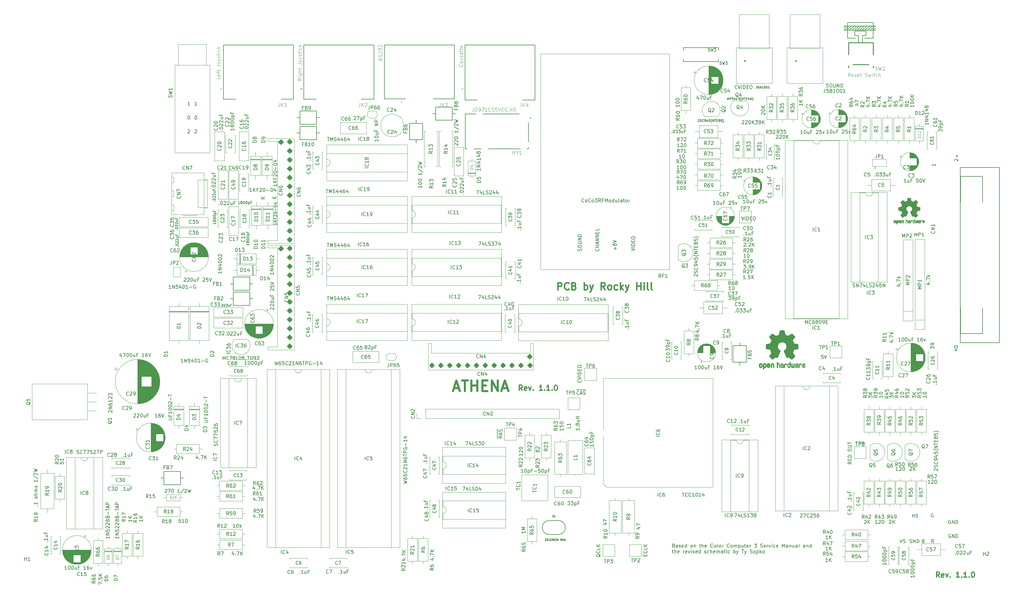
<source format=gbr>
%TF.GenerationSoftware,KiCad,Pcbnew,5.1.5+dfsg1-2build2*%
%TF.CreationDate,2021-10-05T23:16:15-04:00*%
%TF.ProjectId,coco3,636f636f-332e-46b6-9963-61645f706362,1.1.0*%
%TF.SameCoordinates,Original*%
%TF.FileFunction,Legend,Top*%
%TF.FilePolarity,Positive*%
%FSLAX46Y46*%
G04 Gerber Fmt 4.6, Leading zero omitted, Abs format (unit mm)*
G04 Created by KiCad (PCBNEW 5.1.5+dfsg1-2build2) date 2021-10-05 23:16:15*
%MOMM*%
%LPD*%
G04 APERTURE LIST*
%ADD10C,0.150000*%
%ADD11C,0.300000*%
%ADD12C,0.600000*%
%ADD13C,0.400000*%
%ADD14C,0.120000*%
%ADD15C,0.100000*%
%ADD16C,0.010000*%
%ADD17C,0.152400*%
%ADD18C,0.127000*%
%ADD19C,0.200000*%
%ADD20C,0.254000*%
%ADD21C,0.141000*%
%ADD22C,0.129000*%
%ADD23C,0.015000*%
%ADD24C,0.138187*%
%ADD25C,0.138083*%
%ADD26C,0.108000*%
G04 APERTURE END LIST*
D10*
X305639495Y-156474000D02*
X305544257Y-156426380D01*
X305401400Y-156426380D01*
X305258542Y-156474000D01*
X305163304Y-156569238D01*
X305115685Y-156664476D01*
X305068066Y-156854952D01*
X305068066Y-156997809D01*
X305115685Y-157188285D01*
X305163304Y-157283523D01*
X305258542Y-157378761D01*
X305401400Y-157426380D01*
X305496638Y-157426380D01*
X305639495Y-157378761D01*
X305687114Y-157331142D01*
X305687114Y-156997809D01*
X305496638Y-156997809D01*
X306115685Y-157426380D02*
X306115685Y-156426380D01*
X306687114Y-157426380D01*
X306687114Y-156426380D01*
X307163304Y-157426380D02*
X307163304Y-156426380D01*
X307401400Y-156426380D01*
X307544257Y-156474000D01*
X307639495Y-156569238D01*
X307687114Y-156664476D01*
X307734733Y-156854952D01*
X307734733Y-156997809D01*
X307687114Y-157188285D01*
X307639495Y-157283523D01*
X307544257Y-157378761D01*
X307401400Y-157426380D01*
X307163304Y-157426380D01*
X305639495Y-152474000D02*
X305544257Y-152426380D01*
X305401400Y-152426380D01*
X305258542Y-152474000D01*
X305163304Y-152569238D01*
X305115685Y-152664476D01*
X305068066Y-152854952D01*
X305068066Y-152997809D01*
X305115685Y-153188285D01*
X305163304Y-153283523D01*
X305258542Y-153378761D01*
X305401400Y-153426380D01*
X305496638Y-153426380D01*
X305639495Y-153378761D01*
X305687114Y-153331142D01*
X305687114Y-152997809D01*
X305496638Y-152997809D01*
X306115685Y-153426380D02*
X306115685Y-152426380D01*
X306687114Y-153426380D01*
X306687114Y-152426380D01*
X307163304Y-153426380D02*
X307163304Y-152426380D01*
X307401400Y-152426380D01*
X307544257Y-152474000D01*
X307639495Y-152569238D01*
X307687114Y-152664476D01*
X307734733Y-152854952D01*
X307734733Y-152997809D01*
X307687114Y-153188285D01*
X307639495Y-153283523D01*
X307544257Y-153378761D01*
X307401400Y-153426380D01*
X307163304Y-153426380D01*
X294815685Y-151581142D02*
X294815685Y-150681142D01*
X294815685Y-151109714D02*
X295329971Y-151109714D01*
X295329971Y-151581142D02*
X295329971Y-150681142D01*
X295715685Y-151538285D02*
X295844257Y-151581142D01*
X296058542Y-151581142D01*
X296144257Y-151538285D01*
X296187114Y-151495428D01*
X296229971Y-151409714D01*
X296229971Y-151324000D01*
X296187114Y-151238285D01*
X296144257Y-151195428D01*
X296058542Y-151152571D01*
X295887114Y-151109714D01*
X295801400Y-151066857D01*
X295758542Y-151024000D01*
X295715685Y-150938285D01*
X295715685Y-150852571D01*
X295758542Y-150766857D01*
X295801400Y-150724000D01*
X295887114Y-150681142D01*
X296101400Y-150681142D01*
X296229971Y-150724000D01*
X300663304Y-150574000D02*
X300568066Y-150526380D01*
X300425209Y-150526380D01*
X300282352Y-150574000D01*
X300187114Y-150669238D01*
X300139495Y-150764476D01*
X300091876Y-150954952D01*
X300091876Y-151097809D01*
X300139495Y-151288285D01*
X300187114Y-151383523D01*
X300282352Y-151478761D01*
X300425209Y-151526380D01*
X300520447Y-151526380D01*
X300663304Y-151478761D01*
X300710923Y-151431142D01*
X300710923Y-151097809D01*
X300520447Y-151097809D01*
X300810923Y-158926380D02*
X300477590Y-158450190D01*
X300239495Y-158926380D02*
X300239495Y-157926380D01*
X300620447Y-157926380D01*
X300715685Y-157974000D01*
X300763304Y-158021619D01*
X300810923Y-158116857D01*
X300810923Y-158259714D01*
X300763304Y-158354952D01*
X300715685Y-158402571D01*
X300620447Y-158450190D01*
X300239495Y-158450190D01*
X297872828Y-158402571D02*
X298015685Y-158450190D01*
X298063304Y-158497809D01*
X298110923Y-158593047D01*
X298110923Y-158735904D01*
X298063304Y-158831142D01*
X298015685Y-158878761D01*
X297920447Y-158926380D01*
X297539495Y-158926380D01*
X297539495Y-157926380D01*
X297872828Y-157926380D01*
X297968066Y-157974000D01*
X298015685Y-158021619D01*
X298063304Y-158116857D01*
X298063304Y-158212095D01*
X298015685Y-158307333D01*
X297968066Y-158354952D01*
X297872828Y-158402571D01*
X297539495Y-158402571D01*
X293991876Y-158878761D02*
X294134733Y-158926380D01*
X294372828Y-158926380D01*
X294468066Y-158878761D01*
X294515685Y-158831142D01*
X294563304Y-158735904D01*
X294563304Y-158640666D01*
X294515685Y-158545428D01*
X294468066Y-158497809D01*
X294372828Y-158450190D01*
X294182352Y-158402571D01*
X294087114Y-158354952D01*
X294039495Y-158307333D01*
X293991876Y-158212095D01*
X293991876Y-158116857D01*
X294039495Y-158021619D01*
X294087114Y-157974000D01*
X294182352Y-157926380D01*
X294420447Y-157926380D01*
X294563304Y-157974000D01*
X294991876Y-158926380D02*
X294991876Y-157926380D01*
X295563304Y-158926380D01*
X295563304Y-157926380D01*
X296039495Y-158926380D02*
X296039495Y-157926380D01*
X296277590Y-157926380D01*
X296420447Y-157974000D01*
X296515685Y-158069238D01*
X296563304Y-158164476D01*
X296610923Y-158354952D01*
X296610923Y-158497809D01*
X296563304Y-158688285D01*
X296515685Y-158783523D01*
X296420447Y-158878761D01*
X296277590Y-158926380D01*
X296039495Y-158926380D01*
X291191876Y-157926380D02*
X291525209Y-158926380D01*
X291858542Y-157926380D01*
X292144257Y-158878761D02*
X292287114Y-158926380D01*
X292525209Y-158926380D01*
X292620447Y-158878761D01*
X292668066Y-158831142D01*
X292715685Y-158735904D01*
X292715685Y-158640666D01*
X292668066Y-158545428D01*
X292620447Y-158497809D01*
X292525209Y-158450190D01*
X292334733Y-158402571D01*
X292239495Y-158354952D01*
X292191876Y-158307333D01*
X292144257Y-158212095D01*
X292144257Y-158116857D01*
X292191876Y-158021619D01*
X292239495Y-157974000D01*
X292334733Y-157926380D01*
X292572828Y-157926380D01*
X292715685Y-157974000D01*
D11*
X302465685Y-168752571D02*
X301965685Y-168038285D01*
X301608542Y-168752571D02*
X301608542Y-167252571D01*
X302179971Y-167252571D01*
X302322828Y-167324000D01*
X302394257Y-167395428D01*
X302465685Y-167538285D01*
X302465685Y-167752571D01*
X302394257Y-167895428D01*
X302322828Y-167966857D01*
X302179971Y-168038285D01*
X301608542Y-168038285D01*
X303679971Y-168681142D02*
X303537114Y-168752571D01*
X303251400Y-168752571D01*
X303108542Y-168681142D01*
X303037114Y-168538285D01*
X303037114Y-167966857D01*
X303108542Y-167824000D01*
X303251400Y-167752571D01*
X303537114Y-167752571D01*
X303679971Y-167824000D01*
X303751400Y-167966857D01*
X303751400Y-168109714D01*
X303037114Y-168252571D01*
X304251400Y-167752571D02*
X304608542Y-168752571D01*
X304965685Y-167752571D01*
X305537114Y-168609714D02*
X305608542Y-168681142D01*
X305537114Y-168752571D01*
X305465685Y-168681142D01*
X305537114Y-168609714D01*
X305537114Y-168752571D01*
X308179971Y-168752571D02*
X307322828Y-168752571D01*
X307751400Y-168752571D02*
X307751400Y-167252571D01*
X307608542Y-167466857D01*
X307465685Y-167609714D01*
X307322828Y-167681142D01*
X308822828Y-168609714D02*
X308894257Y-168681142D01*
X308822828Y-168752571D01*
X308751400Y-168681142D01*
X308822828Y-168609714D01*
X308822828Y-168752571D01*
X310322828Y-168752571D02*
X309465685Y-168752571D01*
X309894257Y-168752571D02*
X309894257Y-167252571D01*
X309751400Y-167466857D01*
X309608542Y-167609714D01*
X309465685Y-167681142D01*
X310965685Y-168609714D02*
X311037114Y-168681142D01*
X310965685Y-168752571D01*
X310894257Y-168681142D01*
X310965685Y-168609714D01*
X310965685Y-168752571D01*
X311965685Y-167252571D02*
X312108542Y-167252571D01*
X312251400Y-167324000D01*
X312322828Y-167395428D01*
X312394257Y-167538285D01*
X312465685Y-167824000D01*
X312465685Y-168181142D01*
X312394257Y-168466857D01*
X312322828Y-168609714D01*
X312251400Y-168681142D01*
X312108542Y-168752571D01*
X311965685Y-168752571D01*
X311822828Y-168681142D01*
X311751400Y-168609714D01*
X311679971Y-168466857D01*
X311608542Y-168181142D01*
X311608542Y-167824000D01*
X311679971Y-167538285D01*
X311751400Y-167395428D01*
X311822828Y-167324000D01*
X311965685Y-167252571D01*
D10*
X226570328Y-159677571D02*
X226713185Y-159725190D01*
X226760804Y-159772809D01*
X226808423Y-159868047D01*
X226808423Y-160010904D01*
X226760804Y-160106142D01*
X226713185Y-160153761D01*
X226617947Y-160201380D01*
X226236995Y-160201380D01*
X226236995Y-159201380D01*
X226570328Y-159201380D01*
X226665566Y-159249000D01*
X226713185Y-159296619D01*
X226760804Y-159391857D01*
X226760804Y-159487095D01*
X226713185Y-159582333D01*
X226665566Y-159629952D01*
X226570328Y-159677571D01*
X226236995Y-159677571D01*
X227665566Y-160201380D02*
X227665566Y-159677571D01*
X227617947Y-159582333D01*
X227522709Y-159534714D01*
X227332233Y-159534714D01*
X227236995Y-159582333D01*
X227665566Y-160153761D02*
X227570328Y-160201380D01*
X227332233Y-160201380D01*
X227236995Y-160153761D01*
X227189376Y-160058523D01*
X227189376Y-159963285D01*
X227236995Y-159868047D01*
X227332233Y-159820428D01*
X227570328Y-159820428D01*
X227665566Y-159772809D01*
X228094138Y-160153761D02*
X228189376Y-160201380D01*
X228379852Y-160201380D01*
X228475090Y-160153761D01*
X228522709Y-160058523D01*
X228522709Y-160010904D01*
X228475090Y-159915666D01*
X228379852Y-159868047D01*
X228236995Y-159868047D01*
X228141757Y-159820428D01*
X228094138Y-159725190D01*
X228094138Y-159677571D01*
X228141757Y-159582333D01*
X228236995Y-159534714D01*
X228379852Y-159534714D01*
X228475090Y-159582333D01*
X229332233Y-160153761D02*
X229236995Y-160201380D01*
X229046519Y-160201380D01*
X228951280Y-160153761D01*
X228903661Y-160058523D01*
X228903661Y-159677571D01*
X228951280Y-159582333D01*
X229046519Y-159534714D01*
X229236995Y-159534714D01*
X229332233Y-159582333D01*
X229379852Y-159677571D01*
X229379852Y-159772809D01*
X228903661Y-159868047D01*
X230236995Y-160201380D02*
X230236995Y-159201380D01*
X230236995Y-160153761D02*
X230141757Y-160201380D01*
X229951280Y-160201380D01*
X229856042Y-160153761D01*
X229808423Y-160106142D01*
X229760804Y-160010904D01*
X229760804Y-159725190D01*
X229808423Y-159629952D01*
X229856042Y-159582333D01*
X229951280Y-159534714D01*
X230141757Y-159534714D01*
X230236995Y-159582333D01*
X231617947Y-160201380D02*
X231522709Y-160153761D01*
X231475090Y-160106142D01*
X231427471Y-160010904D01*
X231427471Y-159725190D01*
X231475090Y-159629952D01*
X231522709Y-159582333D01*
X231617947Y-159534714D01*
X231760804Y-159534714D01*
X231856042Y-159582333D01*
X231903661Y-159629952D01*
X231951280Y-159725190D01*
X231951280Y-160010904D01*
X231903661Y-160106142D01*
X231856042Y-160153761D01*
X231760804Y-160201380D01*
X231617947Y-160201380D01*
X232379852Y-159534714D02*
X232379852Y-160201380D01*
X232379852Y-159629952D02*
X232427471Y-159582333D01*
X232522709Y-159534714D01*
X232665566Y-159534714D01*
X232760804Y-159582333D01*
X232808423Y-159677571D01*
X232808423Y-160201380D01*
X233903661Y-159534714D02*
X234284614Y-159534714D01*
X234046519Y-159201380D02*
X234046519Y-160058523D01*
X234094138Y-160153761D01*
X234189376Y-160201380D01*
X234284614Y-160201380D01*
X234617947Y-160201380D02*
X234617947Y-159201380D01*
X235046519Y-160201380D02*
X235046519Y-159677571D01*
X234998900Y-159582333D01*
X234903661Y-159534714D01*
X234760804Y-159534714D01*
X234665566Y-159582333D01*
X234617947Y-159629952D01*
X235903661Y-160153761D02*
X235808423Y-160201380D01*
X235617947Y-160201380D01*
X235522709Y-160153761D01*
X235475090Y-160058523D01*
X235475090Y-159677571D01*
X235522709Y-159582333D01*
X235617947Y-159534714D01*
X235808423Y-159534714D01*
X235903661Y-159582333D01*
X235951280Y-159677571D01*
X235951280Y-159772809D01*
X235475090Y-159868047D01*
X237713185Y-160106142D02*
X237665566Y-160153761D01*
X237522709Y-160201380D01*
X237427471Y-160201380D01*
X237284614Y-160153761D01*
X237189376Y-160058523D01*
X237141757Y-159963285D01*
X237094138Y-159772809D01*
X237094138Y-159629952D01*
X237141757Y-159439476D01*
X237189376Y-159344238D01*
X237284614Y-159249000D01*
X237427471Y-159201380D01*
X237522709Y-159201380D01*
X237665566Y-159249000D01*
X237713185Y-159296619D01*
X238284614Y-160201380D02*
X238189376Y-160153761D01*
X238141757Y-160106142D01*
X238094138Y-160010904D01*
X238094138Y-159725190D01*
X238141757Y-159629952D01*
X238189376Y-159582333D01*
X238284614Y-159534714D01*
X238427471Y-159534714D01*
X238522709Y-159582333D01*
X238570328Y-159629952D01*
X238617947Y-159725190D01*
X238617947Y-160010904D01*
X238570328Y-160106142D01*
X238522709Y-160153761D01*
X238427471Y-160201380D01*
X238284614Y-160201380D01*
X239189376Y-160201380D02*
X239094138Y-160153761D01*
X239046519Y-160058523D01*
X239046519Y-159201380D01*
X239713185Y-160201380D02*
X239617947Y-160153761D01*
X239570328Y-160106142D01*
X239522709Y-160010904D01*
X239522709Y-159725190D01*
X239570328Y-159629952D01*
X239617947Y-159582333D01*
X239713185Y-159534714D01*
X239856042Y-159534714D01*
X239951280Y-159582333D01*
X239998900Y-159629952D01*
X240046519Y-159725190D01*
X240046519Y-160010904D01*
X239998900Y-160106142D01*
X239951280Y-160153761D01*
X239856042Y-160201380D01*
X239713185Y-160201380D01*
X240475090Y-160201380D02*
X240475090Y-159534714D01*
X240475090Y-159725190D02*
X240522709Y-159629952D01*
X240570328Y-159582333D01*
X240665566Y-159534714D01*
X240760804Y-159534714D01*
X242427471Y-160106142D02*
X242379852Y-160153761D01*
X242236995Y-160201380D01*
X242141757Y-160201380D01*
X241998900Y-160153761D01*
X241903661Y-160058523D01*
X241856042Y-159963285D01*
X241808423Y-159772809D01*
X241808423Y-159629952D01*
X241856042Y-159439476D01*
X241903661Y-159344238D01*
X241998900Y-159249000D01*
X242141757Y-159201380D01*
X242236995Y-159201380D01*
X242379852Y-159249000D01*
X242427471Y-159296619D01*
X242998900Y-160201380D02*
X242903661Y-160153761D01*
X242856042Y-160106142D01*
X242808423Y-160010904D01*
X242808423Y-159725190D01*
X242856042Y-159629952D01*
X242903661Y-159582333D01*
X242998900Y-159534714D01*
X243141757Y-159534714D01*
X243236995Y-159582333D01*
X243284614Y-159629952D01*
X243332233Y-159725190D01*
X243332233Y-160010904D01*
X243284614Y-160106142D01*
X243236995Y-160153761D01*
X243141757Y-160201380D01*
X242998900Y-160201380D01*
X243760804Y-160201380D02*
X243760804Y-159534714D01*
X243760804Y-159629952D02*
X243808423Y-159582333D01*
X243903661Y-159534714D01*
X244046519Y-159534714D01*
X244141757Y-159582333D01*
X244189376Y-159677571D01*
X244189376Y-160201380D01*
X244189376Y-159677571D02*
X244236995Y-159582333D01*
X244332233Y-159534714D01*
X244475090Y-159534714D01*
X244570328Y-159582333D01*
X244617947Y-159677571D01*
X244617947Y-160201380D01*
X245094138Y-159534714D02*
X245094138Y-160534714D01*
X245094138Y-159582333D02*
X245189376Y-159534714D01*
X245379852Y-159534714D01*
X245475090Y-159582333D01*
X245522709Y-159629952D01*
X245570328Y-159725190D01*
X245570328Y-160010904D01*
X245522709Y-160106142D01*
X245475090Y-160153761D01*
X245379852Y-160201380D01*
X245189376Y-160201380D01*
X245094138Y-160153761D01*
X246427471Y-159534714D02*
X246427471Y-160201380D01*
X245998900Y-159534714D02*
X245998900Y-160058523D01*
X246046519Y-160153761D01*
X246141757Y-160201380D01*
X246284614Y-160201380D01*
X246379852Y-160153761D01*
X246427471Y-160106142D01*
X246760804Y-159534714D02*
X247141757Y-159534714D01*
X246903661Y-159201380D02*
X246903661Y-160058523D01*
X246951280Y-160153761D01*
X247046519Y-160201380D01*
X247141757Y-160201380D01*
X247856042Y-160153761D02*
X247760804Y-160201380D01*
X247570328Y-160201380D01*
X247475090Y-160153761D01*
X247427471Y-160058523D01*
X247427471Y-159677571D01*
X247475090Y-159582333D01*
X247570328Y-159534714D01*
X247760804Y-159534714D01*
X247856042Y-159582333D01*
X247903661Y-159677571D01*
X247903661Y-159772809D01*
X247427471Y-159868047D01*
X248332233Y-160201380D02*
X248332233Y-159534714D01*
X248332233Y-159725190D02*
X248379852Y-159629952D01*
X248427471Y-159582333D01*
X248522709Y-159534714D01*
X248617947Y-159534714D01*
X249617947Y-159201380D02*
X250236995Y-159201380D01*
X249903661Y-159582333D01*
X250046519Y-159582333D01*
X250141757Y-159629952D01*
X250189376Y-159677571D01*
X250236995Y-159772809D01*
X250236995Y-160010904D01*
X250189376Y-160106142D01*
X250141757Y-160153761D01*
X250046519Y-160201380D01*
X249760804Y-160201380D01*
X249665566Y-160153761D01*
X249617947Y-160106142D01*
X251379852Y-160153761D02*
X251522709Y-160201380D01*
X251760804Y-160201380D01*
X251856042Y-160153761D01*
X251903661Y-160106142D01*
X251951280Y-160010904D01*
X251951280Y-159915666D01*
X251903661Y-159820428D01*
X251856042Y-159772809D01*
X251760804Y-159725190D01*
X251570328Y-159677571D01*
X251475090Y-159629952D01*
X251427471Y-159582333D01*
X251379852Y-159487095D01*
X251379852Y-159391857D01*
X251427471Y-159296619D01*
X251475090Y-159249000D01*
X251570328Y-159201380D01*
X251808423Y-159201380D01*
X251951280Y-159249000D01*
X252760804Y-160153761D02*
X252665566Y-160201380D01*
X252475090Y-160201380D01*
X252379852Y-160153761D01*
X252332233Y-160058523D01*
X252332233Y-159677571D01*
X252379852Y-159582333D01*
X252475090Y-159534714D01*
X252665566Y-159534714D01*
X252760804Y-159582333D01*
X252808423Y-159677571D01*
X252808423Y-159772809D01*
X252332233Y-159868047D01*
X253236995Y-160201380D02*
X253236995Y-159534714D01*
X253236995Y-159725190D02*
X253284614Y-159629952D01*
X253332233Y-159582333D01*
X253427471Y-159534714D01*
X253522709Y-159534714D01*
X253760804Y-159534714D02*
X253998900Y-160201380D01*
X254236995Y-159534714D01*
X254617947Y-160201380D02*
X254617947Y-159534714D01*
X254617947Y-159201380D02*
X254570328Y-159249000D01*
X254617947Y-159296619D01*
X254665566Y-159249000D01*
X254617947Y-159201380D01*
X254617947Y-159296619D01*
X255522709Y-160153761D02*
X255427471Y-160201380D01*
X255236995Y-160201380D01*
X255141757Y-160153761D01*
X255094138Y-160106142D01*
X255046519Y-160010904D01*
X255046519Y-159725190D01*
X255094138Y-159629952D01*
X255141757Y-159582333D01*
X255236995Y-159534714D01*
X255427471Y-159534714D01*
X255522709Y-159582333D01*
X256332233Y-160153761D02*
X256236995Y-160201380D01*
X256046519Y-160201380D01*
X255951280Y-160153761D01*
X255903661Y-160058523D01*
X255903661Y-159677571D01*
X255951280Y-159582333D01*
X256046519Y-159534714D01*
X256236995Y-159534714D01*
X256332233Y-159582333D01*
X256379852Y-159677571D01*
X256379852Y-159772809D01*
X255903661Y-159868047D01*
X257570328Y-160201380D02*
X257570328Y-159201380D01*
X257903661Y-159915666D01*
X258236995Y-159201380D01*
X258236995Y-160201380D01*
X259141757Y-160201380D02*
X259141757Y-159677571D01*
X259094138Y-159582333D01*
X258998900Y-159534714D01*
X258808423Y-159534714D01*
X258713185Y-159582333D01*
X259141757Y-160153761D02*
X259046519Y-160201380D01*
X258808423Y-160201380D01*
X258713185Y-160153761D01*
X258665566Y-160058523D01*
X258665566Y-159963285D01*
X258713185Y-159868047D01*
X258808423Y-159820428D01*
X259046519Y-159820428D01*
X259141757Y-159772809D01*
X259617947Y-159534714D02*
X259617947Y-160201380D01*
X259617947Y-159629952D02*
X259665566Y-159582333D01*
X259760804Y-159534714D01*
X259903661Y-159534714D01*
X259998900Y-159582333D01*
X260046519Y-159677571D01*
X260046519Y-160201380D01*
X260951280Y-159534714D02*
X260951280Y-160201380D01*
X260522709Y-159534714D02*
X260522709Y-160058523D01*
X260570328Y-160153761D01*
X260665566Y-160201380D01*
X260808423Y-160201380D01*
X260903661Y-160153761D01*
X260951280Y-160106142D01*
X261856042Y-160201380D02*
X261856042Y-159677571D01*
X261808423Y-159582333D01*
X261713185Y-159534714D01*
X261522709Y-159534714D01*
X261427471Y-159582333D01*
X261856042Y-160153761D02*
X261760804Y-160201380D01*
X261522709Y-160201380D01*
X261427471Y-160153761D01*
X261379852Y-160058523D01*
X261379852Y-159963285D01*
X261427471Y-159868047D01*
X261522709Y-159820428D01*
X261760804Y-159820428D01*
X261856042Y-159772809D01*
X262475090Y-160201380D02*
X262379852Y-160153761D01*
X262332233Y-160058523D01*
X262332233Y-159201380D01*
X264046519Y-160201380D02*
X264046519Y-159677571D01*
X263998900Y-159582333D01*
X263903661Y-159534714D01*
X263713185Y-159534714D01*
X263617947Y-159582333D01*
X264046519Y-160153761D02*
X263951280Y-160201380D01*
X263713185Y-160201380D01*
X263617947Y-160153761D01*
X263570328Y-160058523D01*
X263570328Y-159963285D01*
X263617947Y-159868047D01*
X263713185Y-159820428D01*
X263951280Y-159820428D01*
X264046519Y-159772809D01*
X264522709Y-159534714D02*
X264522709Y-160201380D01*
X264522709Y-159629952D02*
X264570328Y-159582333D01*
X264665566Y-159534714D01*
X264808423Y-159534714D01*
X264903661Y-159582333D01*
X264951280Y-159677571D01*
X264951280Y-160201380D01*
X265856042Y-160201380D02*
X265856042Y-159201380D01*
X265856042Y-160153761D02*
X265760804Y-160201380D01*
X265570328Y-160201380D01*
X265475090Y-160153761D01*
X265427471Y-160106142D01*
X265379852Y-160010904D01*
X265379852Y-159725190D01*
X265427471Y-159629952D01*
X265475090Y-159582333D01*
X265570328Y-159534714D01*
X265760804Y-159534714D01*
X265856042Y-159582333D01*
X226094138Y-161184714D02*
X226475090Y-161184714D01*
X226236995Y-160851380D02*
X226236995Y-161708523D01*
X226284614Y-161803761D01*
X226379852Y-161851380D01*
X226475090Y-161851380D01*
X226808423Y-161851380D02*
X226808423Y-160851380D01*
X227236995Y-161851380D02*
X227236995Y-161327571D01*
X227189376Y-161232333D01*
X227094138Y-161184714D01*
X226951280Y-161184714D01*
X226856042Y-161232333D01*
X226808423Y-161279952D01*
X228094138Y-161803761D02*
X227998900Y-161851380D01*
X227808423Y-161851380D01*
X227713185Y-161803761D01*
X227665566Y-161708523D01*
X227665566Y-161327571D01*
X227713185Y-161232333D01*
X227808423Y-161184714D01*
X227998900Y-161184714D01*
X228094138Y-161232333D01*
X228141757Y-161327571D01*
X228141757Y-161422809D01*
X227665566Y-161518047D01*
X229332233Y-161851380D02*
X229332233Y-161184714D01*
X229332233Y-161375190D02*
X229379852Y-161279952D01*
X229427471Y-161232333D01*
X229522709Y-161184714D01*
X229617947Y-161184714D01*
X230332233Y-161803761D02*
X230236995Y-161851380D01*
X230046519Y-161851380D01*
X229951280Y-161803761D01*
X229903661Y-161708523D01*
X229903661Y-161327571D01*
X229951280Y-161232333D01*
X230046519Y-161184714D01*
X230236995Y-161184714D01*
X230332233Y-161232333D01*
X230379852Y-161327571D01*
X230379852Y-161422809D01*
X229903661Y-161518047D01*
X230713185Y-161184714D02*
X230951280Y-161851380D01*
X231189376Y-161184714D01*
X231570328Y-161851380D02*
X231570328Y-161184714D01*
X231570328Y-160851380D02*
X231522709Y-160899000D01*
X231570328Y-160946619D01*
X231617947Y-160899000D01*
X231570328Y-160851380D01*
X231570328Y-160946619D01*
X231998900Y-161803761D02*
X232094138Y-161851380D01*
X232284614Y-161851380D01*
X232379852Y-161803761D01*
X232427471Y-161708523D01*
X232427471Y-161660904D01*
X232379852Y-161565666D01*
X232284614Y-161518047D01*
X232141757Y-161518047D01*
X232046519Y-161470428D01*
X231998900Y-161375190D01*
X231998900Y-161327571D01*
X232046519Y-161232333D01*
X232141757Y-161184714D01*
X232284614Y-161184714D01*
X232379852Y-161232333D01*
X233236995Y-161803761D02*
X233141757Y-161851380D01*
X232951280Y-161851380D01*
X232856042Y-161803761D01*
X232808423Y-161708523D01*
X232808423Y-161327571D01*
X232856042Y-161232333D01*
X232951280Y-161184714D01*
X233141757Y-161184714D01*
X233236995Y-161232333D01*
X233284614Y-161327571D01*
X233284614Y-161422809D01*
X232808423Y-161518047D01*
X234141757Y-161851380D02*
X234141757Y-160851380D01*
X234141757Y-161803761D02*
X234046519Y-161851380D01*
X233856042Y-161851380D01*
X233760804Y-161803761D01*
X233713185Y-161756142D01*
X233665566Y-161660904D01*
X233665566Y-161375190D01*
X233713185Y-161279952D01*
X233760804Y-161232333D01*
X233856042Y-161184714D01*
X234046519Y-161184714D01*
X234141757Y-161232333D01*
X235332233Y-161803761D02*
X235427471Y-161851380D01*
X235617947Y-161851380D01*
X235713185Y-161803761D01*
X235760804Y-161708523D01*
X235760804Y-161660904D01*
X235713185Y-161565666D01*
X235617947Y-161518047D01*
X235475090Y-161518047D01*
X235379852Y-161470428D01*
X235332233Y-161375190D01*
X235332233Y-161327571D01*
X235379852Y-161232333D01*
X235475090Y-161184714D01*
X235617947Y-161184714D01*
X235713185Y-161232333D01*
X236617947Y-161803761D02*
X236522709Y-161851380D01*
X236332233Y-161851380D01*
X236236995Y-161803761D01*
X236189376Y-161756142D01*
X236141757Y-161660904D01*
X236141757Y-161375190D01*
X236189376Y-161279952D01*
X236236995Y-161232333D01*
X236332233Y-161184714D01*
X236522709Y-161184714D01*
X236617947Y-161232333D01*
X237046519Y-161851380D02*
X237046519Y-160851380D01*
X237475090Y-161851380D02*
X237475090Y-161327571D01*
X237427471Y-161232333D01*
X237332233Y-161184714D01*
X237189376Y-161184714D01*
X237094138Y-161232333D01*
X237046519Y-161279952D01*
X238332233Y-161803761D02*
X238236995Y-161851380D01*
X238046519Y-161851380D01*
X237951280Y-161803761D01*
X237903661Y-161708523D01*
X237903661Y-161327571D01*
X237951280Y-161232333D01*
X238046519Y-161184714D01*
X238236995Y-161184714D01*
X238332233Y-161232333D01*
X238379852Y-161327571D01*
X238379852Y-161422809D01*
X237903661Y-161518047D01*
X238808423Y-161851380D02*
X238808423Y-161184714D01*
X238808423Y-161279952D02*
X238856042Y-161232333D01*
X238951280Y-161184714D01*
X239094138Y-161184714D01*
X239189376Y-161232333D01*
X239236995Y-161327571D01*
X239236995Y-161851380D01*
X239236995Y-161327571D02*
X239284614Y-161232333D01*
X239379852Y-161184714D01*
X239522709Y-161184714D01*
X239617947Y-161232333D01*
X239665566Y-161327571D01*
X239665566Y-161851380D01*
X240570328Y-161851380D02*
X240570328Y-161327571D01*
X240522709Y-161232333D01*
X240427471Y-161184714D01*
X240236995Y-161184714D01*
X240141757Y-161232333D01*
X240570328Y-161803761D02*
X240475090Y-161851380D01*
X240236995Y-161851380D01*
X240141757Y-161803761D01*
X240094138Y-161708523D01*
X240094138Y-161613285D01*
X240141757Y-161518047D01*
X240236995Y-161470428D01*
X240475090Y-161470428D01*
X240570328Y-161422809D01*
X240903661Y-161184714D02*
X241284614Y-161184714D01*
X241046519Y-160851380D02*
X241046519Y-161708523D01*
X241094138Y-161803761D01*
X241189376Y-161851380D01*
X241284614Y-161851380D01*
X241617947Y-161851380D02*
X241617947Y-161184714D01*
X241617947Y-160851380D02*
X241570328Y-160899000D01*
X241617947Y-160946619D01*
X241665566Y-160899000D01*
X241617947Y-160851380D01*
X241617947Y-160946619D01*
X242522709Y-161803761D02*
X242427471Y-161851380D01*
X242236995Y-161851380D01*
X242141757Y-161803761D01*
X242094138Y-161756142D01*
X242046519Y-161660904D01*
X242046519Y-161375190D01*
X242094138Y-161279952D01*
X242141757Y-161232333D01*
X242236995Y-161184714D01*
X242427471Y-161184714D01*
X242522709Y-161232333D01*
X243713185Y-161851380D02*
X243713185Y-160851380D01*
X243713185Y-161232333D02*
X243808423Y-161184714D01*
X243998900Y-161184714D01*
X244094138Y-161232333D01*
X244141757Y-161279952D01*
X244189376Y-161375190D01*
X244189376Y-161660904D01*
X244141757Y-161756142D01*
X244094138Y-161803761D01*
X243998900Y-161851380D01*
X243808423Y-161851380D01*
X243713185Y-161803761D01*
X244522709Y-161184714D02*
X244760804Y-161851380D01*
X244998900Y-161184714D02*
X244760804Y-161851380D01*
X244665566Y-162089476D01*
X244617947Y-162137095D01*
X244522709Y-162184714D01*
X245998900Y-160851380D02*
X246570328Y-160851380D01*
X246284614Y-161851380D02*
X246284614Y-160851380D01*
X246808423Y-161184714D02*
X247046519Y-161851380D01*
X247284614Y-161184714D02*
X247046519Y-161851380D01*
X246951280Y-162089476D01*
X246903661Y-162137095D01*
X246808423Y-162184714D01*
X248379852Y-161803761D02*
X248522709Y-161851380D01*
X248760804Y-161851380D01*
X248856042Y-161803761D01*
X248903661Y-161756142D01*
X248951280Y-161660904D01*
X248951280Y-161565666D01*
X248903661Y-161470428D01*
X248856042Y-161422809D01*
X248760804Y-161375190D01*
X248570328Y-161327571D01*
X248475090Y-161279952D01*
X248427471Y-161232333D01*
X248379852Y-161137095D01*
X248379852Y-161041857D01*
X248427471Y-160946619D01*
X248475090Y-160899000D01*
X248570328Y-160851380D01*
X248808423Y-160851380D01*
X248951280Y-160899000D01*
X249522709Y-161851380D02*
X249427471Y-161803761D01*
X249379852Y-161756142D01*
X249332233Y-161660904D01*
X249332233Y-161375190D01*
X249379852Y-161279952D01*
X249427471Y-161232333D01*
X249522709Y-161184714D01*
X249665566Y-161184714D01*
X249760804Y-161232333D01*
X249808423Y-161279952D01*
X249856042Y-161375190D01*
X249856042Y-161660904D01*
X249808423Y-161756142D01*
X249760804Y-161803761D01*
X249665566Y-161851380D01*
X249522709Y-161851380D01*
X250284614Y-161184714D02*
X250284614Y-162184714D01*
X250284614Y-161232333D02*
X250379852Y-161184714D01*
X250570328Y-161184714D01*
X250665566Y-161232333D01*
X250713185Y-161279952D01*
X250760804Y-161375190D01*
X250760804Y-161660904D01*
X250713185Y-161756142D01*
X250665566Y-161803761D01*
X250570328Y-161851380D01*
X250379852Y-161851380D01*
X250284614Y-161803761D01*
X251189376Y-161851380D02*
X251189376Y-160851380D01*
X251284614Y-161470428D02*
X251570328Y-161851380D01*
X251570328Y-161184714D02*
X251189376Y-161565666D01*
X252141757Y-161851380D02*
X252046519Y-161803761D01*
X251998900Y-161756142D01*
X251951280Y-161660904D01*
X251951280Y-161375190D01*
X251998900Y-161279952D01*
X252046519Y-161232333D01*
X252141757Y-161184714D01*
X252284614Y-161184714D01*
X252379852Y-161232333D01*
X252427471Y-161279952D01*
X252475090Y-161375190D01*
X252475090Y-161660904D01*
X252427471Y-161756142D01*
X252379852Y-161803761D01*
X252284614Y-161851380D01*
X252141757Y-161851380D01*
D11*
X183315685Y-115302571D02*
X182815685Y-114588285D01*
X182458542Y-115302571D02*
X182458542Y-113802571D01*
X183029971Y-113802571D01*
X183172828Y-113874000D01*
X183244257Y-113945428D01*
X183315685Y-114088285D01*
X183315685Y-114302571D01*
X183244257Y-114445428D01*
X183172828Y-114516857D01*
X183029971Y-114588285D01*
X182458542Y-114588285D01*
X184529971Y-115231142D02*
X184387114Y-115302571D01*
X184101400Y-115302571D01*
X183958542Y-115231142D01*
X183887114Y-115088285D01*
X183887114Y-114516857D01*
X183958542Y-114374000D01*
X184101400Y-114302571D01*
X184387114Y-114302571D01*
X184529971Y-114374000D01*
X184601400Y-114516857D01*
X184601400Y-114659714D01*
X183887114Y-114802571D01*
X185101400Y-114302571D02*
X185458542Y-115302571D01*
X185815685Y-114302571D01*
X186387114Y-115159714D02*
X186458542Y-115231142D01*
X186387114Y-115302571D01*
X186315685Y-115231142D01*
X186387114Y-115159714D01*
X186387114Y-115302571D01*
X189029971Y-115302571D02*
X188172828Y-115302571D01*
X188601400Y-115302571D02*
X188601400Y-113802571D01*
X188458542Y-114016857D01*
X188315685Y-114159714D01*
X188172828Y-114231142D01*
X189672828Y-115159714D02*
X189744257Y-115231142D01*
X189672828Y-115302571D01*
X189601400Y-115231142D01*
X189672828Y-115159714D01*
X189672828Y-115302571D01*
X191172828Y-115302571D02*
X190315685Y-115302571D01*
X190744257Y-115302571D02*
X190744257Y-113802571D01*
X190601400Y-114016857D01*
X190458542Y-114159714D01*
X190315685Y-114231142D01*
X191815685Y-115159714D02*
X191887114Y-115231142D01*
X191815685Y-115302571D01*
X191744257Y-115231142D01*
X191815685Y-115159714D01*
X191815685Y-115302571D01*
X192815685Y-113802571D02*
X192958542Y-113802571D01*
X193101400Y-113874000D01*
X193172828Y-113945428D01*
X193244257Y-114088285D01*
X193315685Y-114374000D01*
X193315685Y-114731142D01*
X193244257Y-115016857D01*
X193172828Y-115159714D01*
X193101400Y-115231142D01*
X192958542Y-115302571D01*
X192815685Y-115302571D01*
X192672828Y-115231142D01*
X192601400Y-115159714D01*
X192529971Y-115016857D01*
X192458542Y-114731142D01*
X192458542Y-114374000D01*
X192529971Y-114088285D01*
X192601400Y-113945428D01*
X192672828Y-113874000D01*
X192815685Y-113802571D01*
D12*
X163715685Y-114574000D02*
X165144257Y-114574000D01*
X163429971Y-115431142D02*
X164429971Y-112431142D01*
X165429971Y-115431142D01*
X166001400Y-112431142D02*
X167715685Y-112431142D01*
X166858542Y-115431142D02*
X166858542Y-112431142D01*
X168715685Y-115431142D02*
X168715685Y-112431142D01*
X168715685Y-113859714D02*
X170429971Y-113859714D01*
X170429971Y-115431142D02*
X170429971Y-112431142D01*
X171858542Y-113859714D02*
X172858542Y-113859714D01*
X173287114Y-115431142D02*
X171858542Y-115431142D01*
X171858542Y-112431142D01*
X173287114Y-112431142D01*
X174572828Y-115431142D02*
X174572828Y-112431142D01*
X176287114Y-115431142D01*
X176287114Y-112431142D01*
X177572828Y-114574000D02*
X179001400Y-114574000D01*
X177287114Y-115431142D02*
X178287114Y-112431142D01*
X179287114Y-115431142D01*
D13*
X193420447Y-86478761D02*
X193420447Y-84478761D01*
X194182352Y-84478761D01*
X194372828Y-84574000D01*
X194468066Y-84669238D01*
X194563304Y-84859714D01*
X194563304Y-85145428D01*
X194468066Y-85335904D01*
X194372828Y-85431142D01*
X194182352Y-85526380D01*
X193420447Y-85526380D01*
X196563304Y-86288285D02*
X196468066Y-86383523D01*
X196182352Y-86478761D01*
X195991876Y-86478761D01*
X195706161Y-86383523D01*
X195515685Y-86193047D01*
X195420447Y-86002571D01*
X195325209Y-85621619D01*
X195325209Y-85335904D01*
X195420447Y-84954952D01*
X195515685Y-84764476D01*
X195706161Y-84574000D01*
X195991876Y-84478761D01*
X196182352Y-84478761D01*
X196468066Y-84574000D01*
X196563304Y-84669238D01*
X198087114Y-85431142D02*
X198372828Y-85526380D01*
X198468066Y-85621619D01*
X198563304Y-85812095D01*
X198563304Y-86097809D01*
X198468066Y-86288285D01*
X198372828Y-86383523D01*
X198182352Y-86478761D01*
X197420447Y-86478761D01*
X197420447Y-84478761D01*
X198087114Y-84478761D01*
X198277590Y-84574000D01*
X198372828Y-84669238D01*
X198468066Y-84859714D01*
X198468066Y-85050190D01*
X198372828Y-85240666D01*
X198277590Y-85335904D01*
X198087114Y-85431142D01*
X197420447Y-85431142D01*
X200944257Y-86478761D02*
X200944257Y-84478761D01*
X200944257Y-85240666D02*
X201134733Y-85145428D01*
X201515685Y-85145428D01*
X201706161Y-85240666D01*
X201801400Y-85335904D01*
X201896638Y-85526380D01*
X201896638Y-86097809D01*
X201801400Y-86288285D01*
X201706161Y-86383523D01*
X201515685Y-86478761D01*
X201134733Y-86478761D01*
X200944257Y-86383523D01*
X202563304Y-85145428D02*
X203039495Y-86478761D01*
X203515685Y-85145428D02*
X203039495Y-86478761D01*
X202849019Y-86954952D01*
X202753780Y-87050190D01*
X202563304Y-87145428D01*
X206944257Y-86478761D02*
X206277590Y-85526380D01*
X205801400Y-86478761D02*
X205801400Y-84478761D01*
X206563304Y-84478761D01*
X206753780Y-84574000D01*
X206849019Y-84669238D01*
X206944257Y-84859714D01*
X206944257Y-85145428D01*
X206849019Y-85335904D01*
X206753780Y-85431142D01*
X206563304Y-85526380D01*
X205801400Y-85526380D01*
X208087114Y-86478761D02*
X207896638Y-86383523D01*
X207801400Y-86288285D01*
X207706161Y-86097809D01*
X207706161Y-85526380D01*
X207801400Y-85335904D01*
X207896638Y-85240666D01*
X208087114Y-85145428D01*
X208372828Y-85145428D01*
X208563304Y-85240666D01*
X208658542Y-85335904D01*
X208753780Y-85526380D01*
X208753780Y-86097809D01*
X208658542Y-86288285D01*
X208563304Y-86383523D01*
X208372828Y-86478761D01*
X208087114Y-86478761D01*
X210468066Y-86383523D02*
X210277590Y-86478761D01*
X209896638Y-86478761D01*
X209706161Y-86383523D01*
X209610923Y-86288285D01*
X209515685Y-86097809D01*
X209515685Y-85526380D01*
X209610923Y-85335904D01*
X209706161Y-85240666D01*
X209896638Y-85145428D01*
X210277590Y-85145428D01*
X210468066Y-85240666D01*
X211325209Y-86478761D02*
X211325209Y-84478761D01*
X211515685Y-85716857D02*
X212087114Y-86478761D01*
X212087114Y-85145428D02*
X211325209Y-85907333D01*
X212753780Y-85145428D02*
X213229971Y-86478761D01*
X213706161Y-85145428D02*
X213229971Y-86478761D01*
X213039495Y-86954952D01*
X212944257Y-87050190D01*
X212753780Y-87145428D01*
X215991876Y-86478761D02*
X215991876Y-84478761D01*
X215991876Y-85431142D02*
X217134733Y-85431142D01*
X217134733Y-86478761D02*
X217134733Y-84478761D01*
X218087114Y-86478761D02*
X218087114Y-85145428D01*
X218087114Y-84478761D02*
X217991876Y-84574000D01*
X218087114Y-84669238D01*
X218182352Y-84574000D01*
X218087114Y-84478761D01*
X218087114Y-84669238D01*
X219325209Y-86478761D02*
X219134733Y-86383523D01*
X219039495Y-86193047D01*
X219039495Y-84478761D01*
X220372828Y-86478761D02*
X220182352Y-86383523D01*
X220087114Y-86193047D01*
X220087114Y-84478761D01*
D14*
%TO.C,RF1*%
X188521000Y-80744000D02*
X188521000Y-18984000D01*
X225321000Y-80774000D02*
X188521000Y-80744000D01*
X225321000Y-18984000D02*
X225321000Y-80774000D01*
X188521000Y-18984000D02*
X225321000Y-18984000D01*
D15*
%TO.C,CN4*%
G36*
X185481400Y-107332862D02*
G01*
X186271969Y-108123431D01*
X185481400Y-108914000D01*
X184690831Y-108123431D01*
X185481400Y-107332862D01*
G37*
X185481400Y-107332862D02*
X186271969Y-108123431D01*
X185481400Y-108914000D01*
X184690831Y-108123431D01*
X185481400Y-107332862D01*
D14*
X157251400Y-101804000D02*
X157251400Y-104634000D01*
X156451400Y-101804000D02*
X157251400Y-101804000D01*
X156451400Y-104634000D02*
X156451400Y-101804000D01*
X185621400Y-101804000D02*
X185621400Y-104634000D01*
X186421400Y-101804000D02*
X185621400Y-101804000D01*
X156451400Y-109444000D02*
X186421400Y-109444000D01*
D15*
G36*
X157471400Y-107323431D02*
G01*
X158261969Y-108114000D01*
X157471400Y-108904569D01*
X156680831Y-108114000D01*
X157471400Y-107323431D01*
G37*
X157471400Y-107323431D02*
X158261969Y-108114000D01*
X157471400Y-108904569D01*
X156680831Y-108114000D01*
X157471400Y-107323431D01*
G36*
X160011400Y-107323431D02*
G01*
X160801969Y-108114000D01*
X160011400Y-108904569D01*
X159220831Y-108114000D01*
X160011400Y-107323431D01*
G37*
X160011400Y-107323431D02*
X160801969Y-108114000D01*
X160011400Y-108904569D01*
X159220831Y-108114000D01*
X160011400Y-107323431D01*
G36*
X162551400Y-107323431D02*
G01*
X163341969Y-108114000D01*
X162551400Y-108904569D01*
X161760831Y-108114000D01*
X162551400Y-107323431D01*
G37*
X162551400Y-107323431D02*
X163341969Y-108114000D01*
X162551400Y-108904569D01*
X161760831Y-108114000D01*
X162551400Y-107323431D01*
G36*
X165091400Y-107323431D02*
G01*
X165881969Y-108114000D01*
X165091400Y-108904569D01*
X164300831Y-108114000D01*
X165091400Y-107323431D01*
G37*
X165091400Y-107323431D02*
X165881969Y-108114000D01*
X165091400Y-108904569D01*
X164300831Y-108114000D01*
X165091400Y-107323431D01*
G36*
X167631400Y-107323431D02*
G01*
X168421969Y-108114000D01*
X167631400Y-108904569D01*
X166840831Y-108114000D01*
X167631400Y-107323431D01*
G37*
X167631400Y-107323431D02*
X168421969Y-108114000D01*
X167631400Y-108904569D01*
X166840831Y-108114000D01*
X167631400Y-107323431D01*
G36*
X170171400Y-107323431D02*
G01*
X170961969Y-108114000D01*
X170171400Y-108904569D01*
X169380831Y-108114000D01*
X170171400Y-107323431D01*
G37*
X170171400Y-107323431D02*
X170961969Y-108114000D01*
X170171400Y-108904569D01*
X169380831Y-108114000D01*
X170171400Y-107323431D01*
G36*
X172711400Y-107323431D02*
G01*
X173501969Y-108114000D01*
X172711400Y-108904569D01*
X171920831Y-108114000D01*
X172711400Y-107323431D01*
G37*
X172711400Y-107323431D02*
X173501969Y-108114000D01*
X172711400Y-108904569D01*
X171920831Y-108114000D01*
X172711400Y-107323431D01*
G36*
X175251400Y-107323431D02*
G01*
X176041969Y-108114000D01*
X175251400Y-108904569D01*
X174460831Y-108114000D01*
X175251400Y-107323431D01*
G37*
X175251400Y-107323431D02*
X176041969Y-108114000D01*
X175251400Y-108904569D01*
X174460831Y-108114000D01*
X175251400Y-107323431D01*
G36*
X177791400Y-107323431D02*
G01*
X178581969Y-108114000D01*
X177791400Y-108904569D01*
X177000831Y-108114000D01*
X177791400Y-107323431D01*
G37*
X177791400Y-107323431D02*
X178581969Y-108114000D01*
X177791400Y-108904569D01*
X177000831Y-108114000D01*
X177791400Y-107323431D01*
G36*
X180331400Y-107323431D02*
G01*
X181121969Y-108114000D01*
X180331400Y-108904569D01*
X179540831Y-108114000D01*
X180331400Y-107323431D01*
G37*
X180331400Y-107323431D02*
X181121969Y-108114000D01*
X180331400Y-108904569D01*
X179540831Y-108114000D01*
X180331400Y-107323431D01*
G36*
X182871400Y-107323431D02*
G01*
X183661969Y-108114000D01*
X182871400Y-108904569D01*
X182080831Y-108114000D01*
X182871400Y-107323431D01*
G37*
X182871400Y-107323431D02*
X183661969Y-108114000D01*
X182871400Y-108904569D01*
X182080831Y-108114000D01*
X182871400Y-107323431D01*
G36*
X185411400Y-104813431D02*
G01*
X186201969Y-105604000D01*
X185411400Y-106394569D01*
X184620831Y-105604000D01*
X185411400Y-104813431D01*
G37*
X185411400Y-104813431D02*
X186201969Y-105604000D01*
X185411400Y-106394569D01*
X184620831Y-105604000D01*
X185411400Y-104813431D01*
D14*
X157251400Y-104634000D02*
X185621400Y-104634000D01*
X186421400Y-101804000D02*
X186421400Y-109444000D01*
X156451400Y-104634000D02*
X156451400Y-109444000D01*
D15*
%TO.C,CN6*%
G36*
X116059862Y-44144000D02*
G01*
X116850431Y-43353431D01*
X117641000Y-44144000D01*
X116850431Y-44934569D01*
X116059862Y-44144000D01*
G37*
X116059862Y-44144000D02*
X116850431Y-43353431D01*
X117641000Y-44144000D01*
X116850431Y-44934569D01*
X116059862Y-44144000D01*
D14*
X110531000Y-72374000D02*
X113361000Y-72374000D01*
X110531000Y-73174000D02*
X110531000Y-72374000D01*
X113361000Y-73174000D02*
X110531000Y-73174000D01*
X110531000Y-44004000D02*
X113361000Y-44004000D01*
X110531000Y-43204000D02*
X110531000Y-44004000D01*
X118171000Y-73174000D02*
X118171000Y-43204000D01*
D15*
G36*
X116050431Y-72154000D02*
G01*
X116841000Y-71363431D01*
X117631569Y-72154000D01*
X116841000Y-72944569D01*
X116050431Y-72154000D01*
G37*
X116050431Y-72154000D02*
X116841000Y-71363431D01*
X117631569Y-72154000D01*
X116841000Y-72944569D01*
X116050431Y-72154000D01*
G36*
X116050431Y-69614000D02*
G01*
X116841000Y-68823431D01*
X117631569Y-69614000D01*
X116841000Y-70404569D01*
X116050431Y-69614000D01*
G37*
X116050431Y-69614000D02*
X116841000Y-68823431D01*
X117631569Y-69614000D01*
X116841000Y-70404569D01*
X116050431Y-69614000D01*
G36*
X116050431Y-67074000D02*
G01*
X116841000Y-66283431D01*
X117631569Y-67074000D01*
X116841000Y-67864569D01*
X116050431Y-67074000D01*
G37*
X116050431Y-67074000D02*
X116841000Y-66283431D01*
X117631569Y-67074000D01*
X116841000Y-67864569D01*
X116050431Y-67074000D01*
G36*
X116050431Y-64534000D02*
G01*
X116841000Y-63743431D01*
X117631569Y-64534000D01*
X116841000Y-65324569D01*
X116050431Y-64534000D01*
G37*
X116050431Y-64534000D02*
X116841000Y-63743431D01*
X117631569Y-64534000D01*
X116841000Y-65324569D01*
X116050431Y-64534000D01*
G36*
X116050431Y-61994000D02*
G01*
X116841000Y-61203431D01*
X117631569Y-61994000D01*
X116841000Y-62784569D01*
X116050431Y-61994000D01*
G37*
X116050431Y-61994000D02*
X116841000Y-61203431D01*
X117631569Y-61994000D01*
X116841000Y-62784569D01*
X116050431Y-61994000D01*
G36*
X116050431Y-59454000D02*
G01*
X116841000Y-58663431D01*
X117631569Y-59454000D01*
X116841000Y-60244569D01*
X116050431Y-59454000D01*
G37*
X116050431Y-59454000D02*
X116841000Y-58663431D01*
X117631569Y-59454000D01*
X116841000Y-60244569D01*
X116050431Y-59454000D01*
G36*
X116050431Y-56914000D02*
G01*
X116841000Y-56123431D01*
X117631569Y-56914000D01*
X116841000Y-57704569D01*
X116050431Y-56914000D01*
G37*
X116050431Y-56914000D02*
X116841000Y-56123431D01*
X117631569Y-56914000D01*
X116841000Y-57704569D01*
X116050431Y-56914000D01*
G36*
X116050431Y-54374000D02*
G01*
X116841000Y-53583431D01*
X117631569Y-54374000D01*
X116841000Y-55164569D01*
X116050431Y-54374000D01*
G37*
X116050431Y-54374000D02*
X116841000Y-53583431D01*
X117631569Y-54374000D01*
X116841000Y-55164569D01*
X116050431Y-54374000D01*
G36*
X116050431Y-51834000D02*
G01*
X116841000Y-51043431D01*
X117631569Y-51834000D01*
X116841000Y-52624569D01*
X116050431Y-51834000D01*
G37*
X116050431Y-51834000D02*
X116841000Y-51043431D01*
X117631569Y-51834000D01*
X116841000Y-52624569D01*
X116050431Y-51834000D01*
G36*
X116050431Y-49294000D02*
G01*
X116841000Y-48503431D01*
X117631569Y-49294000D01*
X116841000Y-50084569D01*
X116050431Y-49294000D01*
G37*
X116050431Y-49294000D02*
X116841000Y-48503431D01*
X117631569Y-49294000D01*
X116841000Y-50084569D01*
X116050431Y-49294000D01*
G36*
X116050431Y-46754000D02*
G01*
X116841000Y-45963431D01*
X117631569Y-46754000D01*
X116841000Y-47544569D01*
X116050431Y-46754000D01*
G37*
X116050431Y-46754000D02*
X116841000Y-45963431D01*
X117631569Y-46754000D01*
X116841000Y-47544569D01*
X116050431Y-46754000D01*
G36*
X113540431Y-44214000D02*
G01*
X114331000Y-43423431D01*
X115121569Y-44214000D01*
X114331000Y-45004569D01*
X113540431Y-44214000D01*
G37*
X113540431Y-44214000D02*
X114331000Y-43423431D01*
X115121569Y-44214000D01*
X114331000Y-45004569D01*
X113540431Y-44214000D01*
D14*
X113361000Y-72374000D02*
X113361000Y-44004000D01*
X110531000Y-43204000D02*
X118171000Y-43204000D01*
X113361000Y-73174000D02*
X118171000Y-73174000D01*
D15*
%TO.C,CN5*%
G36*
X116059862Y-74644000D02*
G01*
X116850431Y-73853431D01*
X117641000Y-74644000D01*
X116850431Y-75434569D01*
X116059862Y-74644000D01*
G37*
X116059862Y-74644000D02*
X116850431Y-73853431D01*
X117641000Y-74644000D01*
X116850431Y-75434569D01*
X116059862Y-74644000D01*
D14*
X110531000Y-102874000D02*
X113361000Y-102874000D01*
X110531000Y-103674000D02*
X110531000Y-102874000D01*
X113361000Y-103674000D02*
X110531000Y-103674000D01*
X110531000Y-74504000D02*
X113361000Y-74504000D01*
X110531000Y-73704000D02*
X110531000Y-74504000D01*
X118171000Y-103674000D02*
X118171000Y-73704000D01*
D15*
G36*
X116050431Y-102654000D02*
G01*
X116841000Y-101863431D01*
X117631569Y-102654000D01*
X116841000Y-103444569D01*
X116050431Y-102654000D01*
G37*
X116050431Y-102654000D02*
X116841000Y-101863431D01*
X117631569Y-102654000D01*
X116841000Y-103444569D01*
X116050431Y-102654000D01*
G36*
X116050431Y-100114000D02*
G01*
X116841000Y-99323431D01*
X117631569Y-100114000D01*
X116841000Y-100904569D01*
X116050431Y-100114000D01*
G37*
X116050431Y-100114000D02*
X116841000Y-99323431D01*
X117631569Y-100114000D01*
X116841000Y-100904569D01*
X116050431Y-100114000D01*
G36*
X116050431Y-97574000D02*
G01*
X116841000Y-96783431D01*
X117631569Y-97574000D01*
X116841000Y-98364569D01*
X116050431Y-97574000D01*
G37*
X116050431Y-97574000D02*
X116841000Y-96783431D01*
X117631569Y-97574000D01*
X116841000Y-98364569D01*
X116050431Y-97574000D01*
G36*
X116050431Y-95034000D02*
G01*
X116841000Y-94243431D01*
X117631569Y-95034000D01*
X116841000Y-95824569D01*
X116050431Y-95034000D01*
G37*
X116050431Y-95034000D02*
X116841000Y-94243431D01*
X117631569Y-95034000D01*
X116841000Y-95824569D01*
X116050431Y-95034000D01*
G36*
X116050431Y-92494000D02*
G01*
X116841000Y-91703431D01*
X117631569Y-92494000D01*
X116841000Y-93284569D01*
X116050431Y-92494000D01*
G37*
X116050431Y-92494000D02*
X116841000Y-91703431D01*
X117631569Y-92494000D01*
X116841000Y-93284569D01*
X116050431Y-92494000D01*
G36*
X116050431Y-89954000D02*
G01*
X116841000Y-89163431D01*
X117631569Y-89954000D01*
X116841000Y-90744569D01*
X116050431Y-89954000D01*
G37*
X116050431Y-89954000D02*
X116841000Y-89163431D01*
X117631569Y-89954000D01*
X116841000Y-90744569D01*
X116050431Y-89954000D01*
G36*
X116050431Y-87414000D02*
G01*
X116841000Y-86623431D01*
X117631569Y-87414000D01*
X116841000Y-88204569D01*
X116050431Y-87414000D01*
G37*
X116050431Y-87414000D02*
X116841000Y-86623431D01*
X117631569Y-87414000D01*
X116841000Y-88204569D01*
X116050431Y-87414000D01*
G36*
X116050431Y-84874000D02*
G01*
X116841000Y-84083431D01*
X117631569Y-84874000D01*
X116841000Y-85664569D01*
X116050431Y-84874000D01*
G37*
X116050431Y-84874000D02*
X116841000Y-84083431D01*
X117631569Y-84874000D01*
X116841000Y-85664569D01*
X116050431Y-84874000D01*
G36*
X116050431Y-82334000D02*
G01*
X116841000Y-81543431D01*
X117631569Y-82334000D01*
X116841000Y-83124569D01*
X116050431Y-82334000D01*
G37*
X116050431Y-82334000D02*
X116841000Y-81543431D01*
X117631569Y-82334000D01*
X116841000Y-83124569D01*
X116050431Y-82334000D01*
G36*
X116050431Y-79794000D02*
G01*
X116841000Y-79003431D01*
X117631569Y-79794000D01*
X116841000Y-80584569D01*
X116050431Y-79794000D01*
G37*
X116050431Y-79794000D02*
X116841000Y-79003431D01*
X117631569Y-79794000D01*
X116841000Y-80584569D01*
X116050431Y-79794000D01*
G36*
X116050431Y-77254000D02*
G01*
X116841000Y-76463431D01*
X117631569Y-77254000D01*
X116841000Y-78044569D01*
X116050431Y-77254000D01*
G37*
X116050431Y-77254000D02*
X116841000Y-76463431D01*
X117631569Y-77254000D01*
X116841000Y-78044569D01*
X116050431Y-77254000D01*
G36*
X113540431Y-74714000D02*
G01*
X114331000Y-73923431D01*
X115121569Y-74714000D01*
X114331000Y-75504569D01*
X113540431Y-74714000D01*
G37*
X113540431Y-74714000D02*
X114331000Y-73923431D01*
X115121569Y-74714000D01*
X114331000Y-75504569D01*
X113540431Y-74714000D01*
D14*
X113361000Y-102874000D02*
X113361000Y-74504000D01*
X110531000Y-73704000D02*
X118171000Y-73704000D01*
X113361000Y-103674000D02*
X118171000Y-103674000D01*
D16*
%TO.C,REF2*%
G36*
X257710414Y-98126998D02*
G01*
X257868406Y-98127863D01*
X257982747Y-98130205D01*
X258060807Y-98134762D01*
X258109954Y-98142270D01*
X258137559Y-98153466D01*
X258150992Y-98169088D01*
X258157621Y-98189873D01*
X258158265Y-98192563D01*
X258168335Y-98241113D01*
X258186975Y-98336905D01*
X258212245Y-98469743D01*
X258242207Y-98629431D01*
X258274922Y-98805774D01*
X258276064Y-98811967D01*
X258308833Y-98984782D01*
X258339493Y-99137469D01*
X258366064Y-99260871D01*
X258386567Y-99345831D01*
X258399026Y-99383190D01*
X258399620Y-99383852D01*
X258436319Y-99402095D01*
X258511986Y-99432497D01*
X258610278Y-99468493D01*
X258610825Y-99468685D01*
X258734633Y-99515222D01*
X258880596Y-99574504D01*
X259018181Y-99634109D01*
X259024693Y-99637056D01*
X259248790Y-99738765D01*
X259745019Y-99399897D01*
X259897246Y-99296592D01*
X260035141Y-99204237D01*
X260150715Y-99128084D01*
X260235979Y-99073385D01*
X260282944Y-99045393D01*
X260287404Y-99043317D01*
X260321534Y-99052560D01*
X260385281Y-99097156D01*
X260481131Y-99179209D01*
X260611569Y-99300821D01*
X260744728Y-99430205D01*
X260873094Y-99557702D01*
X260987981Y-99674046D01*
X261082473Y-99772052D01*
X261149653Y-99844536D01*
X261182606Y-99884313D01*
X261183832Y-99886361D01*
X261187474Y-99913656D01*
X261173750Y-99958234D01*
X261139269Y-100026112D01*
X261080639Y-100123311D01*
X260994470Y-100255851D01*
X260879600Y-100426476D01*
X260777654Y-100576655D01*
X260686523Y-100711350D01*
X260611473Y-100822740D01*
X260557769Y-100903005D01*
X260530680Y-100944325D01*
X260528974Y-100947130D01*
X260532282Y-100986721D01*
X260557353Y-101063669D01*
X260599198Y-101163432D01*
X260614112Y-101195291D01*
X260679186Y-101337226D01*
X260748612Y-101498273D01*
X260805009Y-101637621D01*
X260845647Y-101741044D01*
X260877926Y-101819642D01*
X260896578Y-101860720D01*
X260898897Y-101863885D01*
X260933203Y-101869128D01*
X261014069Y-101883494D01*
X261130743Y-101904937D01*
X261272475Y-101931413D01*
X261428510Y-101960877D01*
X261588098Y-101991283D01*
X261740485Y-102020588D01*
X261874921Y-102046745D01*
X261980652Y-102067710D01*
X262046926Y-102081439D01*
X262063182Y-102085320D01*
X262079973Y-102094900D01*
X262092649Y-102116536D01*
X262101778Y-102157531D01*
X262107931Y-102225189D01*
X262111680Y-102326812D01*
X262113592Y-102469703D01*
X262114240Y-102661165D01*
X262114274Y-102739645D01*
X262114274Y-103377906D01*
X261960998Y-103408160D01*
X261875722Y-103424564D01*
X261748470Y-103448509D01*
X261594715Y-103477107D01*
X261429934Y-103507467D01*
X261384389Y-103515806D01*
X261232332Y-103545370D01*
X261099868Y-103574442D01*
X260998114Y-103600329D01*
X260938188Y-103620337D01*
X260928205Y-103626301D01*
X260903693Y-103668534D01*
X260868548Y-103750370D01*
X260829573Y-103855683D01*
X260821842Y-103878368D01*
X260770760Y-104019018D01*
X260707354Y-104177714D01*
X260645304Y-104320225D01*
X260644998Y-104320886D01*
X260541667Y-104544440D01*
X261221361Y-105544232D01*
X260785021Y-105981300D01*
X260653049Y-106111381D01*
X260532679Y-106226048D01*
X260430673Y-106319181D01*
X260353791Y-106384658D01*
X260308793Y-106416357D01*
X260302338Y-106418368D01*
X260264440Y-106402529D01*
X260187108Y-106358496D01*
X260078789Y-106291490D01*
X259947932Y-106206734D01*
X259806452Y-106111816D01*
X259662861Y-106014998D01*
X259534835Y-105930751D01*
X259430505Y-105864258D01*
X259358000Y-105820702D01*
X259325558Y-105805264D01*
X259285976Y-105818328D01*
X259210919Y-105852750D01*
X259115868Y-105901380D01*
X259105792Y-105906785D01*
X258977791Y-105970980D01*
X258890018Y-106002463D01*
X258835428Y-106002798D01*
X258806975Y-105973548D01*
X258806810Y-105973138D01*
X258792588Y-105938498D01*
X258758669Y-105856269D01*
X258707684Y-105732814D01*
X258642262Y-105574498D01*
X258565034Y-105387686D01*
X258478629Y-105178742D01*
X258394951Y-104976446D01*
X258302988Y-104753200D01*
X258218550Y-104546392D01*
X258144169Y-104362362D01*
X258082374Y-104207451D01*
X258035697Y-104087996D01*
X258006668Y-104010339D01*
X257997722Y-103981356D01*
X258020156Y-103948110D01*
X258078839Y-103895123D01*
X258157089Y-103836704D01*
X258379934Y-103651952D01*
X258554118Y-103440182D01*
X258677554Y-103205856D01*
X258748154Y-102953434D01*
X258763831Y-102687377D01*
X258752436Y-102564575D01*
X258690350Y-102309793D01*
X258583423Y-102084801D01*
X258438289Y-101891817D01*
X258261578Y-101733061D01*
X258059922Y-101610750D01*
X257839954Y-101527105D01*
X257608306Y-101484344D01*
X257371609Y-101484687D01*
X257136495Y-101530352D01*
X256909596Y-101623559D01*
X256697544Y-101766527D01*
X256609036Y-101847383D01*
X256439289Y-102055007D01*
X256321099Y-102281895D01*
X256253678Y-102521433D01*
X256236240Y-102767007D01*
X256267998Y-103012003D01*
X256348165Y-103249808D01*
X256475955Y-103473807D01*
X256650580Y-103677387D01*
X256845712Y-103836704D01*
X256926991Y-103897602D01*
X256984409Y-103950015D01*
X257005078Y-103981406D01*
X256994256Y-104015639D01*
X256963477Y-104097419D01*
X256915274Y-104220407D01*
X256852178Y-104378263D01*
X256776722Y-104564649D01*
X256691438Y-104773226D01*
X256607619Y-104976496D01*
X256515145Y-105199933D01*
X256429489Y-105406984D01*
X256353282Y-105591286D01*
X256289153Y-105746475D01*
X256239732Y-105866188D01*
X256207648Y-105944061D01*
X256195759Y-105973138D01*
X256167674Y-106002677D01*
X256113349Y-106002591D01*
X256025795Y-105971326D01*
X255898019Y-105907329D01*
X255897008Y-105906785D01*
X255800802Y-105857121D01*
X255723031Y-105820945D01*
X255679177Y-105805408D01*
X255677242Y-105805264D01*
X255644229Y-105821024D01*
X255571346Y-105864850D01*
X255466722Y-105931557D01*
X255338490Y-106015964D01*
X255196348Y-106111816D01*
X255051633Y-106208867D01*
X254921204Y-106293270D01*
X254813510Y-106359801D01*
X254736998Y-106403238D01*
X254700462Y-106418368D01*
X254666818Y-106398482D01*
X254599176Y-106342903D01*
X254504293Y-106257754D01*
X254388930Y-106149153D01*
X254259845Y-106023221D01*
X254217629Y-105981149D01*
X253781139Y-105543931D01*
X254113377Y-105056340D01*
X254214346Y-104906605D01*
X254302962Y-104772220D01*
X254374254Y-104660969D01*
X254423250Y-104580639D01*
X254444978Y-104539014D01*
X254445615Y-104536053D01*
X254434160Y-104496818D01*
X254403349Y-104417895D01*
X254358516Y-104312509D01*
X254327047Y-104241954D01*
X254268208Y-104106876D01*
X254212796Y-103970409D01*
X254169836Y-103855103D01*
X254158166Y-103819977D01*
X254125011Y-103726174D01*
X254092601Y-103653694D01*
X254074799Y-103626301D01*
X254035514Y-103609536D01*
X253949774Y-103585770D01*
X253828703Y-103557697D01*
X253683427Y-103528009D01*
X253618412Y-103515806D01*
X253453313Y-103485468D01*
X253294952Y-103456093D01*
X253158804Y-103430569D01*
X253060343Y-103411785D01*
X253041802Y-103408160D01*
X252888527Y-103377906D01*
X252888527Y-102739645D01*
X252888871Y-102529770D01*
X252890284Y-102370980D01*
X252893336Y-102255973D01*
X252898597Y-102177446D01*
X252906637Y-102128096D01*
X252918027Y-102100619D01*
X252933337Y-102087713D01*
X252939618Y-102085320D01*
X252977504Y-102076833D01*
X253061205Y-102059900D01*
X253179967Y-102036566D01*
X253323039Y-102008875D01*
X253479668Y-101978873D01*
X253639103Y-101948604D01*
X253790591Y-101920115D01*
X253923381Y-101895449D01*
X254026719Y-101876651D01*
X254089855Y-101865767D01*
X254103903Y-101863885D01*
X254116630Y-101838704D01*
X254144800Y-101771622D01*
X254183148Y-101675333D01*
X254197791Y-101637621D01*
X254256852Y-101491921D01*
X254326400Y-101330951D01*
X254388688Y-101195291D01*
X254434521Y-101091561D01*
X254465013Y-101006326D01*
X254475192Y-100954126D01*
X254473569Y-100947130D01*
X254452057Y-100914102D01*
X254402935Y-100840643D01*
X254331477Y-100734577D01*
X254242955Y-100603726D01*
X254142641Y-100455912D01*
X254122806Y-100426734D01*
X254006412Y-100253863D01*
X253920852Y-100122226D01*
X253862716Y-100025761D01*
X253828592Y-99958408D01*
X253815069Y-99914106D01*
X253818736Y-99886794D01*
X253818830Y-99886620D01*
X253847693Y-99850746D01*
X253911533Y-99781391D01*
X254003431Y-99685745D01*
X254116467Y-99570999D01*
X254243721Y-99444341D01*
X254258072Y-99430205D01*
X254418443Y-99274903D01*
X254542205Y-99160870D01*
X254631845Y-99086002D01*
X254689848Y-99048196D01*
X254715396Y-99043317D01*
X254752682Y-99064603D01*
X254830057Y-99113773D01*
X254939533Y-99185575D01*
X255073120Y-99274755D01*
X255222830Y-99376063D01*
X255257782Y-99399897D01*
X255754010Y-99738765D01*
X255978107Y-99637056D01*
X256114389Y-99577783D01*
X256260676Y-99518170D01*
X256386435Y-99470640D01*
X256391975Y-99468685D01*
X256490343Y-99432677D01*
X256566171Y-99402229D01*
X256603118Y-99383905D01*
X256603180Y-99383852D01*
X256614904Y-99350729D01*
X256634832Y-99269267D01*
X256660987Y-99148625D01*
X256691390Y-98997959D01*
X256724063Y-98826428D01*
X256726736Y-98811967D01*
X256759510Y-98635235D01*
X256789598Y-98474810D01*
X256815061Y-98340888D01*
X256833959Y-98243663D01*
X256844353Y-98193332D01*
X256844535Y-98192563D01*
X256850861Y-98171153D01*
X256863161Y-98154988D01*
X256888806Y-98143331D01*
X256935165Y-98135445D01*
X257009608Y-98130593D01*
X257119505Y-98128039D01*
X257272225Y-98127045D01*
X257475138Y-98126874D01*
X257501400Y-98126874D01*
X257710414Y-98126998D01*
G37*
X257710414Y-98126998D02*
X257868406Y-98127863D01*
X257982747Y-98130205D01*
X258060807Y-98134762D01*
X258109954Y-98142270D01*
X258137559Y-98153466D01*
X258150992Y-98169088D01*
X258157621Y-98189873D01*
X258158265Y-98192563D01*
X258168335Y-98241113D01*
X258186975Y-98336905D01*
X258212245Y-98469743D01*
X258242207Y-98629431D01*
X258274922Y-98805774D01*
X258276064Y-98811967D01*
X258308833Y-98984782D01*
X258339493Y-99137469D01*
X258366064Y-99260871D01*
X258386567Y-99345831D01*
X258399026Y-99383190D01*
X258399620Y-99383852D01*
X258436319Y-99402095D01*
X258511986Y-99432497D01*
X258610278Y-99468493D01*
X258610825Y-99468685D01*
X258734633Y-99515222D01*
X258880596Y-99574504D01*
X259018181Y-99634109D01*
X259024693Y-99637056D01*
X259248790Y-99738765D01*
X259745019Y-99399897D01*
X259897246Y-99296592D01*
X260035141Y-99204237D01*
X260150715Y-99128084D01*
X260235979Y-99073385D01*
X260282944Y-99045393D01*
X260287404Y-99043317D01*
X260321534Y-99052560D01*
X260385281Y-99097156D01*
X260481131Y-99179209D01*
X260611569Y-99300821D01*
X260744728Y-99430205D01*
X260873094Y-99557702D01*
X260987981Y-99674046D01*
X261082473Y-99772052D01*
X261149653Y-99844536D01*
X261182606Y-99884313D01*
X261183832Y-99886361D01*
X261187474Y-99913656D01*
X261173750Y-99958234D01*
X261139269Y-100026112D01*
X261080639Y-100123311D01*
X260994470Y-100255851D01*
X260879600Y-100426476D01*
X260777654Y-100576655D01*
X260686523Y-100711350D01*
X260611473Y-100822740D01*
X260557769Y-100903005D01*
X260530680Y-100944325D01*
X260528974Y-100947130D01*
X260532282Y-100986721D01*
X260557353Y-101063669D01*
X260599198Y-101163432D01*
X260614112Y-101195291D01*
X260679186Y-101337226D01*
X260748612Y-101498273D01*
X260805009Y-101637621D01*
X260845647Y-101741044D01*
X260877926Y-101819642D01*
X260896578Y-101860720D01*
X260898897Y-101863885D01*
X260933203Y-101869128D01*
X261014069Y-101883494D01*
X261130743Y-101904937D01*
X261272475Y-101931413D01*
X261428510Y-101960877D01*
X261588098Y-101991283D01*
X261740485Y-102020588D01*
X261874921Y-102046745D01*
X261980652Y-102067710D01*
X262046926Y-102081439D01*
X262063182Y-102085320D01*
X262079973Y-102094900D01*
X262092649Y-102116536D01*
X262101778Y-102157531D01*
X262107931Y-102225189D01*
X262111680Y-102326812D01*
X262113592Y-102469703D01*
X262114240Y-102661165D01*
X262114274Y-102739645D01*
X262114274Y-103377906D01*
X261960998Y-103408160D01*
X261875722Y-103424564D01*
X261748470Y-103448509D01*
X261594715Y-103477107D01*
X261429934Y-103507467D01*
X261384389Y-103515806D01*
X261232332Y-103545370D01*
X261099868Y-103574442D01*
X260998114Y-103600329D01*
X260938188Y-103620337D01*
X260928205Y-103626301D01*
X260903693Y-103668534D01*
X260868548Y-103750370D01*
X260829573Y-103855683D01*
X260821842Y-103878368D01*
X260770760Y-104019018D01*
X260707354Y-104177714D01*
X260645304Y-104320225D01*
X260644998Y-104320886D01*
X260541667Y-104544440D01*
X261221361Y-105544232D01*
X260785021Y-105981300D01*
X260653049Y-106111381D01*
X260532679Y-106226048D01*
X260430673Y-106319181D01*
X260353791Y-106384658D01*
X260308793Y-106416357D01*
X260302338Y-106418368D01*
X260264440Y-106402529D01*
X260187108Y-106358496D01*
X260078789Y-106291490D01*
X259947932Y-106206734D01*
X259806452Y-106111816D01*
X259662861Y-106014998D01*
X259534835Y-105930751D01*
X259430505Y-105864258D01*
X259358000Y-105820702D01*
X259325558Y-105805264D01*
X259285976Y-105818328D01*
X259210919Y-105852750D01*
X259115868Y-105901380D01*
X259105792Y-105906785D01*
X258977791Y-105970980D01*
X258890018Y-106002463D01*
X258835428Y-106002798D01*
X258806975Y-105973548D01*
X258806810Y-105973138D01*
X258792588Y-105938498D01*
X258758669Y-105856269D01*
X258707684Y-105732814D01*
X258642262Y-105574498D01*
X258565034Y-105387686D01*
X258478629Y-105178742D01*
X258394951Y-104976446D01*
X258302988Y-104753200D01*
X258218550Y-104546392D01*
X258144169Y-104362362D01*
X258082374Y-104207451D01*
X258035697Y-104087996D01*
X258006668Y-104010339D01*
X257997722Y-103981356D01*
X258020156Y-103948110D01*
X258078839Y-103895123D01*
X258157089Y-103836704D01*
X258379934Y-103651952D01*
X258554118Y-103440182D01*
X258677554Y-103205856D01*
X258748154Y-102953434D01*
X258763831Y-102687377D01*
X258752436Y-102564575D01*
X258690350Y-102309793D01*
X258583423Y-102084801D01*
X258438289Y-101891817D01*
X258261578Y-101733061D01*
X258059922Y-101610750D01*
X257839954Y-101527105D01*
X257608306Y-101484344D01*
X257371609Y-101484687D01*
X257136495Y-101530352D01*
X256909596Y-101623559D01*
X256697544Y-101766527D01*
X256609036Y-101847383D01*
X256439289Y-102055007D01*
X256321099Y-102281895D01*
X256253678Y-102521433D01*
X256236240Y-102767007D01*
X256267998Y-103012003D01*
X256348165Y-103249808D01*
X256475955Y-103473807D01*
X256650580Y-103677387D01*
X256845712Y-103836704D01*
X256926991Y-103897602D01*
X256984409Y-103950015D01*
X257005078Y-103981406D01*
X256994256Y-104015639D01*
X256963477Y-104097419D01*
X256915274Y-104220407D01*
X256852178Y-104378263D01*
X256776722Y-104564649D01*
X256691438Y-104773226D01*
X256607619Y-104976496D01*
X256515145Y-105199933D01*
X256429489Y-105406984D01*
X256353282Y-105591286D01*
X256289153Y-105746475D01*
X256239732Y-105866188D01*
X256207648Y-105944061D01*
X256195759Y-105973138D01*
X256167674Y-106002677D01*
X256113349Y-106002591D01*
X256025795Y-105971326D01*
X255898019Y-105907329D01*
X255897008Y-105906785D01*
X255800802Y-105857121D01*
X255723031Y-105820945D01*
X255679177Y-105805408D01*
X255677242Y-105805264D01*
X255644229Y-105821024D01*
X255571346Y-105864850D01*
X255466722Y-105931557D01*
X255338490Y-106015964D01*
X255196348Y-106111816D01*
X255051633Y-106208867D01*
X254921204Y-106293270D01*
X254813510Y-106359801D01*
X254736998Y-106403238D01*
X254700462Y-106418368D01*
X254666818Y-106398482D01*
X254599176Y-106342903D01*
X254504293Y-106257754D01*
X254388930Y-106149153D01*
X254259845Y-106023221D01*
X254217629Y-105981149D01*
X253781139Y-105543931D01*
X254113377Y-105056340D01*
X254214346Y-104906605D01*
X254302962Y-104772220D01*
X254374254Y-104660969D01*
X254423250Y-104580639D01*
X254444978Y-104539014D01*
X254445615Y-104536053D01*
X254434160Y-104496818D01*
X254403349Y-104417895D01*
X254358516Y-104312509D01*
X254327047Y-104241954D01*
X254268208Y-104106876D01*
X254212796Y-103970409D01*
X254169836Y-103855103D01*
X254158166Y-103819977D01*
X254125011Y-103726174D01*
X254092601Y-103653694D01*
X254074799Y-103626301D01*
X254035514Y-103609536D01*
X253949774Y-103585770D01*
X253828703Y-103557697D01*
X253683427Y-103528009D01*
X253618412Y-103515806D01*
X253453313Y-103485468D01*
X253294952Y-103456093D01*
X253158804Y-103430569D01*
X253060343Y-103411785D01*
X253041802Y-103408160D01*
X252888527Y-103377906D01*
X252888527Y-102739645D01*
X252888871Y-102529770D01*
X252890284Y-102370980D01*
X252893336Y-102255973D01*
X252898597Y-102177446D01*
X252906637Y-102128096D01*
X252918027Y-102100619D01*
X252933337Y-102087713D01*
X252939618Y-102085320D01*
X252977504Y-102076833D01*
X253061205Y-102059900D01*
X253179967Y-102036566D01*
X253323039Y-102008875D01*
X253479668Y-101978873D01*
X253639103Y-101948604D01*
X253790591Y-101920115D01*
X253923381Y-101895449D01*
X254026719Y-101876651D01*
X254089855Y-101865767D01*
X254103903Y-101863885D01*
X254116630Y-101838704D01*
X254144800Y-101771622D01*
X254183148Y-101675333D01*
X254197791Y-101637621D01*
X254256852Y-101491921D01*
X254326400Y-101330951D01*
X254388688Y-101195291D01*
X254434521Y-101091561D01*
X254465013Y-101006326D01*
X254475192Y-100954126D01*
X254473569Y-100947130D01*
X254452057Y-100914102D01*
X254402935Y-100840643D01*
X254331477Y-100734577D01*
X254242955Y-100603726D01*
X254142641Y-100455912D01*
X254122806Y-100426734D01*
X254006412Y-100253863D01*
X253920852Y-100122226D01*
X253862716Y-100025761D01*
X253828592Y-99958408D01*
X253815069Y-99914106D01*
X253818736Y-99886794D01*
X253818830Y-99886620D01*
X253847693Y-99850746D01*
X253911533Y-99781391D01*
X254003431Y-99685745D01*
X254116467Y-99570999D01*
X254243721Y-99444341D01*
X254258072Y-99430205D01*
X254418443Y-99274903D01*
X254542205Y-99160870D01*
X254631845Y-99086002D01*
X254689848Y-99048196D01*
X254715396Y-99043317D01*
X254752682Y-99064603D01*
X254830057Y-99113773D01*
X254939533Y-99185575D01*
X255073120Y-99274755D01*
X255222830Y-99376063D01*
X255257782Y-99399897D01*
X255754010Y-99738765D01*
X255978107Y-99637056D01*
X256114389Y-99577783D01*
X256260676Y-99518170D01*
X256386435Y-99470640D01*
X256391975Y-99468685D01*
X256490343Y-99432677D01*
X256566171Y-99402229D01*
X256603118Y-99383905D01*
X256603180Y-99383852D01*
X256614904Y-99350729D01*
X256634832Y-99269267D01*
X256660987Y-99148625D01*
X256691390Y-98997959D01*
X256724063Y-98826428D01*
X256726736Y-98811967D01*
X256759510Y-98635235D01*
X256789598Y-98474810D01*
X256815061Y-98340888D01*
X256833959Y-98243663D01*
X256844353Y-98193332D01*
X256844535Y-98192563D01*
X256850861Y-98171153D01*
X256863161Y-98154988D01*
X256888806Y-98143331D01*
X256935165Y-98135445D01*
X257009608Y-98130593D01*
X257119505Y-98128039D01*
X257272225Y-98127045D01*
X257475138Y-98126874D01*
X257501400Y-98126874D01*
X257710414Y-98126998D01*
G36*
X263844839Y-107630540D02*
G01*
X263960350Y-107706034D01*
X264016064Y-107773617D01*
X264060204Y-107896255D01*
X264063709Y-107993298D01*
X264055768Y-108123056D01*
X263756515Y-108254039D01*
X263611011Y-108320958D01*
X263515937Y-108374790D01*
X263466501Y-108421416D01*
X263457911Y-108466720D01*
X263485372Y-108516582D01*
X263515653Y-108549632D01*
X263603763Y-108602633D01*
X263699596Y-108606347D01*
X263787612Y-108565041D01*
X263852269Y-108482983D01*
X263863833Y-108454008D01*
X263919225Y-108363509D01*
X263982953Y-108324940D01*
X264070366Y-108291946D01*
X264070366Y-108417034D01*
X264062638Y-108502156D01*
X264032366Y-108573938D01*
X263968918Y-108656356D01*
X263959488Y-108667066D01*
X263888913Y-108740391D01*
X263828247Y-108779742D01*
X263752350Y-108797845D01*
X263689430Y-108803774D01*
X263576887Y-108805251D01*
X263496770Y-108786535D01*
X263446790Y-108758747D01*
X263368238Y-108697641D01*
X263313863Y-108631554D01*
X263279452Y-108548441D01*
X263260788Y-108436254D01*
X263253656Y-108282946D01*
X263253087Y-108205136D01*
X263255022Y-108111853D01*
X263431299Y-108111853D01*
X263433344Y-108161896D01*
X263438439Y-108170092D01*
X263472066Y-108158958D01*
X263544430Y-108129493D01*
X263641147Y-108087601D01*
X263661373Y-108078597D01*
X263783603Y-108016442D01*
X263850947Y-107961815D01*
X263865748Y-107910649D01*
X263830347Y-107858876D01*
X263801111Y-107836000D01*
X263695616Y-107790250D01*
X263596876Y-107797808D01*
X263514212Y-107853651D01*
X263456948Y-107952753D01*
X263438588Y-108031414D01*
X263431299Y-108111853D01*
X263255022Y-108111853D01*
X263256859Y-108023351D01*
X263270759Y-107888853D01*
X263298294Y-107790916D01*
X263342972Y-107718811D01*
X263408301Y-107661813D01*
X263436783Y-107643393D01*
X263566163Y-107595422D01*
X263707812Y-107592403D01*
X263844839Y-107630540D01*
G37*
X263844839Y-107630540D02*
X263960350Y-107706034D01*
X264016064Y-107773617D01*
X264060204Y-107896255D01*
X264063709Y-107993298D01*
X264055768Y-108123056D01*
X263756515Y-108254039D01*
X263611011Y-108320958D01*
X263515937Y-108374790D01*
X263466501Y-108421416D01*
X263457911Y-108466720D01*
X263485372Y-108516582D01*
X263515653Y-108549632D01*
X263603763Y-108602633D01*
X263699596Y-108606347D01*
X263787612Y-108565041D01*
X263852269Y-108482983D01*
X263863833Y-108454008D01*
X263919225Y-108363509D01*
X263982953Y-108324940D01*
X264070366Y-108291946D01*
X264070366Y-108417034D01*
X264062638Y-108502156D01*
X264032366Y-108573938D01*
X263968918Y-108656356D01*
X263959488Y-108667066D01*
X263888913Y-108740391D01*
X263828247Y-108779742D01*
X263752350Y-108797845D01*
X263689430Y-108803774D01*
X263576887Y-108805251D01*
X263496770Y-108786535D01*
X263446790Y-108758747D01*
X263368238Y-108697641D01*
X263313863Y-108631554D01*
X263279452Y-108548441D01*
X263260788Y-108436254D01*
X263253656Y-108282946D01*
X263253087Y-108205136D01*
X263255022Y-108111853D01*
X263431299Y-108111853D01*
X263433344Y-108161896D01*
X263438439Y-108170092D01*
X263472066Y-108158958D01*
X263544430Y-108129493D01*
X263641147Y-108087601D01*
X263661373Y-108078597D01*
X263783603Y-108016442D01*
X263850947Y-107961815D01*
X263865748Y-107910649D01*
X263830347Y-107858876D01*
X263801111Y-107836000D01*
X263695616Y-107790250D01*
X263596876Y-107797808D01*
X263514212Y-107853651D01*
X263456948Y-107952753D01*
X263438588Y-108031414D01*
X263431299Y-108111853D01*
X263255022Y-108111853D01*
X263256859Y-108023351D01*
X263270759Y-107888853D01*
X263298294Y-107790916D01*
X263342972Y-107718811D01*
X263408301Y-107661813D01*
X263436783Y-107643393D01*
X263566163Y-107595422D01*
X263707812Y-107592403D01*
X263844839Y-107630540D01*
G36*
X262837090Y-107614018D02*
G01*
X262871985Y-107629269D01*
X262955277Y-107695235D01*
X263026503Y-107790618D01*
X263070553Y-107892406D01*
X263077722Y-107942587D01*
X263053685Y-108012647D01*
X263000961Y-108049717D01*
X262944431Y-108072164D01*
X262918546Y-108076300D01*
X262905942Y-108046283D01*
X262881054Y-107980961D01*
X262870135Y-107951445D01*
X262808908Y-107849348D01*
X262720261Y-107798423D01*
X262606593Y-107799989D01*
X262598174Y-107801994D01*
X262537488Y-107830767D01*
X262492874Y-107886859D01*
X262462402Y-107977163D01*
X262444144Y-108108571D01*
X262436171Y-108287974D01*
X262435423Y-108383433D01*
X262435052Y-108533913D01*
X262432623Y-108636495D01*
X262426160Y-108701672D01*
X262413688Y-108739938D01*
X262393233Y-108761785D01*
X262362819Y-108777707D01*
X262361061Y-108778509D01*
X262302491Y-108803272D01*
X262273475Y-108812391D01*
X262269016Y-108784822D01*
X262265199Y-108708620D01*
X262262299Y-108593541D01*
X262260591Y-108449341D01*
X262260251Y-108343814D01*
X262261988Y-108139613D01*
X262268782Y-107984697D01*
X262283007Y-107870024D01*
X262307038Y-107786551D01*
X262343248Y-107725236D01*
X262394012Y-107677034D01*
X262444139Y-107643393D01*
X262564675Y-107598619D01*
X262704957Y-107588521D01*
X262837090Y-107614018D01*
G37*
X262837090Y-107614018D02*
X262871985Y-107629269D01*
X262955277Y-107695235D01*
X263026503Y-107790618D01*
X263070553Y-107892406D01*
X263077722Y-107942587D01*
X263053685Y-108012647D01*
X263000961Y-108049717D01*
X262944431Y-108072164D01*
X262918546Y-108076300D01*
X262905942Y-108046283D01*
X262881054Y-107980961D01*
X262870135Y-107951445D01*
X262808908Y-107849348D01*
X262720261Y-107798423D01*
X262606593Y-107799989D01*
X262598174Y-107801994D01*
X262537488Y-107830767D01*
X262492874Y-107886859D01*
X262462402Y-107977163D01*
X262444144Y-108108571D01*
X262436171Y-108287974D01*
X262435423Y-108383433D01*
X262435052Y-108533913D01*
X262432623Y-108636495D01*
X262426160Y-108701672D01*
X262413688Y-108739938D01*
X262393233Y-108761785D01*
X262362819Y-108777707D01*
X262361061Y-108778509D01*
X262302491Y-108803272D01*
X262273475Y-108812391D01*
X262269016Y-108784822D01*
X262265199Y-108708620D01*
X262262299Y-108593541D01*
X262260591Y-108449341D01*
X262260251Y-108343814D01*
X262261988Y-108139613D01*
X262268782Y-107984697D01*
X262283007Y-107870024D01*
X262307038Y-107786551D01*
X262343248Y-107725236D01*
X262394012Y-107677034D01*
X262444139Y-107643393D01*
X262564675Y-107598619D01*
X262704957Y-107588521D01*
X262837090Y-107614018D01*
G36*
X261815806Y-107609156D02*
G01*
X261899869Y-107647393D01*
X261965850Y-107693726D01*
X262014194Y-107745532D01*
X262047572Y-107812363D01*
X262068653Y-107903769D01*
X262080107Y-108029301D01*
X262084603Y-108198508D01*
X262085078Y-108309933D01*
X262085078Y-108744627D01*
X262010716Y-108778509D01*
X261952146Y-108803272D01*
X261923130Y-108812391D01*
X261917579Y-108785257D01*
X261913175Y-108712094D01*
X261910478Y-108605263D01*
X261909906Y-108520437D01*
X261907446Y-108397887D01*
X261900812Y-108300668D01*
X261891126Y-108241134D01*
X261883432Y-108228483D01*
X261831711Y-108241402D01*
X261750517Y-108274539D01*
X261656502Y-108319461D01*
X261566317Y-108367735D01*
X261496615Y-108410928D01*
X261464048Y-108440608D01*
X261463919Y-108440929D01*
X261466720Y-108495857D01*
X261491839Y-108548292D01*
X261535941Y-108590881D01*
X261600309Y-108605126D01*
X261655321Y-108603466D01*
X261733235Y-108602245D01*
X261774132Y-108620498D01*
X261798695Y-108668726D01*
X261801792Y-108677820D01*
X261812440Y-108746598D01*
X261783965Y-108788360D01*
X261709744Y-108808263D01*
X261629568Y-108811944D01*
X261485290Y-108784658D01*
X261410603Y-108745690D01*
X261318363Y-108654148D01*
X261269443Y-108541782D01*
X261265054Y-108423051D01*
X261306401Y-108312411D01*
X261368597Y-108243080D01*
X261430694Y-108204265D01*
X261528295Y-108155125D01*
X261642032Y-108105292D01*
X261660990Y-108097677D01*
X261785921Y-108042545D01*
X261857939Y-107993954D01*
X261881100Y-107945647D01*
X261859464Y-107891370D01*
X261822320Y-107848943D01*
X261734527Y-107796702D01*
X261637930Y-107792784D01*
X261549344Y-107833041D01*
X261485586Y-107913326D01*
X261477217Y-107934040D01*
X261428496Y-108010225D01*
X261357365Y-108066785D01*
X261267607Y-108113201D01*
X261267607Y-107981584D01*
X261272890Y-107901168D01*
X261295542Y-107837786D01*
X261345767Y-107770163D01*
X261393982Y-107718076D01*
X261468954Y-107644322D01*
X261527206Y-107604702D01*
X261589772Y-107588810D01*
X261660593Y-107586184D01*
X261815806Y-107609156D01*
G37*
X261815806Y-107609156D02*
X261899869Y-107647393D01*
X261965850Y-107693726D01*
X262014194Y-107745532D01*
X262047572Y-107812363D01*
X262068653Y-107903769D01*
X262080107Y-108029301D01*
X262084603Y-108198508D01*
X262085078Y-108309933D01*
X262085078Y-108744627D01*
X262010716Y-108778509D01*
X261952146Y-108803272D01*
X261923130Y-108812391D01*
X261917579Y-108785257D01*
X261913175Y-108712094D01*
X261910478Y-108605263D01*
X261909906Y-108520437D01*
X261907446Y-108397887D01*
X261900812Y-108300668D01*
X261891126Y-108241134D01*
X261883432Y-108228483D01*
X261831711Y-108241402D01*
X261750517Y-108274539D01*
X261656502Y-108319461D01*
X261566317Y-108367735D01*
X261496615Y-108410928D01*
X261464048Y-108440608D01*
X261463919Y-108440929D01*
X261466720Y-108495857D01*
X261491839Y-108548292D01*
X261535941Y-108590881D01*
X261600309Y-108605126D01*
X261655321Y-108603466D01*
X261733235Y-108602245D01*
X261774132Y-108620498D01*
X261798695Y-108668726D01*
X261801792Y-108677820D01*
X261812440Y-108746598D01*
X261783965Y-108788360D01*
X261709744Y-108808263D01*
X261629568Y-108811944D01*
X261485290Y-108784658D01*
X261410603Y-108745690D01*
X261318363Y-108654148D01*
X261269443Y-108541782D01*
X261265054Y-108423051D01*
X261306401Y-108312411D01*
X261368597Y-108243080D01*
X261430694Y-108204265D01*
X261528295Y-108155125D01*
X261642032Y-108105292D01*
X261660990Y-108097677D01*
X261785921Y-108042545D01*
X261857939Y-107993954D01*
X261881100Y-107945647D01*
X261859464Y-107891370D01*
X261822320Y-107848943D01*
X261734527Y-107796702D01*
X261637930Y-107792784D01*
X261549344Y-107833041D01*
X261485586Y-107913326D01*
X261477217Y-107934040D01*
X261428496Y-108010225D01*
X261357365Y-108066785D01*
X261267607Y-108113201D01*
X261267607Y-107981584D01*
X261272890Y-107901168D01*
X261295542Y-107837786D01*
X261345767Y-107770163D01*
X261393982Y-107718076D01*
X261468954Y-107644322D01*
X261527206Y-107604702D01*
X261589772Y-107588810D01*
X261660593Y-107586184D01*
X261815806Y-107609156D01*
G36*
X261081524Y-107613840D02*
G01*
X261085979Y-107690653D01*
X261089471Y-107807391D01*
X261091715Y-107954821D01*
X261092435Y-108109455D01*
X261092435Y-108632727D01*
X261000045Y-108725117D01*
X260936378Y-108782047D01*
X260880489Y-108805107D01*
X260804102Y-108803647D01*
X260773780Y-108799934D01*
X260679010Y-108789126D01*
X260600622Y-108782933D01*
X260581515Y-108782361D01*
X260517099Y-108786102D01*
X260424971Y-108795494D01*
X260389250Y-108799934D01*
X260301514Y-108806801D01*
X260242553Y-108791885D01*
X260184090Y-108745835D01*
X260162985Y-108725117D01*
X260070595Y-108632727D01*
X260070595Y-107653947D01*
X260144958Y-107620066D01*
X260208990Y-107594970D01*
X260246452Y-107586184D01*
X260256057Y-107613950D01*
X260265035Y-107691530D01*
X260272786Y-107810348D01*
X260278714Y-107961828D01*
X260281573Y-108089805D01*
X260289561Y-108593425D01*
X260359248Y-108603278D01*
X260422629Y-108596389D01*
X260453686Y-108574083D01*
X260462367Y-108532379D01*
X260469778Y-108443544D01*
X260475331Y-108318834D01*
X260478436Y-108169507D01*
X260478884Y-108092661D01*
X260479331Y-107650287D01*
X260571274Y-107618235D01*
X260636349Y-107596443D01*
X260671747Y-107586281D01*
X260672768Y-107586184D01*
X260676320Y-107613809D01*
X260680223Y-107690411D01*
X260684151Y-107806579D01*
X260687776Y-107952904D01*
X260690308Y-108089805D01*
X260698297Y-108593425D01*
X260873469Y-108593425D01*
X260881507Y-108133965D01*
X260889546Y-107674505D01*
X260974943Y-107630344D01*
X261037993Y-107600019D01*
X261075310Y-107586258D01*
X261076387Y-107586184D01*
X261081524Y-107613840D01*
G37*
X261081524Y-107613840D02*
X261085979Y-107690653D01*
X261089471Y-107807391D01*
X261091715Y-107954821D01*
X261092435Y-108109455D01*
X261092435Y-108632727D01*
X261000045Y-108725117D01*
X260936378Y-108782047D01*
X260880489Y-108805107D01*
X260804102Y-108803647D01*
X260773780Y-108799934D01*
X260679010Y-108789126D01*
X260600622Y-108782933D01*
X260581515Y-108782361D01*
X260517099Y-108786102D01*
X260424971Y-108795494D01*
X260389250Y-108799934D01*
X260301514Y-108806801D01*
X260242553Y-108791885D01*
X260184090Y-108745835D01*
X260162985Y-108725117D01*
X260070595Y-108632727D01*
X260070595Y-107653947D01*
X260144958Y-107620066D01*
X260208990Y-107594970D01*
X260246452Y-107586184D01*
X260256057Y-107613950D01*
X260265035Y-107691530D01*
X260272786Y-107810348D01*
X260278714Y-107961828D01*
X260281573Y-108089805D01*
X260289561Y-108593425D01*
X260359248Y-108603278D01*
X260422629Y-108596389D01*
X260453686Y-108574083D01*
X260462367Y-108532379D01*
X260469778Y-108443544D01*
X260475331Y-108318834D01*
X260478436Y-108169507D01*
X260478884Y-108092661D01*
X260479331Y-107650287D01*
X260571274Y-107618235D01*
X260636349Y-107596443D01*
X260671747Y-107586281D01*
X260672768Y-107586184D01*
X260676320Y-107613809D01*
X260680223Y-107690411D01*
X260684151Y-107806579D01*
X260687776Y-107952904D01*
X260690308Y-108089805D01*
X260698297Y-108593425D01*
X260873469Y-108593425D01*
X260881507Y-108133965D01*
X260889546Y-107674505D01*
X260974943Y-107630344D01*
X261037993Y-107600019D01*
X261075310Y-107586258D01*
X261076387Y-107586184D01*
X261081524Y-107613840D01*
G36*
X259895314Y-107828455D02*
G01*
X259894943Y-108046661D01*
X259893508Y-108214519D01*
X259890402Y-108340070D01*
X259885022Y-108431355D01*
X259876762Y-108496415D01*
X259865016Y-108543291D01*
X259849181Y-108580024D01*
X259837190Y-108600991D01*
X259737890Y-108714694D01*
X259611988Y-108785965D01*
X259472691Y-108811538D01*
X259333205Y-108788150D01*
X259250143Y-108746119D01*
X259162945Y-108673411D01*
X259103517Y-108584612D01*
X259067661Y-108468320D01*
X259051181Y-108313135D01*
X259048847Y-108199287D01*
X259049161Y-108191106D01*
X259253124Y-108191106D01*
X259254370Y-108321657D01*
X259260078Y-108408080D01*
X259273204Y-108464618D01*
X259296706Y-108505514D01*
X259324786Y-108536362D01*
X259419088Y-108595905D01*
X259520340Y-108600992D01*
X259616036Y-108551279D01*
X259623484Y-108544543D01*
X259655274Y-108509502D01*
X259675208Y-108467811D01*
X259686000Y-108405762D01*
X259690365Y-108309644D01*
X259691055Y-108203379D01*
X259689559Y-108069880D01*
X259683364Y-107980822D01*
X259669914Y-107922293D01*
X259646651Y-107880382D01*
X259627575Y-107858123D01*
X259538963Y-107801985D01*
X259436908Y-107795235D01*
X259339495Y-107838114D01*
X259320696Y-107854032D01*
X259288693Y-107889382D01*
X259268718Y-107931502D01*
X259257993Y-107994251D01*
X259253739Y-108091487D01*
X259253124Y-108191106D01*
X259049161Y-108191106D01*
X259055904Y-108015947D01*
X259079872Y-107878195D01*
X259124948Y-107774632D01*
X259195328Y-107693856D01*
X259250143Y-107652455D01*
X259349776Y-107607728D01*
X259465255Y-107586967D01*
X259572599Y-107592525D01*
X259632664Y-107614943D01*
X259656235Y-107621323D01*
X259671877Y-107597535D01*
X259682795Y-107533788D01*
X259691055Y-107436687D01*
X259700099Y-107328541D01*
X259712661Y-107263475D01*
X259735519Y-107226268D01*
X259775451Y-107201699D01*
X259800538Y-107190819D01*
X259895423Y-107151072D01*
X259895314Y-107828455D01*
G37*
X259895314Y-107828455D02*
X259894943Y-108046661D01*
X259893508Y-108214519D01*
X259890402Y-108340070D01*
X259885022Y-108431355D01*
X259876762Y-108496415D01*
X259865016Y-108543291D01*
X259849181Y-108580024D01*
X259837190Y-108600991D01*
X259737890Y-108714694D01*
X259611988Y-108785965D01*
X259472691Y-108811538D01*
X259333205Y-108788150D01*
X259250143Y-108746119D01*
X259162945Y-108673411D01*
X259103517Y-108584612D01*
X259067661Y-108468320D01*
X259051181Y-108313135D01*
X259048847Y-108199287D01*
X259049161Y-108191106D01*
X259253124Y-108191106D01*
X259254370Y-108321657D01*
X259260078Y-108408080D01*
X259273204Y-108464618D01*
X259296706Y-108505514D01*
X259324786Y-108536362D01*
X259419088Y-108595905D01*
X259520340Y-108600992D01*
X259616036Y-108551279D01*
X259623484Y-108544543D01*
X259655274Y-108509502D01*
X259675208Y-108467811D01*
X259686000Y-108405762D01*
X259690365Y-108309644D01*
X259691055Y-108203379D01*
X259689559Y-108069880D01*
X259683364Y-107980822D01*
X259669914Y-107922293D01*
X259646651Y-107880382D01*
X259627575Y-107858123D01*
X259538963Y-107801985D01*
X259436908Y-107795235D01*
X259339495Y-107838114D01*
X259320696Y-107854032D01*
X259288693Y-107889382D01*
X259268718Y-107931502D01*
X259257993Y-107994251D01*
X259253739Y-108091487D01*
X259253124Y-108191106D01*
X259049161Y-108191106D01*
X259055904Y-108015947D01*
X259079872Y-107878195D01*
X259124948Y-107774632D01*
X259195328Y-107693856D01*
X259250143Y-107652455D01*
X259349776Y-107607728D01*
X259465255Y-107586967D01*
X259572599Y-107592525D01*
X259632664Y-107614943D01*
X259656235Y-107621323D01*
X259671877Y-107597535D01*
X259682795Y-107533788D01*
X259691055Y-107436687D01*
X259700099Y-107328541D01*
X259712661Y-107263475D01*
X259735519Y-107226268D01*
X259775451Y-107201699D01*
X259800538Y-107190819D01*
X259895423Y-107151072D01*
X259895314Y-107828455D01*
G36*
X258567343Y-107595920D02*
G01*
X258699965Y-107644859D01*
X258807410Y-107731419D01*
X258849432Y-107792352D01*
X258895243Y-107904161D01*
X258894291Y-107985006D01*
X258846208Y-108039378D01*
X258828417Y-108048624D01*
X258751604Y-108077450D01*
X258712376Y-108070065D01*
X258699089Y-108021658D01*
X258698412Y-107994920D01*
X258674086Y-107896548D01*
X258610681Y-107827734D01*
X258522554Y-107794498D01*
X258424063Y-107802861D01*
X258344002Y-107846296D01*
X258316961Y-107871072D01*
X258297794Y-107901129D01*
X258284846Y-107946565D01*
X258276464Y-108017476D01*
X258270993Y-108123960D01*
X258266778Y-108276112D01*
X258265687Y-108324287D01*
X258261707Y-108489095D01*
X258257181Y-108605088D01*
X258250395Y-108681833D01*
X258239631Y-108728893D01*
X258223173Y-108755835D01*
X258199306Y-108772223D01*
X258184026Y-108779463D01*
X258119133Y-108804220D01*
X258080934Y-108812391D01*
X258068312Y-108785103D01*
X258060608Y-108702603D01*
X258057780Y-108563941D01*
X258059786Y-108368162D01*
X258060411Y-108337965D01*
X258064821Y-108159349D01*
X258070035Y-108028923D01*
X258077455Y-107936492D01*
X258088482Y-107871858D01*
X258104517Y-107824825D01*
X258126961Y-107785196D01*
X258138702Y-107768215D01*
X258206019Y-107693080D01*
X258281310Y-107634638D01*
X258290528Y-107629536D01*
X258425533Y-107589260D01*
X258567343Y-107595920D01*
G37*
X258567343Y-107595920D02*
X258699965Y-107644859D01*
X258807410Y-107731419D01*
X258849432Y-107792352D01*
X258895243Y-107904161D01*
X258894291Y-107985006D01*
X258846208Y-108039378D01*
X258828417Y-108048624D01*
X258751604Y-108077450D01*
X258712376Y-108070065D01*
X258699089Y-108021658D01*
X258698412Y-107994920D01*
X258674086Y-107896548D01*
X258610681Y-107827734D01*
X258522554Y-107794498D01*
X258424063Y-107802861D01*
X258344002Y-107846296D01*
X258316961Y-107871072D01*
X258297794Y-107901129D01*
X258284846Y-107946565D01*
X258276464Y-108017476D01*
X258270993Y-108123960D01*
X258266778Y-108276112D01*
X258265687Y-108324287D01*
X258261707Y-108489095D01*
X258257181Y-108605088D01*
X258250395Y-108681833D01*
X258239631Y-108728893D01*
X258223173Y-108755835D01*
X258199306Y-108772223D01*
X258184026Y-108779463D01*
X258119133Y-108804220D01*
X258080934Y-108812391D01*
X258068312Y-108785103D01*
X258060608Y-108702603D01*
X258057780Y-108563941D01*
X258059786Y-108368162D01*
X258060411Y-108337965D01*
X258064821Y-108159349D01*
X258070035Y-108028923D01*
X258077455Y-107936492D01*
X258088482Y-107871858D01*
X258104517Y-107824825D01*
X258126961Y-107785196D01*
X258138702Y-107768215D01*
X258206019Y-107693080D01*
X258281310Y-107634638D01*
X258290528Y-107629536D01*
X258425533Y-107589260D01*
X258567343Y-107595920D01*
G36*
X257581344Y-107598360D02*
G01*
X257695743Y-107640842D01*
X257697052Y-107641658D01*
X257767803Y-107693730D01*
X257820036Y-107754584D01*
X257856771Y-107833887D01*
X257881034Y-107941309D01*
X257895845Y-108086517D01*
X257904229Y-108279179D01*
X257904964Y-108306628D01*
X257915520Y-108720521D01*
X257826691Y-108766456D01*
X257762418Y-108797498D01*
X257723610Y-108812206D01*
X257721815Y-108812391D01*
X257715100Y-108785250D01*
X257709765Y-108712041D01*
X257706483Y-108605081D01*
X257705768Y-108518469D01*
X257705751Y-108378162D01*
X257699337Y-108290051D01*
X257676980Y-108248025D01*
X257629132Y-108245975D01*
X257546249Y-108277790D01*
X257421113Y-108336272D01*
X257329097Y-108384845D01*
X257281771Y-108426986D01*
X257267858Y-108472916D01*
X257267837Y-108475189D01*
X257290795Y-108554311D01*
X257358770Y-108597055D01*
X257462798Y-108603246D01*
X257537730Y-108602172D01*
X257577239Y-108623753D01*
X257601878Y-108675591D01*
X257616059Y-108741632D01*
X257595623Y-108779104D01*
X257587928Y-108784467D01*
X257515483Y-108806006D01*
X257414033Y-108809055D01*
X257309557Y-108794778D01*
X257235525Y-108768688D01*
X257133172Y-108681785D01*
X257074991Y-108560816D01*
X257063469Y-108466308D01*
X257072262Y-108381062D01*
X257104080Y-108311476D01*
X257167084Y-108249672D01*
X257269431Y-108187772D01*
X257419282Y-108117897D01*
X257428412Y-108113948D01*
X257563397Y-108051588D01*
X257646694Y-108000446D01*
X257682397Y-107954488D01*
X257674603Y-107907683D01*
X257627407Y-107853998D01*
X257613294Y-107841644D01*
X257518759Y-107793741D01*
X257420806Y-107795758D01*
X257335497Y-107842724D01*
X257278896Y-107929669D01*
X257273637Y-107946734D01*
X257222423Y-108029504D01*
X257157437Y-108069372D01*
X257063469Y-108108882D01*
X257063469Y-108006658D01*
X257092053Y-107858072D01*
X257176895Y-107721784D01*
X257221045Y-107676191D01*
X257321405Y-107617674D01*
X257449035Y-107591184D01*
X257581344Y-107598360D01*
G37*
X257581344Y-107598360D02*
X257695743Y-107640842D01*
X257697052Y-107641658D01*
X257767803Y-107693730D01*
X257820036Y-107754584D01*
X257856771Y-107833887D01*
X257881034Y-107941309D01*
X257895845Y-108086517D01*
X257904229Y-108279179D01*
X257904964Y-108306628D01*
X257915520Y-108720521D01*
X257826691Y-108766456D01*
X257762418Y-108797498D01*
X257723610Y-108812206D01*
X257721815Y-108812391D01*
X257715100Y-108785250D01*
X257709765Y-108712041D01*
X257706483Y-108605081D01*
X257705768Y-108518469D01*
X257705751Y-108378162D01*
X257699337Y-108290051D01*
X257676980Y-108248025D01*
X257629132Y-108245975D01*
X257546249Y-108277790D01*
X257421113Y-108336272D01*
X257329097Y-108384845D01*
X257281771Y-108426986D01*
X257267858Y-108472916D01*
X257267837Y-108475189D01*
X257290795Y-108554311D01*
X257358770Y-108597055D01*
X257462798Y-108603246D01*
X257537730Y-108602172D01*
X257577239Y-108623753D01*
X257601878Y-108675591D01*
X257616059Y-108741632D01*
X257595623Y-108779104D01*
X257587928Y-108784467D01*
X257515483Y-108806006D01*
X257414033Y-108809055D01*
X257309557Y-108794778D01*
X257235525Y-108768688D01*
X257133172Y-108681785D01*
X257074991Y-108560816D01*
X257063469Y-108466308D01*
X257072262Y-108381062D01*
X257104080Y-108311476D01*
X257167084Y-108249672D01*
X257269431Y-108187772D01*
X257419282Y-108117897D01*
X257428412Y-108113948D01*
X257563397Y-108051588D01*
X257646694Y-108000446D01*
X257682397Y-107954488D01*
X257674603Y-107907683D01*
X257627407Y-107853998D01*
X257613294Y-107841644D01*
X257518759Y-107793741D01*
X257420806Y-107795758D01*
X257335497Y-107842724D01*
X257278896Y-107929669D01*
X257273637Y-107946734D01*
X257222423Y-108029504D01*
X257157437Y-108069372D01*
X257063469Y-108108882D01*
X257063469Y-108006658D01*
X257092053Y-107858072D01*
X257176895Y-107721784D01*
X257221045Y-107676191D01*
X257321405Y-107617674D01*
X257449035Y-107591184D01*
X257581344Y-107598360D01*
G36*
X256245998Y-107397857D02*
G01*
X256254554Y-107517188D01*
X256264381Y-107587506D01*
X256277999Y-107618179D01*
X256297927Y-107618571D01*
X256304389Y-107614910D01*
X256390340Y-107588398D01*
X256502145Y-107589946D01*
X256615814Y-107617199D01*
X256686910Y-107652455D01*
X256759805Y-107708778D01*
X256813093Y-107772519D01*
X256849675Y-107853510D01*
X256872450Y-107961586D01*
X256884319Y-108106580D01*
X256888182Y-108298326D01*
X256888251Y-108335109D01*
X256888297Y-108748288D01*
X256796354Y-108780339D01*
X256731052Y-108802144D01*
X256695224Y-108812297D01*
X256694170Y-108812391D01*
X256690642Y-108784860D01*
X256687639Y-108708923D01*
X256685390Y-108594565D01*
X256684124Y-108451769D01*
X256683929Y-108364951D01*
X256683523Y-108193773D01*
X256681432Y-108071088D01*
X256676347Y-107987000D01*
X256666960Y-107931614D01*
X256651961Y-107895032D01*
X256630042Y-107867359D01*
X256616357Y-107854032D01*
X256522349Y-107800328D01*
X256419764Y-107796307D01*
X256326690Y-107841725D01*
X256309478Y-107858123D01*
X256284232Y-107888957D01*
X256266720Y-107925531D01*
X256255542Y-107978415D01*
X256249296Y-108058177D01*
X256246582Y-108175385D01*
X256245998Y-108336991D01*
X256245998Y-108748288D01*
X256154055Y-108780339D01*
X256088753Y-108802144D01*
X256052925Y-108812297D01*
X256051871Y-108812391D01*
X256049175Y-108784448D01*
X256046745Y-108705630D01*
X256044678Y-108583453D01*
X256043071Y-108425432D01*
X256042023Y-108239083D01*
X256041631Y-108031920D01*
X256041630Y-108022706D01*
X256041630Y-107233020D01*
X256136515Y-107192997D01*
X256231400Y-107152973D01*
X256245998Y-107397857D01*
G37*
X256245998Y-107397857D02*
X256254554Y-107517188D01*
X256264381Y-107587506D01*
X256277999Y-107618179D01*
X256297927Y-107618571D01*
X256304389Y-107614910D01*
X256390340Y-107588398D01*
X256502145Y-107589946D01*
X256615814Y-107617199D01*
X256686910Y-107652455D01*
X256759805Y-107708778D01*
X256813093Y-107772519D01*
X256849675Y-107853510D01*
X256872450Y-107961586D01*
X256884319Y-108106580D01*
X256888182Y-108298326D01*
X256888251Y-108335109D01*
X256888297Y-108748288D01*
X256796354Y-108780339D01*
X256731052Y-108802144D01*
X256695224Y-108812297D01*
X256694170Y-108812391D01*
X256690642Y-108784860D01*
X256687639Y-108708923D01*
X256685390Y-108594565D01*
X256684124Y-108451769D01*
X256683929Y-108364951D01*
X256683523Y-108193773D01*
X256681432Y-108071088D01*
X256676347Y-107987000D01*
X256666960Y-107931614D01*
X256651961Y-107895032D01*
X256630042Y-107867359D01*
X256616357Y-107854032D01*
X256522349Y-107800328D01*
X256419764Y-107796307D01*
X256326690Y-107841725D01*
X256309478Y-107858123D01*
X256284232Y-107888957D01*
X256266720Y-107925531D01*
X256255542Y-107978415D01*
X256249296Y-108058177D01*
X256246582Y-108175385D01*
X256245998Y-108336991D01*
X256245998Y-108748288D01*
X256154055Y-108780339D01*
X256088753Y-108802144D01*
X256052925Y-108812297D01*
X256051871Y-108812391D01*
X256049175Y-108784448D01*
X256046745Y-108705630D01*
X256044678Y-108583453D01*
X256043071Y-108425432D01*
X256042023Y-108239083D01*
X256041631Y-108031920D01*
X256041630Y-108022706D01*
X256041630Y-107233020D01*
X256136515Y-107192997D01*
X256231400Y-107152973D01*
X256245998Y-107397857D01*
G36*
X253816952Y-107558676D02*
G01*
X253932058Y-107636111D01*
X254021011Y-107747949D01*
X254074149Y-107890265D01*
X254084897Y-107995015D01*
X254083676Y-108038726D01*
X254073456Y-108072194D01*
X254045361Y-108102179D01*
X253990516Y-108135440D01*
X253900045Y-108178738D01*
X253765072Y-108238833D01*
X253764389Y-108239134D01*
X253640151Y-108296037D01*
X253538273Y-108346565D01*
X253469167Y-108385280D01*
X253443246Y-108406740D01*
X253443239Y-108406913D01*
X253466085Y-108453644D01*
X253519509Y-108505154D01*
X253580842Y-108542261D01*
X253611915Y-108549632D01*
X253696689Y-108524138D01*
X253769693Y-108460291D01*
X253805313Y-108390094D01*
X253839580Y-108338343D01*
X253906703Y-108279409D01*
X253985608Y-108228496D01*
X254055221Y-108200809D01*
X254069777Y-108199287D01*
X254086163Y-108224321D01*
X254087150Y-108288311D01*
X254075108Y-108374593D01*
X254052407Y-108466501D01*
X254021414Y-108547369D01*
X254019848Y-108550509D01*
X253926581Y-108680734D01*
X253805704Y-108769311D01*
X253668427Y-108812786D01*
X253525960Y-108807706D01*
X253389512Y-108750616D01*
X253383445Y-108746602D01*
X253276110Y-108649326D01*
X253205532Y-108522409D01*
X253166474Y-108355526D01*
X253161232Y-108308639D01*
X253151948Y-108087329D01*
X253163078Y-107984124D01*
X253443239Y-107984124D01*
X253446879Y-108048503D01*
X253466789Y-108067291D01*
X253516426Y-108053235D01*
X253594667Y-108020009D01*
X253682126Y-107978359D01*
X253684299Y-107977256D01*
X253758430Y-107938265D01*
X253788181Y-107912244D01*
X253780845Y-107884965D01*
X253749953Y-107849121D01*
X253671360Y-107797251D01*
X253586723Y-107793439D01*
X253510803Y-107831189D01*
X253458365Y-107904001D01*
X253443239Y-107984124D01*
X253163078Y-107984124D01*
X253171044Y-107910261D01*
X253220034Y-107769829D01*
X253288236Y-107671447D01*
X253411335Y-107572030D01*
X253546928Y-107522711D01*
X253685355Y-107519568D01*
X253816952Y-107558676D01*
G37*
X253816952Y-107558676D02*
X253932058Y-107636111D01*
X254021011Y-107747949D01*
X254074149Y-107890265D01*
X254084897Y-107995015D01*
X254083676Y-108038726D01*
X254073456Y-108072194D01*
X254045361Y-108102179D01*
X253990516Y-108135440D01*
X253900045Y-108178738D01*
X253765072Y-108238833D01*
X253764389Y-108239134D01*
X253640151Y-108296037D01*
X253538273Y-108346565D01*
X253469167Y-108385280D01*
X253443246Y-108406740D01*
X253443239Y-108406913D01*
X253466085Y-108453644D01*
X253519509Y-108505154D01*
X253580842Y-108542261D01*
X253611915Y-108549632D01*
X253696689Y-108524138D01*
X253769693Y-108460291D01*
X253805313Y-108390094D01*
X253839580Y-108338343D01*
X253906703Y-108279409D01*
X253985608Y-108228496D01*
X254055221Y-108200809D01*
X254069777Y-108199287D01*
X254086163Y-108224321D01*
X254087150Y-108288311D01*
X254075108Y-108374593D01*
X254052407Y-108466501D01*
X254021414Y-108547369D01*
X254019848Y-108550509D01*
X253926581Y-108680734D01*
X253805704Y-108769311D01*
X253668427Y-108812786D01*
X253525960Y-108807706D01*
X253389512Y-108750616D01*
X253383445Y-108746602D01*
X253276110Y-108649326D01*
X253205532Y-108522409D01*
X253166474Y-108355526D01*
X253161232Y-108308639D01*
X253151948Y-108087329D01*
X253163078Y-107984124D01*
X253443239Y-107984124D01*
X253446879Y-108048503D01*
X253466789Y-108067291D01*
X253516426Y-108053235D01*
X253594667Y-108020009D01*
X253682126Y-107978359D01*
X253684299Y-107977256D01*
X253758430Y-107938265D01*
X253788181Y-107912244D01*
X253780845Y-107884965D01*
X253749953Y-107849121D01*
X253671360Y-107797251D01*
X253586723Y-107793439D01*
X253510803Y-107831189D01*
X253458365Y-107904001D01*
X253443239Y-107984124D01*
X253163078Y-107984124D01*
X253171044Y-107910261D01*
X253220034Y-107769829D01*
X253288236Y-107671447D01*
X253411335Y-107572030D01*
X253546928Y-107522711D01*
X253685355Y-107519568D01*
X253816952Y-107558676D01*
G36*
X251549621Y-107540015D02*
G01*
X251686461Y-107611968D01*
X251787451Y-107727766D01*
X251823325Y-107802213D01*
X251851239Y-107913992D01*
X251865529Y-108055227D01*
X251866884Y-108209371D01*
X251855995Y-108359879D01*
X251833553Y-108490205D01*
X251800250Y-108583803D01*
X251790015Y-108599922D01*
X251668782Y-108720249D01*
X251524787Y-108792317D01*
X251368539Y-108813408D01*
X251210548Y-108780802D01*
X251166580Y-108761253D01*
X251080956Y-108701012D01*
X251005808Y-108621135D01*
X250998706Y-108611004D01*
X250969839Y-108562181D01*
X250950757Y-108509990D01*
X250939484Y-108441285D01*
X250934045Y-108342918D01*
X250932462Y-108201744D01*
X250932435Y-108170092D01*
X250932507Y-108160019D01*
X251224389Y-108160019D01*
X251226087Y-108293256D01*
X251232772Y-108381674D01*
X251246825Y-108438785D01*
X251270629Y-108478102D01*
X251282779Y-108491241D01*
X251352636Y-108541172D01*
X251420459Y-108538895D01*
X251489035Y-108495584D01*
X251529935Y-108449346D01*
X251554158Y-108381857D01*
X251567761Y-108275433D01*
X251568694Y-108263020D01*
X251571016Y-108070147D01*
X251546750Y-107926900D01*
X251496224Y-107834160D01*
X251419768Y-107792807D01*
X251392476Y-107790552D01*
X251320811Y-107801893D01*
X251271790Y-107841184D01*
X251241818Y-107916326D01*
X251227299Y-108035222D01*
X251224389Y-108160019D01*
X250932507Y-108160019D01*
X250933522Y-108019659D01*
X250938088Y-107914549D01*
X250948088Y-107841714D01*
X250965479Y-107788108D01*
X250992216Y-107740681D01*
X250998124Y-107731864D01*
X251097432Y-107613007D01*
X251205642Y-107544008D01*
X251337381Y-107516619D01*
X251382117Y-107515281D01*
X251549621Y-107540015D01*
G37*
X251549621Y-107540015D02*
X251686461Y-107611968D01*
X251787451Y-107727766D01*
X251823325Y-107802213D01*
X251851239Y-107913992D01*
X251865529Y-108055227D01*
X251866884Y-108209371D01*
X251855995Y-108359879D01*
X251833553Y-108490205D01*
X251800250Y-108583803D01*
X251790015Y-108599922D01*
X251668782Y-108720249D01*
X251524787Y-108792317D01*
X251368539Y-108813408D01*
X251210548Y-108780802D01*
X251166580Y-108761253D01*
X251080956Y-108701012D01*
X251005808Y-108621135D01*
X250998706Y-108611004D01*
X250969839Y-108562181D01*
X250950757Y-108509990D01*
X250939484Y-108441285D01*
X250934045Y-108342918D01*
X250932462Y-108201744D01*
X250932435Y-108170092D01*
X250932507Y-108160019D01*
X251224389Y-108160019D01*
X251226087Y-108293256D01*
X251232772Y-108381674D01*
X251246825Y-108438785D01*
X251270629Y-108478102D01*
X251282779Y-108491241D01*
X251352636Y-108541172D01*
X251420459Y-108538895D01*
X251489035Y-108495584D01*
X251529935Y-108449346D01*
X251554158Y-108381857D01*
X251567761Y-108275433D01*
X251568694Y-108263020D01*
X251571016Y-108070147D01*
X251546750Y-107926900D01*
X251496224Y-107834160D01*
X251419768Y-107792807D01*
X251392476Y-107790552D01*
X251320811Y-107801893D01*
X251271790Y-107841184D01*
X251241818Y-107916326D01*
X251227299Y-108035222D01*
X251224389Y-108160019D01*
X250932507Y-108160019D01*
X250933522Y-108019659D01*
X250938088Y-107914549D01*
X250948088Y-107841714D01*
X250965479Y-107788108D01*
X250992216Y-107740681D01*
X250998124Y-107731864D01*
X251097432Y-107613007D01*
X251205642Y-107544008D01*
X251337381Y-107516619D01*
X251382117Y-107515281D01*
X251549621Y-107540015D01*
G36*
X254918829Y-107551719D02*
G01*
X255012523Y-107605914D01*
X255077664Y-107659707D01*
X255125307Y-107716066D01*
X255158128Y-107784987D01*
X255178806Y-107876468D01*
X255190020Y-108000506D01*
X255194449Y-108167098D01*
X255194963Y-108286851D01*
X255194963Y-108727659D01*
X255070883Y-108783283D01*
X254946802Y-108838907D01*
X254932205Y-108356095D01*
X254926173Y-108175779D01*
X254919845Y-108044901D01*
X254912006Y-107954511D01*
X254901437Y-107895664D01*
X254886923Y-107859413D01*
X254867248Y-107836810D01*
X254860935Y-107831917D01*
X254765288Y-107793706D01*
X254668607Y-107808827D01*
X254611055Y-107848943D01*
X254587645Y-107877370D01*
X254571439Y-107914672D01*
X254561141Y-107971223D01*
X254555449Y-108057394D01*
X254553064Y-108183558D01*
X254552664Y-108315042D01*
X254552586Y-108479999D01*
X254549761Y-108596761D01*
X254540307Y-108675510D01*
X254520340Y-108726431D01*
X254485976Y-108759706D01*
X254433332Y-108785520D01*
X254363017Y-108812344D01*
X254286220Y-108841542D01*
X254295362Y-108323346D01*
X254299043Y-108136539D01*
X254303350Y-107998490D01*
X254309523Y-107899568D01*
X254318802Y-107830145D01*
X254332427Y-107780590D01*
X254351639Y-107741273D01*
X254374802Y-107706584D01*
X254486552Y-107595770D01*
X254622913Y-107531689D01*
X254771225Y-107516339D01*
X254918829Y-107551719D01*
G37*
X254918829Y-107551719D02*
X255012523Y-107605914D01*
X255077664Y-107659707D01*
X255125307Y-107716066D01*
X255158128Y-107784987D01*
X255178806Y-107876468D01*
X255190020Y-108000506D01*
X255194449Y-108167098D01*
X255194963Y-108286851D01*
X255194963Y-108727659D01*
X255070883Y-108783283D01*
X254946802Y-108838907D01*
X254932205Y-108356095D01*
X254926173Y-108175779D01*
X254919845Y-108044901D01*
X254912006Y-107954511D01*
X254901437Y-107895664D01*
X254886923Y-107859413D01*
X254867248Y-107836810D01*
X254860935Y-107831917D01*
X254765288Y-107793706D01*
X254668607Y-107808827D01*
X254611055Y-107848943D01*
X254587645Y-107877370D01*
X254571439Y-107914672D01*
X254561141Y-107971223D01*
X254555449Y-108057394D01*
X254553064Y-108183558D01*
X254552664Y-108315042D01*
X254552586Y-108479999D01*
X254549761Y-108596761D01*
X254540307Y-108675510D01*
X254520340Y-108726431D01*
X254485976Y-108759706D01*
X254433332Y-108785520D01*
X254363017Y-108812344D01*
X254286220Y-108841542D01*
X254295362Y-108323346D01*
X254299043Y-108136539D01*
X254303350Y-107998490D01*
X254309523Y-107899568D01*
X254318802Y-107830145D01*
X254332427Y-107780590D01*
X254351639Y-107741273D01*
X254374802Y-107706584D01*
X254486552Y-107595770D01*
X254622913Y-107531689D01*
X254771225Y-107516339D01*
X254918829Y-107551719D01*
G36*
X252673300Y-107535903D02*
G01*
X252784850Y-107591522D01*
X252883308Y-107693931D01*
X252910423Y-107731864D01*
X252939962Y-107781500D01*
X252959128Y-107835412D01*
X252970093Y-107907364D01*
X252975029Y-108011122D01*
X252976113Y-108148101D01*
X252971218Y-108335815D01*
X252954204Y-108476758D01*
X252921577Y-108581908D01*
X252869842Y-108662243D01*
X252795504Y-108728741D01*
X252790042Y-108732678D01*
X252716780Y-108772953D01*
X252628560Y-108792880D01*
X252516362Y-108797793D01*
X252333967Y-108797793D01*
X252333891Y-108974857D01*
X252332193Y-109073470D01*
X252321850Y-109131314D01*
X252294822Y-109166006D01*
X252243068Y-109195164D01*
X252230639Y-109201121D01*
X252172477Y-109229039D01*
X252127444Y-109246672D01*
X252093959Y-109248194D01*
X252070438Y-109227781D01*
X252055300Y-109179607D01*
X252046963Y-109097846D01*
X252043844Y-108976672D01*
X252044360Y-108810260D01*
X252046929Y-108592785D01*
X252047732Y-108527736D01*
X252050622Y-108303502D01*
X252053212Y-108156821D01*
X252333814Y-108156821D01*
X252335391Y-108281326D01*
X252342400Y-108362787D01*
X252358258Y-108416515D01*
X252386381Y-108457823D01*
X252405475Y-108477971D01*
X252483535Y-108536921D01*
X252552647Y-108541720D01*
X252623960Y-108493038D01*
X252625768Y-108491241D01*
X252654783Y-108453618D01*
X252672433Y-108402484D01*
X252681336Y-108323738D01*
X252684109Y-108203276D01*
X252684159Y-108176588D01*
X252677458Y-108010583D01*
X252655648Y-107895505D01*
X252616165Y-107825254D01*
X252556444Y-107793729D01*
X252521928Y-107790552D01*
X252440011Y-107805460D01*
X252383821Y-107854548D01*
X252349998Y-107944362D01*
X252335180Y-108081445D01*
X252333814Y-108156821D01*
X252053212Y-108156821D01*
X252053687Y-108129952D01*
X252057647Y-107999382D01*
X252063226Y-107904087D01*
X252071146Y-107836364D01*
X252082131Y-107788507D01*
X252096901Y-107752813D01*
X252116182Y-107721578D01*
X252124449Y-107709824D01*
X252234112Y-107598797D01*
X252372765Y-107535847D01*
X252533154Y-107518297D01*
X252673300Y-107535903D01*
G37*
X252673300Y-107535903D02*
X252784850Y-107591522D01*
X252883308Y-107693931D01*
X252910423Y-107731864D01*
X252939962Y-107781500D01*
X252959128Y-107835412D01*
X252970093Y-107907364D01*
X252975029Y-108011122D01*
X252976113Y-108148101D01*
X252971218Y-108335815D01*
X252954204Y-108476758D01*
X252921577Y-108581908D01*
X252869842Y-108662243D01*
X252795504Y-108728741D01*
X252790042Y-108732678D01*
X252716780Y-108772953D01*
X252628560Y-108792880D01*
X252516362Y-108797793D01*
X252333967Y-108797793D01*
X252333891Y-108974857D01*
X252332193Y-109073470D01*
X252321850Y-109131314D01*
X252294822Y-109166006D01*
X252243068Y-109195164D01*
X252230639Y-109201121D01*
X252172477Y-109229039D01*
X252127444Y-109246672D01*
X252093959Y-109248194D01*
X252070438Y-109227781D01*
X252055300Y-109179607D01*
X252046963Y-109097846D01*
X252043844Y-108976672D01*
X252044360Y-108810260D01*
X252046929Y-108592785D01*
X252047732Y-108527736D01*
X252050622Y-108303502D01*
X252053212Y-108156821D01*
X252333814Y-108156821D01*
X252335391Y-108281326D01*
X252342400Y-108362787D01*
X252358258Y-108416515D01*
X252386381Y-108457823D01*
X252405475Y-108477971D01*
X252483535Y-108536921D01*
X252552647Y-108541720D01*
X252623960Y-108493038D01*
X252625768Y-108491241D01*
X252654783Y-108453618D01*
X252672433Y-108402484D01*
X252681336Y-108323738D01*
X252684109Y-108203276D01*
X252684159Y-108176588D01*
X252677458Y-108010583D01*
X252655648Y-107895505D01*
X252616165Y-107825254D01*
X252556444Y-107793729D01*
X252521928Y-107790552D01*
X252440011Y-107805460D01*
X252383821Y-107854548D01*
X252349998Y-107944362D01*
X252335180Y-108081445D01*
X252333814Y-108156821D01*
X252053212Y-108156821D01*
X252053687Y-108129952D01*
X252057647Y-107999382D01*
X252063226Y-107904087D01*
X252071146Y-107836364D01*
X252082131Y-107788507D01*
X252096901Y-107752813D01*
X252116182Y-107721578D01*
X252124449Y-107709824D01*
X252234112Y-107598797D01*
X252372765Y-107535847D01*
X252533154Y-107518297D01*
X252673300Y-107535903D01*
%TO.C,REF1*%
G36*
X293941278Y-60261776D02*
G01*
X294047012Y-60262355D01*
X294123532Y-60263922D01*
X294175772Y-60266972D01*
X294208663Y-60271996D01*
X294227137Y-60279489D01*
X294236127Y-60289944D01*
X294240563Y-60303853D01*
X294240994Y-60305654D01*
X294247733Y-60338145D01*
X294260208Y-60402252D01*
X294277119Y-60491151D01*
X294297171Y-60598019D01*
X294319064Y-60716033D01*
X294319829Y-60720178D01*
X294341759Y-60835831D01*
X294362277Y-60938014D01*
X294380059Y-61020598D01*
X294393781Y-61077456D01*
X294402118Y-61102458D01*
X294402516Y-61102901D01*
X294427077Y-61115110D01*
X294477715Y-61135456D01*
X294543495Y-61159545D01*
X294543861Y-61159674D01*
X294626717Y-61190818D01*
X294724400Y-61230491D01*
X294816477Y-61270381D01*
X294820834Y-61272353D01*
X294970807Y-61340420D01*
X295302898Y-61113639D01*
X295404774Y-61044504D01*
X295497057Y-60982697D01*
X295574403Y-60931733D01*
X295631464Y-60895127D01*
X295662895Y-60876394D01*
X295665879Y-60875004D01*
X295688721Y-60881190D01*
X295731382Y-60911035D01*
X295795528Y-60965947D01*
X295882821Y-61047334D01*
X295971935Y-61133922D01*
X296057841Y-61219247D01*
X296134727Y-61297108D01*
X296197964Y-61362697D01*
X296242923Y-61411205D01*
X296264976Y-61437825D01*
X296265796Y-61439195D01*
X296268234Y-61457463D01*
X296259050Y-61487295D01*
X296235974Y-61532721D01*
X296196737Y-61597770D01*
X296139070Y-61686470D01*
X296062195Y-61800657D01*
X295993970Y-61901162D01*
X295932982Y-61991303D01*
X295882756Y-62065849D01*
X295846816Y-62119565D01*
X295828687Y-62147218D01*
X295827546Y-62149095D01*
X295829759Y-62175590D01*
X295846538Y-62227086D01*
X295874542Y-62293851D01*
X295884522Y-62315172D01*
X295928072Y-62410159D01*
X295974534Y-62517937D01*
X296012277Y-62611192D01*
X296039473Y-62680406D01*
X296061075Y-62733006D01*
X296073558Y-62760497D01*
X296075109Y-62762616D01*
X296098068Y-62766124D01*
X296152186Y-62775738D01*
X296230268Y-62790089D01*
X296325119Y-62807807D01*
X296429543Y-62827525D01*
X296536344Y-62847874D01*
X296638326Y-62867486D01*
X296728294Y-62884991D01*
X296799053Y-62899022D01*
X296843406Y-62908209D01*
X296854285Y-62910807D01*
X296865522Y-62917218D01*
X296874005Y-62931697D01*
X296880114Y-62959133D01*
X296884232Y-63004411D01*
X296886741Y-63072420D01*
X296888021Y-63168047D01*
X296888454Y-63296180D01*
X296888477Y-63348701D01*
X296888477Y-63775845D01*
X296785900Y-63796091D01*
X296728831Y-63807070D01*
X296643669Y-63823095D01*
X296540772Y-63842233D01*
X296430496Y-63862551D01*
X296400015Y-63868132D01*
X296298255Y-63887917D01*
X296209605Y-63907373D01*
X296141508Y-63924697D01*
X296101404Y-63938088D01*
X296094723Y-63942079D01*
X296078319Y-63970342D01*
X296054799Y-64025109D01*
X296028716Y-64095588D01*
X296023542Y-64110769D01*
X295989356Y-64204896D01*
X295946923Y-64311101D01*
X295905397Y-64406473D01*
X295905192Y-64406916D01*
X295836040Y-64556525D01*
X296290912Y-65225617D01*
X295998900Y-65518116D01*
X295910580Y-65605170D01*
X295830025Y-65681909D01*
X295761760Y-65744237D01*
X295710308Y-65788056D01*
X295680194Y-65809270D01*
X295675874Y-65810616D01*
X295650511Y-65800016D01*
X295598758Y-65770547D01*
X295526268Y-65725705D01*
X295438694Y-65668984D01*
X295344012Y-65605462D01*
X295247916Y-65540668D01*
X295162237Y-65484287D01*
X295092416Y-65439788D01*
X295043894Y-65410639D01*
X295022182Y-65400308D01*
X294995693Y-65409050D01*
X294945462Y-65432087D01*
X294881851Y-65464631D01*
X294875108Y-65468249D01*
X294789446Y-65511210D01*
X294730706Y-65532279D01*
X294694172Y-65532503D01*
X294675131Y-65512928D01*
X294675020Y-65512654D01*
X294665502Y-65489472D01*
X294642803Y-65434441D01*
X294608682Y-65351822D01*
X294564900Y-65245872D01*
X294513216Y-65120852D01*
X294455392Y-64981020D01*
X294399391Y-64845637D01*
X294337847Y-64696234D01*
X294281339Y-64557832D01*
X294231561Y-64434673D01*
X294190206Y-64331002D01*
X294158968Y-64251059D01*
X294139541Y-64199088D01*
X294133554Y-64179692D01*
X294148568Y-64157443D01*
X294187839Y-64121982D01*
X294240207Y-64082887D01*
X294389341Y-63959245D01*
X294505911Y-63817522D01*
X294588518Y-63660704D01*
X294635766Y-63491775D01*
X294646257Y-63313722D01*
X294638631Y-63231539D01*
X294597082Y-63061031D01*
X294525523Y-62910459D01*
X294428395Y-62781309D01*
X294310134Y-62675064D01*
X294175180Y-62593210D01*
X294027971Y-62537232D01*
X293872944Y-62508615D01*
X293714539Y-62508844D01*
X293557194Y-62539405D01*
X293405346Y-62601782D01*
X293263435Y-62697460D01*
X293204203Y-62751572D01*
X293090603Y-62890520D01*
X293011506Y-63042361D01*
X292966386Y-63202667D01*
X292954716Y-63367012D01*
X292975969Y-63530971D01*
X293029620Y-63690118D01*
X293115140Y-63840025D01*
X293232005Y-63976267D01*
X293362593Y-64082887D01*
X293416988Y-64123642D01*
X293455414Y-64158718D01*
X293469246Y-64179726D01*
X293462003Y-64202635D01*
X293441405Y-64257365D01*
X293409146Y-64339672D01*
X293366921Y-64445315D01*
X293316423Y-64570050D01*
X293259348Y-64709636D01*
X293203254Y-64845670D01*
X293141367Y-64995201D01*
X293084044Y-65133767D01*
X293033044Y-65257107D01*
X292990127Y-65360964D01*
X292957053Y-65441080D01*
X292935581Y-65493195D01*
X292927625Y-65512654D01*
X292908829Y-65532423D01*
X292872474Y-65532365D01*
X292813879Y-65511441D01*
X292728368Y-65468613D01*
X292727692Y-65468249D01*
X292663307Y-65435012D01*
X292611261Y-65410802D01*
X292581912Y-65400404D01*
X292580617Y-65400308D01*
X292558524Y-65410855D01*
X292509748Y-65440184D01*
X292439731Y-65484827D01*
X292353914Y-65541314D01*
X292258788Y-65605462D01*
X292161940Y-65670411D01*
X292074653Y-65726896D01*
X292002581Y-65771421D01*
X291951377Y-65800490D01*
X291926926Y-65810616D01*
X291904410Y-65797307D01*
X291859142Y-65760112D01*
X291795644Y-65703128D01*
X291718439Y-65630449D01*
X291632051Y-65546171D01*
X291603799Y-65518016D01*
X291311687Y-65225416D01*
X291534031Y-64899104D01*
X291601602Y-64798897D01*
X291660907Y-64708963D01*
X291708617Y-64634510D01*
X291741407Y-64580751D01*
X291755948Y-64552894D01*
X291756374Y-64550912D01*
X291748708Y-64524655D01*
X291728089Y-64471837D01*
X291698085Y-64401310D01*
X291677025Y-64354093D01*
X291637648Y-64263694D01*
X291600565Y-64172366D01*
X291571815Y-64095200D01*
X291564005Y-64071692D01*
X291541817Y-64008916D01*
X291520127Y-63960411D01*
X291508213Y-63942079D01*
X291481923Y-63930859D01*
X291424542Y-63914954D01*
X291343518Y-63896167D01*
X291246295Y-63876299D01*
X291202785Y-63868132D01*
X291092296Y-63847829D01*
X290986316Y-63828170D01*
X290895201Y-63811088D01*
X290829308Y-63798518D01*
X290816900Y-63796091D01*
X290714323Y-63775845D01*
X290714323Y-63348701D01*
X290714553Y-63208246D01*
X290715499Y-63101979D01*
X290717541Y-63025013D01*
X290721062Y-62972460D01*
X290726443Y-62939433D01*
X290734066Y-62921045D01*
X290744312Y-62912408D01*
X290748515Y-62910807D01*
X290773870Y-62905127D01*
X290829884Y-62893795D01*
X290909364Y-62878179D01*
X291005112Y-62859647D01*
X291109933Y-62839569D01*
X291216632Y-62819312D01*
X291318013Y-62800246D01*
X291406879Y-62783739D01*
X291476037Y-62771159D01*
X291518289Y-62763875D01*
X291527690Y-62762616D01*
X291536207Y-62745763D01*
X291555060Y-62700870D01*
X291580724Y-62636430D01*
X291590523Y-62611192D01*
X291630048Y-62513686D01*
X291676592Y-62405959D01*
X291718277Y-62315172D01*
X291748950Y-62245753D01*
X291769356Y-62188710D01*
X291776168Y-62153777D01*
X291775082Y-62149095D01*
X291760685Y-62126991D01*
X291727812Y-62077831D01*
X291679990Y-62006848D01*
X291620748Y-61919278D01*
X291553615Y-61820357D01*
X291540341Y-61800830D01*
X291462446Y-61685140D01*
X291405187Y-61597044D01*
X291366281Y-61532486D01*
X291343444Y-61487411D01*
X291334394Y-61457763D01*
X291336848Y-61439485D01*
X291336911Y-61439369D01*
X291356227Y-61415361D01*
X291398951Y-61368947D01*
X291460451Y-61304937D01*
X291536098Y-61228145D01*
X291621261Y-61143382D01*
X291630865Y-61133922D01*
X291738190Y-61029989D01*
X291821015Y-60953675D01*
X291881005Y-60903571D01*
X291919823Y-60878270D01*
X291936920Y-60875004D01*
X291961873Y-60889250D01*
X292013655Y-60922156D01*
X292086920Y-60970208D01*
X292176320Y-61029890D01*
X292276511Y-61097688D01*
X292299901Y-61113639D01*
X292631993Y-61340420D01*
X292781965Y-61272353D01*
X292873170Y-61232685D01*
X292971069Y-61192791D01*
X293055231Y-61160983D01*
X293058938Y-61159674D01*
X293124769Y-61135576D01*
X293175516Y-61115200D01*
X293200242Y-61102936D01*
X293200284Y-61102901D01*
X293208129Y-61080734D01*
X293221466Y-61026217D01*
X293238970Y-60945480D01*
X293259317Y-60844650D01*
X293281182Y-60729856D01*
X293282971Y-60720178D01*
X293304904Y-60601904D01*
X293325040Y-60494542D01*
X293342080Y-60404917D01*
X293354728Y-60339851D01*
X293361684Y-60306168D01*
X293361806Y-60305654D01*
X293366039Y-60291325D01*
X293374271Y-60280507D01*
X293391433Y-60272706D01*
X293422458Y-60267429D01*
X293472278Y-60264182D01*
X293545824Y-60262472D01*
X293648029Y-60261807D01*
X293783825Y-60261693D01*
X293801400Y-60261692D01*
X293941278Y-60261776D01*
G37*
X293941278Y-60261776D02*
X294047012Y-60262355D01*
X294123532Y-60263922D01*
X294175772Y-60266972D01*
X294208663Y-60271996D01*
X294227137Y-60279489D01*
X294236127Y-60289944D01*
X294240563Y-60303853D01*
X294240994Y-60305654D01*
X294247733Y-60338145D01*
X294260208Y-60402252D01*
X294277119Y-60491151D01*
X294297171Y-60598019D01*
X294319064Y-60716033D01*
X294319829Y-60720178D01*
X294341759Y-60835831D01*
X294362277Y-60938014D01*
X294380059Y-61020598D01*
X294393781Y-61077456D01*
X294402118Y-61102458D01*
X294402516Y-61102901D01*
X294427077Y-61115110D01*
X294477715Y-61135456D01*
X294543495Y-61159545D01*
X294543861Y-61159674D01*
X294626717Y-61190818D01*
X294724400Y-61230491D01*
X294816477Y-61270381D01*
X294820834Y-61272353D01*
X294970807Y-61340420D01*
X295302898Y-61113639D01*
X295404774Y-61044504D01*
X295497057Y-60982697D01*
X295574403Y-60931733D01*
X295631464Y-60895127D01*
X295662895Y-60876394D01*
X295665879Y-60875004D01*
X295688721Y-60881190D01*
X295731382Y-60911035D01*
X295795528Y-60965947D01*
X295882821Y-61047334D01*
X295971935Y-61133922D01*
X296057841Y-61219247D01*
X296134727Y-61297108D01*
X296197964Y-61362697D01*
X296242923Y-61411205D01*
X296264976Y-61437825D01*
X296265796Y-61439195D01*
X296268234Y-61457463D01*
X296259050Y-61487295D01*
X296235974Y-61532721D01*
X296196737Y-61597770D01*
X296139070Y-61686470D01*
X296062195Y-61800657D01*
X295993970Y-61901162D01*
X295932982Y-61991303D01*
X295882756Y-62065849D01*
X295846816Y-62119565D01*
X295828687Y-62147218D01*
X295827546Y-62149095D01*
X295829759Y-62175590D01*
X295846538Y-62227086D01*
X295874542Y-62293851D01*
X295884522Y-62315172D01*
X295928072Y-62410159D01*
X295974534Y-62517937D01*
X296012277Y-62611192D01*
X296039473Y-62680406D01*
X296061075Y-62733006D01*
X296073558Y-62760497D01*
X296075109Y-62762616D01*
X296098068Y-62766124D01*
X296152186Y-62775738D01*
X296230268Y-62790089D01*
X296325119Y-62807807D01*
X296429543Y-62827525D01*
X296536344Y-62847874D01*
X296638326Y-62867486D01*
X296728294Y-62884991D01*
X296799053Y-62899022D01*
X296843406Y-62908209D01*
X296854285Y-62910807D01*
X296865522Y-62917218D01*
X296874005Y-62931697D01*
X296880114Y-62959133D01*
X296884232Y-63004411D01*
X296886741Y-63072420D01*
X296888021Y-63168047D01*
X296888454Y-63296180D01*
X296888477Y-63348701D01*
X296888477Y-63775845D01*
X296785900Y-63796091D01*
X296728831Y-63807070D01*
X296643669Y-63823095D01*
X296540772Y-63842233D01*
X296430496Y-63862551D01*
X296400015Y-63868132D01*
X296298255Y-63887917D01*
X296209605Y-63907373D01*
X296141508Y-63924697D01*
X296101404Y-63938088D01*
X296094723Y-63942079D01*
X296078319Y-63970342D01*
X296054799Y-64025109D01*
X296028716Y-64095588D01*
X296023542Y-64110769D01*
X295989356Y-64204896D01*
X295946923Y-64311101D01*
X295905397Y-64406473D01*
X295905192Y-64406916D01*
X295836040Y-64556525D01*
X296290912Y-65225617D01*
X295998900Y-65518116D01*
X295910580Y-65605170D01*
X295830025Y-65681909D01*
X295761760Y-65744237D01*
X295710308Y-65788056D01*
X295680194Y-65809270D01*
X295675874Y-65810616D01*
X295650511Y-65800016D01*
X295598758Y-65770547D01*
X295526268Y-65725705D01*
X295438694Y-65668984D01*
X295344012Y-65605462D01*
X295247916Y-65540668D01*
X295162237Y-65484287D01*
X295092416Y-65439788D01*
X295043894Y-65410639D01*
X295022182Y-65400308D01*
X294995693Y-65409050D01*
X294945462Y-65432087D01*
X294881851Y-65464631D01*
X294875108Y-65468249D01*
X294789446Y-65511210D01*
X294730706Y-65532279D01*
X294694172Y-65532503D01*
X294675131Y-65512928D01*
X294675020Y-65512654D01*
X294665502Y-65489472D01*
X294642803Y-65434441D01*
X294608682Y-65351822D01*
X294564900Y-65245872D01*
X294513216Y-65120852D01*
X294455392Y-64981020D01*
X294399391Y-64845637D01*
X294337847Y-64696234D01*
X294281339Y-64557832D01*
X294231561Y-64434673D01*
X294190206Y-64331002D01*
X294158968Y-64251059D01*
X294139541Y-64199088D01*
X294133554Y-64179692D01*
X294148568Y-64157443D01*
X294187839Y-64121982D01*
X294240207Y-64082887D01*
X294389341Y-63959245D01*
X294505911Y-63817522D01*
X294588518Y-63660704D01*
X294635766Y-63491775D01*
X294646257Y-63313722D01*
X294638631Y-63231539D01*
X294597082Y-63061031D01*
X294525523Y-62910459D01*
X294428395Y-62781309D01*
X294310134Y-62675064D01*
X294175180Y-62593210D01*
X294027971Y-62537232D01*
X293872944Y-62508615D01*
X293714539Y-62508844D01*
X293557194Y-62539405D01*
X293405346Y-62601782D01*
X293263435Y-62697460D01*
X293204203Y-62751572D01*
X293090603Y-62890520D01*
X293011506Y-63042361D01*
X292966386Y-63202667D01*
X292954716Y-63367012D01*
X292975969Y-63530971D01*
X293029620Y-63690118D01*
X293115140Y-63840025D01*
X293232005Y-63976267D01*
X293362593Y-64082887D01*
X293416988Y-64123642D01*
X293455414Y-64158718D01*
X293469246Y-64179726D01*
X293462003Y-64202635D01*
X293441405Y-64257365D01*
X293409146Y-64339672D01*
X293366921Y-64445315D01*
X293316423Y-64570050D01*
X293259348Y-64709636D01*
X293203254Y-64845670D01*
X293141367Y-64995201D01*
X293084044Y-65133767D01*
X293033044Y-65257107D01*
X292990127Y-65360964D01*
X292957053Y-65441080D01*
X292935581Y-65493195D01*
X292927625Y-65512654D01*
X292908829Y-65532423D01*
X292872474Y-65532365D01*
X292813879Y-65511441D01*
X292728368Y-65468613D01*
X292727692Y-65468249D01*
X292663307Y-65435012D01*
X292611261Y-65410802D01*
X292581912Y-65400404D01*
X292580617Y-65400308D01*
X292558524Y-65410855D01*
X292509748Y-65440184D01*
X292439731Y-65484827D01*
X292353914Y-65541314D01*
X292258788Y-65605462D01*
X292161940Y-65670411D01*
X292074653Y-65726896D01*
X292002581Y-65771421D01*
X291951377Y-65800490D01*
X291926926Y-65810616D01*
X291904410Y-65797307D01*
X291859142Y-65760112D01*
X291795644Y-65703128D01*
X291718439Y-65630449D01*
X291632051Y-65546171D01*
X291603799Y-65518016D01*
X291311687Y-65225416D01*
X291534031Y-64899104D01*
X291601602Y-64798897D01*
X291660907Y-64708963D01*
X291708617Y-64634510D01*
X291741407Y-64580751D01*
X291755948Y-64552894D01*
X291756374Y-64550912D01*
X291748708Y-64524655D01*
X291728089Y-64471837D01*
X291698085Y-64401310D01*
X291677025Y-64354093D01*
X291637648Y-64263694D01*
X291600565Y-64172366D01*
X291571815Y-64095200D01*
X291564005Y-64071692D01*
X291541817Y-64008916D01*
X291520127Y-63960411D01*
X291508213Y-63942079D01*
X291481923Y-63930859D01*
X291424542Y-63914954D01*
X291343518Y-63896167D01*
X291246295Y-63876299D01*
X291202785Y-63868132D01*
X291092296Y-63847829D01*
X290986316Y-63828170D01*
X290895201Y-63811088D01*
X290829308Y-63798518D01*
X290816900Y-63796091D01*
X290714323Y-63775845D01*
X290714323Y-63348701D01*
X290714553Y-63208246D01*
X290715499Y-63101979D01*
X290717541Y-63025013D01*
X290721062Y-62972460D01*
X290726443Y-62939433D01*
X290734066Y-62921045D01*
X290744312Y-62912408D01*
X290748515Y-62910807D01*
X290773870Y-62905127D01*
X290829884Y-62893795D01*
X290909364Y-62878179D01*
X291005112Y-62859647D01*
X291109933Y-62839569D01*
X291216632Y-62819312D01*
X291318013Y-62800246D01*
X291406879Y-62783739D01*
X291476037Y-62771159D01*
X291518289Y-62763875D01*
X291527690Y-62762616D01*
X291536207Y-62745763D01*
X291555060Y-62700870D01*
X291580724Y-62636430D01*
X291590523Y-62611192D01*
X291630048Y-62513686D01*
X291676592Y-62405959D01*
X291718277Y-62315172D01*
X291748950Y-62245753D01*
X291769356Y-62188710D01*
X291776168Y-62153777D01*
X291775082Y-62149095D01*
X291760685Y-62126991D01*
X291727812Y-62077831D01*
X291679990Y-62006848D01*
X291620748Y-61919278D01*
X291553615Y-61820357D01*
X291540341Y-61800830D01*
X291462446Y-61685140D01*
X291405187Y-61597044D01*
X291366281Y-61532486D01*
X291343444Y-61487411D01*
X291334394Y-61457763D01*
X291336848Y-61439485D01*
X291336911Y-61439369D01*
X291356227Y-61415361D01*
X291398951Y-61368947D01*
X291460451Y-61304937D01*
X291536098Y-61228145D01*
X291621261Y-61143382D01*
X291630865Y-61133922D01*
X291738190Y-61029989D01*
X291821015Y-60953675D01*
X291881005Y-60903571D01*
X291919823Y-60878270D01*
X291936920Y-60875004D01*
X291961873Y-60889250D01*
X292013655Y-60922156D01*
X292086920Y-60970208D01*
X292176320Y-61029890D01*
X292276511Y-61097688D01*
X292299901Y-61113639D01*
X292631993Y-61340420D01*
X292781965Y-61272353D01*
X292873170Y-61232685D01*
X292971069Y-61192791D01*
X293055231Y-61160983D01*
X293058938Y-61159674D01*
X293124769Y-61135576D01*
X293175516Y-61115200D01*
X293200242Y-61102936D01*
X293200284Y-61102901D01*
X293208129Y-61080734D01*
X293221466Y-61026217D01*
X293238970Y-60945480D01*
X293259317Y-60844650D01*
X293281182Y-60729856D01*
X293282971Y-60720178D01*
X293304904Y-60601904D01*
X293325040Y-60494542D01*
X293342080Y-60404917D01*
X293354728Y-60339851D01*
X293361684Y-60306168D01*
X293361806Y-60305654D01*
X293366039Y-60291325D01*
X293374271Y-60280507D01*
X293391433Y-60272706D01*
X293422458Y-60267429D01*
X293472278Y-60264182D01*
X293545824Y-60262472D01*
X293648029Y-60261807D01*
X293783825Y-60261693D01*
X293801400Y-60261692D01*
X293941278Y-60261776D01*
G36*
X298046624Y-66621838D02*
G01*
X298123928Y-66672361D01*
X298161214Y-66717590D01*
X298190753Y-66799663D01*
X298193099Y-66864607D01*
X298187785Y-66951445D01*
X297987515Y-67039103D01*
X297890139Y-67083887D01*
X297826513Y-67119913D01*
X297793429Y-67151117D01*
X297787680Y-67181436D01*
X297806058Y-67214805D01*
X297826323Y-67236923D01*
X297885289Y-67272393D01*
X297949424Y-67274879D01*
X298008326Y-67247235D01*
X298051597Y-67192320D01*
X298059336Y-67172928D01*
X298096406Y-67112364D01*
X298139054Y-67086552D01*
X298197554Y-67064471D01*
X298197554Y-67148184D01*
X298192382Y-67205150D01*
X298172123Y-67253189D01*
X298129662Y-67308346D01*
X298123351Y-67315514D01*
X298076120Y-67364585D01*
X298035521Y-67390920D01*
X297984728Y-67403035D01*
X297942620Y-67407003D01*
X297867302Y-67407991D01*
X297813686Y-67395466D01*
X297780238Y-67376869D01*
X297727668Y-67335975D01*
X297691279Y-67291748D01*
X297668250Y-67236126D01*
X297655759Y-67161047D01*
X297650987Y-67058449D01*
X297650606Y-67006376D01*
X297651901Y-66943948D01*
X297769871Y-66943948D01*
X297771239Y-66977438D01*
X297774649Y-66982923D01*
X297797153Y-66975472D01*
X297845582Y-66955753D01*
X297910308Y-66927718D01*
X297923843Y-66921692D01*
X298005644Y-66880096D01*
X298050712Y-66843538D01*
X298060617Y-66809296D01*
X298036926Y-66774648D01*
X298017360Y-66759339D01*
X297946760Y-66728721D01*
X297880680Y-66733780D01*
X297825359Y-66771151D01*
X297787036Y-66837473D01*
X297774749Y-66890116D01*
X297769871Y-66943948D01*
X297651901Y-66943948D01*
X297653130Y-66884720D01*
X297662432Y-66794710D01*
X297680860Y-66729167D01*
X297710760Y-66680912D01*
X297754480Y-66642767D01*
X297773541Y-66630440D01*
X297860126Y-66598336D01*
X297954922Y-66596316D01*
X298046624Y-66621838D01*
G37*
X298046624Y-66621838D02*
X298123928Y-66672361D01*
X298161214Y-66717590D01*
X298190753Y-66799663D01*
X298193099Y-66864607D01*
X298187785Y-66951445D01*
X297987515Y-67039103D01*
X297890139Y-67083887D01*
X297826513Y-67119913D01*
X297793429Y-67151117D01*
X297787680Y-67181436D01*
X297806058Y-67214805D01*
X297826323Y-67236923D01*
X297885289Y-67272393D01*
X297949424Y-67274879D01*
X298008326Y-67247235D01*
X298051597Y-67192320D01*
X298059336Y-67172928D01*
X298096406Y-67112364D01*
X298139054Y-67086552D01*
X298197554Y-67064471D01*
X298197554Y-67148184D01*
X298192382Y-67205150D01*
X298172123Y-67253189D01*
X298129662Y-67308346D01*
X298123351Y-67315514D01*
X298076120Y-67364585D01*
X298035521Y-67390920D01*
X297984728Y-67403035D01*
X297942620Y-67407003D01*
X297867302Y-67407991D01*
X297813686Y-67395466D01*
X297780238Y-67376869D01*
X297727668Y-67335975D01*
X297691279Y-67291748D01*
X297668250Y-67236126D01*
X297655759Y-67161047D01*
X297650987Y-67058449D01*
X297650606Y-67006376D01*
X297651901Y-66943948D01*
X297769871Y-66943948D01*
X297771239Y-66977438D01*
X297774649Y-66982923D01*
X297797153Y-66975472D01*
X297845582Y-66955753D01*
X297910308Y-66927718D01*
X297923843Y-66921692D01*
X298005644Y-66880096D01*
X298050712Y-66843538D01*
X298060617Y-66809296D01*
X298036926Y-66774648D01*
X298017360Y-66759339D01*
X297946760Y-66728721D01*
X297880680Y-66733780D01*
X297825359Y-66771151D01*
X297787036Y-66837473D01*
X297774749Y-66890116D01*
X297769871Y-66943948D01*
X297651901Y-66943948D01*
X297653130Y-66884720D01*
X297662432Y-66794710D01*
X297680860Y-66729167D01*
X297710760Y-66680912D01*
X297754480Y-66642767D01*
X297773541Y-66630440D01*
X297860126Y-66598336D01*
X297954922Y-66596316D01*
X298046624Y-66621838D01*
G36*
X297372207Y-66610782D02*
G01*
X297395561Y-66620988D01*
X297451302Y-66665134D01*
X297498969Y-66728967D01*
X297528448Y-66797087D01*
X297533246Y-66830670D01*
X297517160Y-66877556D01*
X297481875Y-66902365D01*
X297444044Y-66917387D01*
X297426721Y-66920155D01*
X297418286Y-66900066D01*
X297401630Y-66856351D01*
X297394323Y-66836598D01*
X297353348Y-66768271D01*
X297294022Y-66734191D01*
X297217952Y-66735239D01*
X297212318Y-66736581D01*
X297171705Y-66755836D01*
X297141848Y-66793375D01*
X297121455Y-66853809D01*
X297109236Y-66941751D01*
X297103900Y-67061813D01*
X297103400Y-67125698D01*
X297103152Y-67226403D01*
X297101526Y-67295054D01*
X297097201Y-67338673D01*
X297088854Y-67364282D01*
X297075165Y-67378903D01*
X297054811Y-67389558D01*
X297053634Y-67390095D01*
X297014438Y-67406667D01*
X296995019Y-67412769D01*
X296992035Y-67394319D01*
X296989481Y-67343323D01*
X296987540Y-67266308D01*
X296986397Y-67169805D01*
X296986169Y-67099184D01*
X296987332Y-66962525D01*
X296991879Y-66858851D01*
X297001399Y-66782108D01*
X297017481Y-66726246D01*
X297041713Y-66685212D01*
X297075686Y-66652954D01*
X297109233Y-66630440D01*
X297189899Y-66600476D01*
X297283781Y-66593718D01*
X297372207Y-66610782D01*
G37*
X297372207Y-66610782D02*
X297395561Y-66620988D01*
X297451302Y-66665134D01*
X297498969Y-66728967D01*
X297528448Y-66797087D01*
X297533246Y-66830670D01*
X297517160Y-66877556D01*
X297481875Y-66902365D01*
X297444044Y-66917387D01*
X297426721Y-66920155D01*
X297418286Y-66900066D01*
X297401630Y-66856351D01*
X297394323Y-66836598D01*
X297353348Y-66768271D01*
X297294022Y-66734191D01*
X297217952Y-66735239D01*
X297212318Y-66736581D01*
X297171705Y-66755836D01*
X297141848Y-66793375D01*
X297121455Y-66853809D01*
X297109236Y-66941751D01*
X297103900Y-67061813D01*
X297103400Y-67125698D01*
X297103152Y-67226403D01*
X297101526Y-67295054D01*
X297097201Y-67338673D01*
X297088854Y-67364282D01*
X297075165Y-67378903D01*
X297054811Y-67389558D01*
X297053634Y-67390095D01*
X297014438Y-67406667D01*
X296995019Y-67412769D01*
X296992035Y-67394319D01*
X296989481Y-67343323D01*
X296987540Y-67266308D01*
X296986397Y-67169805D01*
X296986169Y-67099184D01*
X296987332Y-66962525D01*
X296991879Y-66858851D01*
X297001399Y-66782108D01*
X297017481Y-66726246D01*
X297041713Y-66685212D01*
X297075686Y-66652954D01*
X297109233Y-66630440D01*
X297189899Y-66600476D01*
X297283781Y-66593718D01*
X297372207Y-66610782D01*
G36*
X296688733Y-66607528D02*
G01*
X296744990Y-66633117D01*
X296789147Y-66664124D01*
X296821501Y-66698795D01*
X296843838Y-66743520D01*
X296857946Y-66804692D01*
X296865611Y-66888701D01*
X296868620Y-67001940D01*
X296868938Y-67076509D01*
X296868938Y-67367420D01*
X296819173Y-67390095D01*
X296779976Y-67406667D01*
X296760557Y-67412769D01*
X296756842Y-67394610D01*
X296753895Y-67345648D01*
X296752091Y-67274153D01*
X296751708Y-67217385D01*
X296750061Y-67135371D01*
X296745622Y-67070309D01*
X296739140Y-67030467D01*
X296733990Y-67022000D01*
X296699377Y-67030646D01*
X296645040Y-67052823D01*
X296582122Y-67082886D01*
X296521768Y-67115192D01*
X296475121Y-67144098D01*
X296453326Y-67163961D01*
X296453239Y-67164175D01*
X296455114Y-67200935D01*
X296471925Y-67236026D01*
X296501439Y-67264528D01*
X296544516Y-67274061D01*
X296581332Y-67272950D01*
X296633474Y-67272133D01*
X296660844Y-67284349D01*
X296677282Y-67316624D01*
X296679355Y-67322710D01*
X296686481Y-67368739D01*
X296667424Y-67396687D01*
X296617753Y-67410007D01*
X296564097Y-67412470D01*
X296467542Y-67394210D01*
X296417559Y-67368131D01*
X296355829Y-67306868D01*
X296323090Y-67231670D01*
X296320153Y-67152211D01*
X296347824Y-67078167D01*
X296389447Y-67031769D01*
X296431004Y-67005793D01*
X296496322Y-66972907D01*
X296572438Y-66939557D01*
X296585126Y-66934461D01*
X296668733Y-66897565D01*
X296716930Y-66865046D01*
X296732430Y-66832718D01*
X296717950Y-66796394D01*
X296693092Y-66768000D01*
X296634339Y-66733039D01*
X296569693Y-66730417D01*
X296510408Y-66757358D01*
X296467739Y-66811088D01*
X296462139Y-66824950D01*
X296429533Y-66875936D01*
X296381930Y-66913787D01*
X296321861Y-66944850D01*
X296321861Y-66856768D01*
X296325397Y-66802951D01*
X296340556Y-66760534D01*
X296374168Y-66715279D01*
X296406435Y-66680420D01*
X296456609Y-66631062D01*
X296495593Y-66604547D01*
X296537464Y-66593911D01*
X296584860Y-66592154D01*
X296688733Y-66607528D01*
G37*
X296688733Y-66607528D02*
X296744990Y-66633117D01*
X296789147Y-66664124D01*
X296821501Y-66698795D01*
X296843838Y-66743520D01*
X296857946Y-66804692D01*
X296865611Y-66888701D01*
X296868620Y-67001940D01*
X296868938Y-67076509D01*
X296868938Y-67367420D01*
X296819173Y-67390095D01*
X296779976Y-67406667D01*
X296760557Y-67412769D01*
X296756842Y-67394610D01*
X296753895Y-67345648D01*
X296752091Y-67274153D01*
X296751708Y-67217385D01*
X296750061Y-67135371D01*
X296745622Y-67070309D01*
X296739140Y-67030467D01*
X296733990Y-67022000D01*
X296699377Y-67030646D01*
X296645040Y-67052823D01*
X296582122Y-67082886D01*
X296521768Y-67115192D01*
X296475121Y-67144098D01*
X296453326Y-67163961D01*
X296453239Y-67164175D01*
X296455114Y-67200935D01*
X296471925Y-67236026D01*
X296501439Y-67264528D01*
X296544516Y-67274061D01*
X296581332Y-67272950D01*
X296633474Y-67272133D01*
X296660844Y-67284349D01*
X296677282Y-67316624D01*
X296679355Y-67322710D01*
X296686481Y-67368739D01*
X296667424Y-67396687D01*
X296617753Y-67410007D01*
X296564097Y-67412470D01*
X296467542Y-67394210D01*
X296417559Y-67368131D01*
X296355829Y-67306868D01*
X296323090Y-67231670D01*
X296320153Y-67152211D01*
X296347824Y-67078167D01*
X296389447Y-67031769D01*
X296431004Y-67005793D01*
X296496322Y-66972907D01*
X296572438Y-66939557D01*
X296585126Y-66934461D01*
X296668733Y-66897565D01*
X296716930Y-66865046D01*
X296732430Y-66832718D01*
X296717950Y-66796394D01*
X296693092Y-66768000D01*
X296634339Y-66733039D01*
X296569693Y-66730417D01*
X296510408Y-66757358D01*
X296467739Y-66811088D01*
X296462139Y-66824950D01*
X296429533Y-66875936D01*
X296381930Y-66913787D01*
X296321861Y-66944850D01*
X296321861Y-66856768D01*
X296325397Y-66802951D01*
X296340556Y-66760534D01*
X296374168Y-66715279D01*
X296406435Y-66680420D01*
X296456609Y-66631062D01*
X296495593Y-66604547D01*
X296537464Y-66593911D01*
X296584860Y-66592154D01*
X296688733Y-66607528D01*
G36*
X296197329Y-66610662D02*
G01*
X296200311Y-66662068D01*
X296202647Y-66740192D01*
X296204149Y-66838857D01*
X296204631Y-66942343D01*
X296204631Y-67292533D01*
X296142801Y-67354363D01*
X296100193Y-67392462D01*
X296062790Y-67407895D01*
X296011670Y-67406918D01*
X295991378Y-67404433D01*
X295927954Y-67397200D01*
X295875495Y-67393055D01*
X295862708Y-67392672D01*
X295819599Y-67395176D01*
X295757944Y-67401462D01*
X295734038Y-67404433D01*
X295675322Y-67409028D01*
X295635864Y-67399046D01*
X295596738Y-67368228D01*
X295582615Y-67354363D01*
X295520785Y-67292533D01*
X295520785Y-66637503D01*
X295570550Y-66614829D01*
X295613402Y-66598034D01*
X295638473Y-66592154D01*
X295644901Y-66610736D01*
X295650909Y-66662655D01*
X295656097Y-66742172D01*
X295660064Y-66843546D01*
X295661977Y-66929192D01*
X295667323Y-67266231D01*
X295713960Y-67272825D01*
X295756376Y-67268214D01*
X295777160Y-67253287D01*
X295782970Y-67225377D01*
X295787930Y-67165925D01*
X295791646Y-67082466D01*
X295793724Y-66982532D01*
X295794024Y-66931104D01*
X295794323Y-66635054D01*
X295855854Y-66613604D01*
X295899404Y-66599020D01*
X295923094Y-66592219D01*
X295923777Y-66592154D01*
X295926154Y-66610642D01*
X295928766Y-66661906D01*
X295931395Y-66739649D01*
X295933821Y-66837574D01*
X295935515Y-66929192D01*
X295940861Y-67266231D01*
X296058092Y-67266231D01*
X296063472Y-66958746D01*
X296068851Y-66651261D01*
X296126001Y-66621707D01*
X296168197Y-66601413D01*
X296193170Y-66592204D01*
X296193891Y-66592154D01*
X296197329Y-66610662D01*
G37*
X296197329Y-66610662D02*
X296200311Y-66662068D01*
X296202647Y-66740192D01*
X296204149Y-66838857D01*
X296204631Y-66942343D01*
X296204631Y-67292533D01*
X296142801Y-67354363D01*
X296100193Y-67392462D01*
X296062790Y-67407895D01*
X296011670Y-67406918D01*
X295991378Y-67404433D01*
X295927954Y-67397200D01*
X295875495Y-67393055D01*
X295862708Y-67392672D01*
X295819599Y-67395176D01*
X295757944Y-67401462D01*
X295734038Y-67404433D01*
X295675322Y-67409028D01*
X295635864Y-67399046D01*
X295596738Y-67368228D01*
X295582615Y-67354363D01*
X295520785Y-67292533D01*
X295520785Y-66637503D01*
X295570550Y-66614829D01*
X295613402Y-66598034D01*
X295638473Y-66592154D01*
X295644901Y-66610736D01*
X295650909Y-66662655D01*
X295656097Y-66742172D01*
X295660064Y-66843546D01*
X295661977Y-66929192D01*
X295667323Y-67266231D01*
X295713960Y-67272825D01*
X295756376Y-67268214D01*
X295777160Y-67253287D01*
X295782970Y-67225377D01*
X295787930Y-67165925D01*
X295791646Y-67082466D01*
X295793724Y-66982532D01*
X295794024Y-66931104D01*
X295794323Y-66635054D01*
X295855854Y-66613604D01*
X295899404Y-66599020D01*
X295923094Y-66592219D01*
X295923777Y-66592154D01*
X295926154Y-66610642D01*
X295928766Y-66661906D01*
X295931395Y-66739649D01*
X295933821Y-66837574D01*
X295935515Y-66929192D01*
X295940861Y-67266231D01*
X296058092Y-67266231D01*
X296063472Y-66958746D01*
X296068851Y-66651261D01*
X296126001Y-66621707D01*
X296168197Y-66601413D01*
X296193170Y-66592204D01*
X296193891Y-66592154D01*
X296197329Y-66610662D01*
G36*
X295403481Y-66754289D02*
G01*
X295403233Y-66900320D01*
X295402272Y-67012655D01*
X295400194Y-67096678D01*
X295396593Y-67157769D01*
X295391065Y-67201309D01*
X295383204Y-67232679D01*
X295372607Y-67257262D01*
X295364582Y-67271294D01*
X295298128Y-67347388D01*
X295213870Y-67395084D01*
X295120649Y-67412199D01*
X295027300Y-67396546D01*
X294971712Y-67368418D01*
X294913357Y-67319760D01*
X294873586Y-67260333D01*
X294849590Y-67182507D01*
X294838561Y-67078652D01*
X294836999Y-67002462D01*
X294837209Y-66996986D01*
X294973708Y-66996986D01*
X294974541Y-67084355D01*
X294978361Y-67142192D01*
X294987146Y-67180029D01*
X295002874Y-67207398D01*
X295021666Y-67228042D01*
X295084775Y-67267890D01*
X295152537Y-67271295D01*
X295216579Y-67238025D01*
X295221564Y-67233517D01*
X295242839Y-67210067D01*
X295256179Y-67182166D01*
X295263401Y-67140641D01*
X295266323Y-67076316D01*
X295266785Y-67005200D01*
X295265783Y-66915858D01*
X295261638Y-66856258D01*
X295252636Y-66817089D01*
X295237067Y-66789040D01*
X295224302Y-66774144D01*
X295165000Y-66736575D01*
X295096701Y-66732057D01*
X295031510Y-66760753D01*
X295018928Y-66771406D01*
X294997511Y-66795063D01*
X294984144Y-66823251D01*
X294976966Y-66865245D01*
X294974119Y-66930319D01*
X294973708Y-66996986D01*
X294837209Y-66996986D01*
X294841722Y-66879765D01*
X294857762Y-66787577D01*
X294887928Y-66718269D01*
X294935029Y-66664211D01*
X294971712Y-66636505D01*
X295038390Y-66606572D01*
X295115672Y-66592678D01*
X295187510Y-66596397D01*
X295227708Y-66611400D01*
X295243482Y-66615670D01*
X295253950Y-66599750D01*
X295261256Y-66557089D01*
X295266785Y-66492106D01*
X295272837Y-66419732D01*
X295281244Y-66376187D01*
X295296541Y-66351287D01*
X295323264Y-66334845D01*
X295340054Y-66327564D01*
X295403554Y-66300963D01*
X295403481Y-66754289D01*
G37*
X295403481Y-66754289D02*
X295403233Y-66900320D01*
X295402272Y-67012655D01*
X295400194Y-67096678D01*
X295396593Y-67157769D01*
X295391065Y-67201309D01*
X295383204Y-67232679D01*
X295372607Y-67257262D01*
X295364582Y-67271294D01*
X295298128Y-67347388D01*
X295213870Y-67395084D01*
X295120649Y-67412199D01*
X295027300Y-67396546D01*
X294971712Y-67368418D01*
X294913357Y-67319760D01*
X294873586Y-67260333D01*
X294849590Y-67182507D01*
X294838561Y-67078652D01*
X294836999Y-67002462D01*
X294837209Y-66996986D01*
X294973708Y-66996986D01*
X294974541Y-67084355D01*
X294978361Y-67142192D01*
X294987146Y-67180029D01*
X295002874Y-67207398D01*
X295021666Y-67228042D01*
X295084775Y-67267890D01*
X295152537Y-67271295D01*
X295216579Y-67238025D01*
X295221564Y-67233517D01*
X295242839Y-67210067D01*
X295256179Y-67182166D01*
X295263401Y-67140641D01*
X295266323Y-67076316D01*
X295266785Y-67005200D01*
X295265783Y-66915858D01*
X295261638Y-66856258D01*
X295252636Y-66817089D01*
X295237067Y-66789040D01*
X295224302Y-66774144D01*
X295165000Y-66736575D01*
X295096701Y-66732057D01*
X295031510Y-66760753D01*
X295018928Y-66771406D01*
X294997511Y-66795063D01*
X294984144Y-66823251D01*
X294976966Y-66865245D01*
X294974119Y-66930319D01*
X294973708Y-66996986D01*
X294837209Y-66996986D01*
X294841722Y-66879765D01*
X294857762Y-66787577D01*
X294887928Y-66718269D01*
X294935029Y-66664211D01*
X294971712Y-66636505D01*
X295038390Y-66606572D01*
X295115672Y-66592678D01*
X295187510Y-66596397D01*
X295227708Y-66611400D01*
X295243482Y-66615670D01*
X295253950Y-66599750D01*
X295261256Y-66557089D01*
X295266785Y-66492106D01*
X295272837Y-66419732D01*
X295281244Y-66376187D01*
X295296541Y-66351287D01*
X295323264Y-66334845D01*
X295340054Y-66327564D01*
X295403554Y-66300963D01*
X295403481Y-66754289D01*
G36*
X294514762Y-66598670D02*
G01*
X294603517Y-66631421D01*
X294675422Y-66689350D01*
X294703544Y-66730128D01*
X294734202Y-66804954D01*
X294733565Y-66859058D01*
X294701387Y-66895446D01*
X294689481Y-66901633D01*
X294638075Y-66920925D01*
X294611822Y-66915982D01*
X294602930Y-66883587D01*
X294602477Y-66865692D01*
X294586197Y-66799859D01*
X294543765Y-66753807D01*
X294484788Y-66731564D01*
X294418875Y-66737161D01*
X294365295Y-66766229D01*
X294347198Y-66782810D01*
X294334371Y-66802925D01*
X294325706Y-66833332D01*
X294320096Y-66880788D01*
X294316435Y-66952050D01*
X294313615Y-67053875D01*
X294312884Y-67086115D01*
X294310220Y-67196410D01*
X294307192Y-67274036D01*
X294302650Y-67325396D01*
X294295446Y-67356890D01*
X294284433Y-67374920D01*
X294268460Y-67385888D01*
X294258234Y-67390733D01*
X294214806Y-67407301D01*
X294189242Y-67412769D01*
X294180795Y-67394507D01*
X294175639Y-67339296D01*
X294173746Y-67246499D01*
X294175089Y-67115478D01*
X294175507Y-67095269D01*
X294178458Y-66975733D01*
X294181948Y-66888449D01*
X294186914Y-66826591D01*
X294194293Y-66783336D01*
X294205024Y-66751860D01*
X294220045Y-66725339D01*
X294227902Y-66713975D01*
X294272953Y-66663692D01*
X294323340Y-66624581D01*
X294329508Y-66621167D01*
X294419858Y-66594212D01*
X294514762Y-66598670D01*
G37*
X294514762Y-66598670D02*
X294603517Y-66631421D01*
X294675422Y-66689350D01*
X294703544Y-66730128D01*
X294734202Y-66804954D01*
X294733565Y-66859058D01*
X294701387Y-66895446D01*
X294689481Y-66901633D01*
X294638075Y-66920925D01*
X294611822Y-66915982D01*
X294602930Y-66883587D01*
X294602477Y-66865692D01*
X294586197Y-66799859D01*
X294543765Y-66753807D01*
X294484788Y-66731564D01*
X294418875Y-66737161D01*
X294365295Y-66766229D01*
X294347198Y-66782810D01*
X294334371Y-66802925D01*
X294325706Y-66833332D01*
X294320096Y-66880788D01*
X294316435Y-66952050D01*
X294313615Y-67053875D01*
X294312884Y-67086115D01*
X294310220Y-67196410D01*
X294307192Y-67274036D01*
X294302650Y-67325396D01*
X294295446Y-67356890D01*
X294284433Y-67374920D01*
X294268460Y-67385888D01*
X294258234Y-67390733D01*
X294214806Y-67407301D01*
X294189242Y-67412769D01*
X294180795Y-67394507D01*
X294175639Y-67339296D01*
X294173746Y-67246499D01*
X294175089Y-67115478D01*
X294175507Y-67095269D01*
X294178458Y-66975733D01*
X294181948Y-66888449D01*
X294186914Y-66826591D01*
X294194293Y-66783336D01*
X294205024Y-66751860D01*
X294220045Y-66725339D01*
X294227902Y-66713975D01*
X294272953Y-66663692D01*
X294323340Y-66624581D01*
X294329508Y-66621167D01*
X294419858Y-66594212D01*
X294514762Y-66598670D01*
G36*
X293854901Y-66600303D02*
G01*
X293931460Y-66628733D01*
X293932336Y-66629279D01*
X293979685Y-66664127D01*
X294014641Y-66704852D01*
X294039225Y-66757925D01*
X294055462Y-66829814D01*
X294065375Y-66926992D01*
X294070986Y-67055928D01*
X294071477Y-67074298D01*
X294078541Y-67351287D01*
X294019095Y-67382028D01*
X293976081Y-67402802D01*
X293950110Y-67412646D01*
X293948909Y-67412769D01*
X293944414Y-67394606D01*
X293940844Y-67345612D01*
X293938648Y-67274031D01*
X293938169Y-67216068D01*
X293938158Y-67122170D01*
X293933866Y-67063203D01*
X293918903Y-67035079D01*
X293886882Y-67033706D01*
X293831414Y-67054998D01*
X293747669Y-67094136D01*
X293686089Y-67126643D01*
X293654417Y-67154845D01*
X293645106Y-67185582D01*
X293645092Y-67187104D01*
X293660457Y-67240054D01*
X293705947Y-67268660D01*
X293775566Y-67272803D01*
X293825713Y-67272084D01*
X293852154Y-67286527D01*
X293868643Y-67321218D01*
X293878133Y-67365416D01*
X293864457Y-67390493D01*
X293859307Y-67394082D01*
X293810825Y-67408496D01*
X293742931Y-67410537D01*
X293673012Y-67400983D01*
X293623468Y-67383522D01*
X293554970Y-67325364D01*
X293516034Y-67244408D01*
X293508323Y-67181160D01*
X293514207Y-67124111D01*
X293535501Y-67077542D01*
X293577665Y-67036181D01*
X293646159Y-66994755D01*
X293746444Y-66947993D01*
X293752554Y-66945350D01*
X293842890Y-66903617D01*
X293898635Y-66869391D01*
X293922529Y-66838635D01*
X293917313Y-66807311D01*
X293885728Y-66771383D01*
X293876283Y-66763116D01*
X293813017Y-66731058D01*
X293747464Y-66732407D01*
X293690372Y-66763838D01*
X293652493Y-66822024D01*
X293648974Y-66833446D01*
X293614700Y-66888837D01*
X293571209Y-66915518D01*
X293508323Y-66941960D01*
X293508323Y-66873548D01*
X293527452Y-66774110D01*
X293584231Y-66682902D01*
X293613778Y-66652389D01*
X293680942Y-66613228D01*
X293766356Y-66595500D01*
X293854901Y-66600303D01*
G37*
X293854901Y-66600303D02*
X293931460Y-66628733D01*
X293932336Y-66629279D01*
X293979685Y-66664127D01*
X294014641Y-66704852D01*
X294039225Y-66757925D01*
X294055462Y-66829814D01*
X294065375Y-66926992D01*
X294070986Y-67055928D01*
X294071477Y-67074298D01*
X294078541Y-67351287D01*
X294019095Y-67382028D01*
X293976081Y-67402802D01*
X293950110Y-67412646D01*
X293948909Y-67412769D01*
X293944414Y-67394606D01*
X293940844Y-67345612D01*
X293938648Y-67274031D01*
X293938169Y-67216068D01*
X293938158Y-67122170D01*
X293933866Y-67063203D01*
X293918903Y-67035079D01*
X293886882Y-67033706D01*
X293831414Y-67054998D01*
X293747669Y-67094136D01*
X293686089Y-67126643D01*
X293654417Y-67154845D01*
X293645106Y-67185582D01*
X293645092Y-67187104D01*
X293660457Y-67240054D01*
X293705947Y-67268660D01*
X293775566Y-67272803D01*
X293825713Y-67272084D01*
X293852154Y-67286527D01*
X293868643Y-67321218D01*
X293878133Y-67365416D01*
X293864457Y-67390493D01*
X293859307Y-67394082D01*
X293810825Y-67408496D01*
X293742931Y-67410537D01*
X293673012Y-67400983D01*
X293623468Y-67383522D01*
X293554970Y-67325364D01*
X293516034Y-67244408D01*
X293508323Y-67181160D01*
X293514207Y-67124111D01*
X293535501Y-67077542D01*
X293577665Y-67036181D01*
X293646159Y-66994755D01*
X293746444Y-66947993D01*
X293752554Y-66945350D01*
X293842890Y-66903617D01*
X293898635Y-66869391D01*
X293922529Y-66838635D01*
X293917313Y-66807311D01*
X293885728Y-66771383D01*
X293876283Y-66763116D01*
X293813017Y-66731058D01*
X293747464Y-66732407D01*
X293690372Y-66763838D01*
X293652493Y-66822024D01*
X293648974Y-66833446D01*
X293614700Y-66888837D01*
X293571209Y-66915518D01*
X293508323Y-66941960D01*
X293508323Y-66873548D01*
X293527452Y-66774110D01*
X293584231Y-66682902D01*
X293613778Y-66652389D01*
X293680942Y-66613228D01*
X293766356Y-66595500D01*
X293854901Y-66600303D01*
G36*
X292961246Y-66466120D02*
G01*
X292966972Y-66545980D01*
X292973549Y-66593039D01*
X292982662Y-66613566D01*
X292995998Y-66613829D01*
X293000323Y-66611378D01*
X293057844Y-66593636D01*
X293132668Y-66594672D01*
X293208739Y-66612910D01*
X293256318Y-66636505D01*
X293305102Y-66674198D01*
X293340764Y-66716855D01*
X293365245Y-66771057D01*
X293380487Y-66843384D01*
X293388430Y-66940419D01*
X293391016Y-67068742D01*
X293391062Y-67093358D01*
X293391092Y-67369870D01*
X293329561Y-67391320D01*
X293285859Y-67405912D01*
X293261882Y-67412706D01*
X293261177Y-67412769D01*
X293258815Y-67394345D01*
X293256806Y-67343526D01*
X293255301Y-67266993D01*
X293254453Y-67171430D01*
X293254323Y-67113329D01*
X293254051Y-66998771D01*
X293252652Y-66916667D01*
X293249249Y-66860393D01*
X293242967Y-66823326D01*
X293232929Y-66798844D01*
X293218261Y-66780325D01*
X293209102Y-66771406D01*
X293146189Y-66735466D01*
X293077536Y-66732775D01*
X293015248Y-66763170D01*
X293003729Y-66774144D01*
X292986833Y-66794779D01*
X292975114Y-66819256D01*
X292967633Y-66854647D01*
X292963454Y-66908026D01*
X292961637Y-66986466D01*
X292961246Y-67094617D01*
X292961246Y-67369870D01*
X292899715Y-67391320D01*
X292856013Y-67405912D01*
X292832036Y-67412706D01*
X292831330Y-67412769D01*
X292829526Y-67394069D01*
X292827900Y-67341322D01*
X292826517Y-67259557D01*
X292825442Y-67153805D01*
X292824740Y-67029094D01*
X292824477Y-66890455D01*
X292824477Y-66355806D01*
X292951477Y-66302236D01*
X292961246Y-66466120D01*
G37*
X292961246Y-66466120D02*
X292966972Y-66545980D01*
X292973549Y-66593039D01*
X292982662Y-66613566D01*
X292995998Y-66613829D01*
X293000323Y-66611378D01*
X293057844Y-66593636D01*
X293132668Y-66594672D01*
X293208739Y-66612910D01*
X293256318Y-66636505D01*
X293305102Y-66674198D01*
X293340764Y-66716855D01*
X293365245Y-66771057D01*
X293380487Y-66843384D01*
X293388430Y-66940419D01*
X293391016Y-67068742D01*
X293391062Y-67093358D01*
X293391092Y-67369870D01*
X293329561Y-67391320D01*
X293285859Y-67405912D01*
X293261882Y-67412706D01*
X293261177Y-67412769D01*
X293258815Y-67394345D01*
X293256806Y-67343526D01*
X293255301Y-67266993D01*
X293254453Y-67171430D01*
X293254323Y-67113329D01*
X293254051Y-66998771D01*
X293252652Y-66916667D01*
X293249249Y-66860393D01*
X293242967Y-66823326D01*
X293232929Y-66798844D01*
X293218261Y-66780325D01*
X293209102Y-66771406D01*
X293146189Y-66735466D01*
X293077536Y-66732775D01*
X293015248Y-66763170D01*
X293003729Y-66774144D01*
X292986833Y-66794779D01*
X292975114Y-66819256D01*
X292967633Y-66854647D01*
X292963454Y-66908026D01*
X292961637Y-66986466D01*
X292961246Y-67094617D01*
X292961246Y-67369870D01*
X292899715Y-67391320D01*
X292856013Y-67405912D01*
X292832036Y-67412706D01*
X292831330Y-67412769D01*
X292829526Y-67394069D01*
X292827900Y-67341322D01*
X292826517Y-67259557D01*
X292825442Y-67153805D01*
X292824740Y-67029094D01*
X292824477Y-66890455D01*
X292824477Y-66355806D01*
X292951477Y-66302236D01*
X292961246Y-66466120D01*
G36*
X291335654Y-66573745D02*
G01*
X291412686Y-66625567D01*
X291472216Y-66700412D01*
X291507778Y-66795654D01*
X291514971Y-66865756D01*
X291514154Y-66895009D01*
X291507314Y-66917407D01*
X291488512Y-66937474D01*
X291451808Y-66959733D01*
X291391262Y-66988709D01*
X291300934Y-67028927D01*
X291300477Y-67029129D01*
X291217333Y-67067210D01*
X291149153Y-67101025D01*
X291102905Y-67126933D01*
X291085558Y-67141295D01*
X291085554Y-67141411D01*
X291100843Y-67172685D01*
X291136596Y-67207157D01*
X291177642Y-67231990D01*
X291198437Y-67236923D01*
X291255170Y-67219862D01*
X291304027Y-67177133D01*
X291327865Y-67130155D01*
X291350797Y-67095522D01*
X291395718Y-67056081D01*
X291448523Y-67022009D01*
X291495110Y-67003480D01*
X291504852Y-67002462D01*
X291515818Y-67019215D01*
X291516479Y-67062039D01*
X291508420Y-67119781D01*
X291493227Y-67181289D01*
X291472486Y-67235409D01*
X291471438Y-67237510D01*
X291409021Y-67324660D01*
X291328126Y-67383939D01*
X291236256Y-67413034D01*
X291140913Y-67409634D01*
X291049598Y-67371428D01*
X291045538Y-67368741D01*
X290973706Y-67303642D01*
X290926473Y-67218705D01*
X290900334Y-67107021D01*
X290896826Y-67075643D01*
X290890613Y-66927536D01*
X290898061Y-66858468D01*
X291085554Y-66858468D01*
X291087990Y-66901552D01*
X291101314Y-66914126D01*
X291134532Y-66904719D01*
X291186894Y-66882483D01*
X291245424Y-66854610D01*
X291246879Y-66853872D01*
X291296489Y-66827777D01*
X291316400Y-66810363D01*
X291311490Y-66792107D01*
X291290816Y-66768120D01*
X291238219Y-66733406D01*
X291181577Y-66730856D01*
X291130769Y-66756119D01*
X291095676Y-66804847D01*
X291085554Y-66858468D01*
X290898061Y-66858468D01*
X290903392Y-66809036D01*
X290936178Y-66715055D01*
X290981821Y-66649215D01*
X291064202Y-66582681D01*
X291154946Y-66549676D01*
X291247585Y-66547573D01*
X291335654Y-66573745D01*
G37*
X291335654Y-66573745D02*
X291412686Y-66625567D01*
X291472216Y-66700412D01*
X291507778Y-66795654D01*
X291514971Y-66865756D01*
X291514154Y-66895009D01*
X291507314Y-66917407D01*
X291488512Y-66937474D01*
X291451808Y-66959733D01*
X291391262Y-66988709D01*
X291300934Y-67028927D01*
X291300477Y-67029129D01*
X291217333Y-67067210D01*
X291149153Y-67101025D01*
X291102905Y-67126933D01*
X291085558Y-67141295D01*
X291085554Y-67141411D01*
X291100843Y-67172685D01*
X291136596Y-67207157D01*
X291177642Y-67231990D01*
X291198437Y-67236923D01*
X291255170Y-67219862D01*
X291304027Y-67177133D01*
X291327865Y-67130155D01*
X291350797Y-67095522D01*
X291395718Y-67056081D01*
X291448523Y-67022009D01*
X291495110Y-67003480D01*
X291504852Y-67002462D01*
X291515818Y-67019215D01*
X291516479Y-67062039D01*
X291508420Y-67119781D01*
X291493227Y-67181289D01*
X291472486Y-67235409D01*
X291471438Y-67237510D01*
X291409021Y-67324660D01*
X291328126Y-67383939D01*
X291236256Y-67413034D01*
X291140913Y-67409634D01*
X291049598Y-67371428D01*
X291045538Y-67368741D01*
X290973706Y-67303642D01*
X290926473Y-67218705D01*
X290900334Y-67107021D01*
X290896826Y-67075643D01*
X290890613Y-66927536D01*
X290898061Y-66858468D01*
X291085554Y-66858468D01*
X291087990Y-66901552D01*
X291101314Y-66914126D01*
X291134532Y-66904719D01*
X291186894Y-66882483D01*
X291245424Y-66854610D01*
X291246879Y-66853872D01*
X291296489Y-66827777D01*
X291316400Y-66810363D01*
X291311490Y-66792107D01*
X291290816Y-66768120D01*
X291238219Y-66733406D01*
X291181577Y-66730856D01*
X291130769Y-66756119D01*
X291095676Y-66804847D01*
X291085554Y-66858468D01*
X290898061Y-66858468D01*
X290903392Y-66809036D01*
X290936178Y-66715055D01*
X290981821Y-66649215D01*
X291064202Y-66582681D01*
X291154946Y-66549676D01*
X291247585Y-66547573D01*
X291335654Y-66573745D01*
G36*
X289818286Y-66561256D02*
G01*
X289909864Y-66609409D01*
X289977449Y-66686905D01*
X290001457Y-66736727D01*
X290020138Y-66811533D01*
X290029701Y-66906052D01*
X290030608Y-67009210D01*
X290023321Y-67109935D01*
X290008303Y-67197153D01*
X289986015Y-67259791D01*
X289979165Y-67270579D01*
X289898032Y-67351105D01*
X289801666Y-67399336D01*
X289697101Y-67413450D01*
X289591368Y-67391629D01*
X289561943Y-67378547D01*
X289504641Y-67338231D01*
X289454350Y-67284775D01*
X289449597Y-67277995D01*
X289430278Y-67245321D01*
X289417508Y-67210394D01*
X289409964Y-67164414D01*
X289406324Y-67098584D01*
X289405265Y-67004105D01*
X289405246Y-66982923D01*
X289405294Y-66976182D01*
X289600631Y-66976182D01*
X289601768Y-67065349D01*
X289606241Y-67124520D01*
X289615646Y-67162741D01*
X289631576Y-67189053D01*
X289639708Y-67197846D01*
X289686458Y-67231261D01*
X289731847Y-67229737D01*
X289777740Y-67200752D01*
X289805112Y-67169809D01*
X289821323Y-67124643D01*
X289830426Y-67053420D01*
X289831051Y-67045114D01*
X289832604Y-66916037D01*
X289816365Y-66820172D01*
X289782552Y-66758107D01*
X289731384Y-66730432D01*
X289713120Y-66728923D01*
X289665160Y-66736513D01*
X289632353Y-66762808D01*
X289612295Y-66813095D01*
X289602578Y-66892664D01*
X289600631Y-66976182D01*
X289405294Y-66976182D01*
X289405974Y-66882249D01*
X289409029Y-66811906D01*
X289415722Y-66763163D01*
X289427360Y-66727288D01*
X289445253Y-66695548D01*
X289449208Y-66689648D01*
X289515667Y-66610104D01*
X289588085Y-66563929D01*
X289676249Y-66545599D01*
X289706187Y-66544703D01*
X289818286Y-66561256D01*
G37*
X289818286Y-66561256D02*
X289909864Y-66609409D01*
X289977449Y-66686905D01*
X290001457Y-66736727D01*
X290020138Y-66811533D01*
X290029701Y-66906052D01*
X290030608Y-67009210D01*
X290023321Y-67109935D01*
X290008303Y-67197153D01*
X289986015Y-67259791D01*
X289979165Y-67270579D01*
X289898032Y-67351105D01*
X289801666Y-67399336D01*
X289697101Y-67413450D01*
X289591368Y-67391629D01*
X289561943Y-67378547D01*
X289504641Y-67338231D01*
X289454350Y-67284775D01*
X289449597Y-67277995D01*
X289430278Y-67245321D01*
X289417508Y-67210394D01*
X289409964Y-67164414D01*
X289406324Y-67098584D01*
X289405265Y-67004105D01*
X289405246Y-66982923D01*
X289405294Y-66976182D01*
X289600631Y-66976182D01*
X289601768Y-67065349D01*
X289606241Y-67124520D01*
X289615646Y-67162741D01*
X289631576Y-67189053D01*
X289639708Y-67197846D01*
X289686458Y-67231261D01*
X289731847Y-67229737D01*
X289777740Y-67200752D01*
X289805112Y-67169809D01*
X289821323Y-67124643D01*
X289830426Y-67053420D01*
X289831051Y-67045114D01*
X289832604Y-66916037D01*
X289816365Y-66820172D01*
X289782552Y-66758107D01*
X289731384Y-66730432D01*
X289713120Y-66728923D01*
X289665160Y-66736513D01*
X289632353Y-66762808D01*
X289612295Y-66813095D01*
X289602578Y-66892664D01*
X289600631Y-66976182D01*
X289405294Y-66976182D01*
X289405974Y-66882249D01*
X289409029Y-66811906D01*
X289415722Y-66763163D01*
X289427360Y-66727288D01*
X289445253Y-66695548D01*
X289449208Y-66689648D01*
X289515667Y-66610104D01*
X289588085Y-66563929D01*
X289676249Y-66545599D01*
X289706187Y-66544703D01*
X289818286Y-66561256D01*
G36*
X292073064Y-66569089D02*
G01*
X292135767Y-66605358D01*
X292179361Y-66641358D01*
X292211245Y-66679075D01*
X292233210Y-66725199D01*
X292247049Y-66786421D01*
X292254553Y-66869431D01*
X292257517Y-66980919D01*
X292257861Y-67061062D01*
X292257861Y-67356065D01*
X292091785Y-67430515D01*
X292082015Y-67107402D01*
X292077979Y-66986729D01*
X292073744Y-66899141D01*
X292068497Y-66838650D01*
X292061425Y-66799268D01*
X292051711Y-66775007D01*
X292038544Y-66759880D01*
X292034319Y-66756606D01*
X291970309Y-66731034D01*
X291905608Y-66741153D01*
X291867092Y-66768000D01*
X291851425Y-66787024D01*
X291840580Y-66811988D01*
X291833688Y-66849834D01*
X291829879Y-66907502D01*
X291828283Y-66991935D01*
X291828015Y-67079928D01*
X291827963Y-67190323D01*
X291826072Y-67268463D01*
X291819745Y-67321165D01*
X291806383Y-67355242D01*
X291783385Y-67377511D01*
X291748154Y-67394787D01*
X291701097Y-67412738D01*
X291649703Y-67432278D01*
X291655821Y-67085485D01*
X291658284Y-66960468D01*
X291661167Y-66868082D01*
X291665298Y-66801881D01*
X291671507Y-66755420D01*
X291680626Y-66722256D01*
X291693483Y-66695944D01*
X291708984Y-66672729D01*
X291783771Y-66598569D01*
X291875028Y-66555684D01*
X291974283Y-66545412D01*
X292073064Y-66569089D01*
G37*
X292073064Y-66569089D02*
X292135767Y-66605358D01*
X292179361Y-66641358D01*
X292211245Y-66679075D01*
X292233210Y-66725199D01*
X292247049Y-66786421D01*
X292254553Y-66869431D01*
X292257517Y-66980919D01*
X292257861Y-67061062D01*
X292257861Y-67356065D01*
X292091785Y-67430515D01*
X292082015Y-67107402D01*
X292077979Y-66986729D01*
X292073744Y-66899141D01*
X292068497Y-66838650D01*
X292061425Y-66799268D01*
X292051711Y-66775007D01*
X292038544Y-66759880D01*
X292034319Y-66756606D01*
X291970309Y-66731034D01*
X291905608Y-66741153D01*
X291867092Y-66768000D01*
X291851425Y-66787024D01*
X291840580Y-66811988D01*
X291833688Y-66849834D01*
X291829879Y-66907502D01*
X291828283Y-66991935D01*
X291828015Y-67079928D01*
X291827963Y-67190323D01*
X291826072Y-67268463D01*
X291819745Y-67321165D01*
X291806383Y-67355242D01*
X291783385Y-67377511D01*
X291748154Y-67394787D01*
X291701097Y-67412738D01*
X291649703Y-67432278D01*
X291655821Y-67085485D01*
X291658284Y-66960468D01*
X291661167Y-66868082D01*
X291665298Y-66801881D01*
X291671507Y-66755420D01*
X291680626Y-66722256D01*
X291693483Y-66695944D01*
X291708984Y-66672729D01*
X291783771Y-66598569D01*
X291875028Y-66555684D01*
X291974283Y-66545412D01*
X292073064Y-66569089D01*
G36*
X290570286Y-66558505D02*
G01*
X290644939Y-66595727D01*
X290710831Y-66664261D01*
X290728977Y-66689648D01*
X290748745Y-66722866D01*
X290761572Y-66758945D01*
X290768910Y-66807098D01*
X290772213Y-66876536D01*
X290772938Y-66968206D01*
X290769663Y-67093830D01*
X290758277Y-67188154D01*
X290736441Y-67258523D01*
X290701819Y-67312286D01*
X290652070Y-67356788D01*
X290648414Y-67359423D01*
X290599385Y-67386377D01*
X290540345Y-67399712D01*
X290465259Y-67403000D01*
X290343195Y-67403000D01*
X290343144Y-67521497D01*
X290342008Y-67587492D01*
X290335086Y-67626202D01*
X290316998Y-67649419D01*
X290282362Y-67668933D01*
X290274045Y-67672920D01*
X290235120Y-67691603D01*
X290204983Y-67703403D01*
X290182574Y-67704422D01*
X290166833Y-67690761D01*
X290156702Y-67658522D01*
X290151123Y-67603804D01*
X290149035Y-67522711D01*
X290149381Y-67411344D01*
X290151100Y-67265802D01*
X290151637Y-67222269D01*
X290153572Y-67072205D01*
X290155304Y-66974042D01*
X290343092Y-66974042D01*
X290344148Y-67057364D01*
X290348838Y-67111880D01*
X290359451Y-67147837D01*
X290378272Y-67175482D01*
X290391050Y-67188965D01*
X290443290Y-67228417D01*
X290489542Y-67231628D01*
X290537267Y-67199049D01*
X290538477Y-67197846D01*
X290557894Y-67172668D01*
X290569707Y-67138447D01*
X290575665Y-67085748D01*
X290577520Y-67005131D01*
X290577554Y-66987271D01*
X290573070Y-66876175D01*
X290558474Y-66799161D01*
X290532050Y-66752147D01*
X290492083Y-66731050D01*
X290468984Y-66728923D01*
X290414162Y-66738900D01*
X290376558Y-66771752D01*
X290353923Y-66831857D01*
X290344006Y-66923598D01*
X290343092Y-66974042D01*
X290155304Y-66974042D01*
X290155622Y-66956060D01*
X290158273Y-66868679D01*
X290162006Y-66804905D01*
X290167307Y-66759582D01*
X290174658Y-66727555D01*
X290184543Y-66703668D01*
X290197446Y-66682764D01*
X290202979Y-66674898D01*
X290276369Y-66600595D01*
X290369160Y-66558467D01*
X290476496Y-66546722D01*
X290570286Y-66558505D01*
G37*
X290570286Y-66558505D02*
X290644939Y-66595727D01*
X290710831Y-66664261D01*
X290728977Y-66689648D01*
X290748745Y-66722866D01*
X290761572Y-66758945D01*
X290768910Y-66807098D01*
X290772213Y-66876536D01*
X290772938Y-66968206D01*
X290769663Y-67093830D01*
X290758277Y-67188154D01*
X290736441Y-67258523D01*
X290701819Y-67312286D01*
X290652070Y-67356788D01*
X290648414Y-67359423D01*
X290599385Y-67386377D01*
X290540345Y-67399712D01*
X290465259Y-67403000D01*
X290343195Y-67403000D01*
X290343144Y-67521497D01*
X290342008Y-67587492D01*
X290335086Y-67626202D01*
X290316998Y-67649419D01*
X290282362Y-67668933D01*
X290274045Y-67672920D01*
X290235120Y-67691603D01*
X290204983Y-67703403D01*
X290182574Y-67704422D01*
X290166833Y-67690761D01*
X290156702Y-67658522D01*
X290151123Y-67603804D01*
X290149035Y-67522711D01*
X290149381Y-67411344D01*
X290151100Y-67265802D01*
X290151637Y-67222269D01*
X290153572Y-67072205D01*
X290155304Y-66974042D01*
X290343092Y-66974042D01*
X290344148Y-67057364D01*
X290348838Y-67111880D01*
X290359451Y-67147837D01*
X290378272Y-67175482D01*
X290391050Y-67188965D01*
X290443290Y-67228417D01*
X290489542Y-67231628D01*
X290537267Y-67199049D01*
X290538477Y-67197846D01*
X290557894Y-67172668D01*
X290569707Y-67138447D01*
X290575665Y-67085748D01*
X290577520Y-67005131D01*
X290577554Y-66987271D01*
X290573070Y-66876175D01*
X290558474Y-66799161D01*
X290532050Y-66752147D01*
X290492083Y-66731050D01*
X290468984Y-66728923D01*
X290414162Y-66738900D01*
X290376558Y-66771752D01*
X290353923Y-66831857D01*
X290344006Y-66923598D01*
X290343092Y-66974042D01*
X290155304Y-66974042D01*
X290155622Y-66956060D01*
X290158273Y-66868679D01*
X290162006Y-66804905D01*
X290167307Y-66759582D01*
X290174658Y-66727555D01*
X290184543Y-66703668D01*
X290197446Y-66682764D01*
X290202979Y-66674898D01*
X290276369Y-66600595D01*
X290369160Y-66558467D01*
X290476496Y-66546722D01*
X290570286Y-66558505D01*
D14*
%TO.C,J5A1001*%
X244370600Y-27508600D02*
X254632200Y-27508600D01*
X254632200Y-27508600D02*
X254632200Y-17247000D01*
X254632200Y-17247000D02*
X244370600Y-17247000D01*
X244370600Y-17247000D02*
X244370600Y-27508600D01*
X245221500Y-17501000D02*
X253781300Y-17501000D01*
X253781300Y-17501000D02*
X253781300Y-7747400D01*
X253781300Y-7747400D02*
X245221500Y-7747400D01*
X245221500Y-7747400D02*
X245221500Y-17501000D01*
%TO.C,J5B1001*%
X258870600Y-27508600D02*
X269132200Y-27508600D01*
X269132200Y-27508600D02*
X269132200Y-17247000D01*
X269132200Y-17247000D02*
X258870600Y-17247000D01*
X258870600Y-17247000D02*
X258870600Y-27508600D01*
X259721500Y-17501000D02*
X268281300Y-17501000D01*
X268281300Y-17501000D02*
X268281300Y-7747400D01*
X268281300Y-7747400D02*
X259721500Y-7747400D01*
X259721500Y-7747400D02*
X259721500Y-17501000D01*
%TO.C,C1*%
X257661000Y-54704000D02*
X257661000Y-59644000D01*
X254921000Y-54704000D02*
X254921000Y-59644000D01*
X257661000Y-54704000D02*
X257346000Y-54704000D01*
X255236000Y-54704000D02*
X254921000Y-54704000D01*
X257661000Y-59644000D02*
X257346000Y-59644000D01*
X255236000Y-59644000D02*
X254921000Y-59644000D01*
%TO.C,C2*%
X271066225Y-35819000D02*
X271066225Y-36319000D01*
X270816225Y-36069000D02*
X271316225Y-36069000D01*
X276222000Y-37260000D02*
X276222000Y-37828000D01*
X276182000Y-37026000D02*
X276182000Y-38062000D01*
X276142000Y-36867000D02*
X276142000Y-38221000D01*
X276102000Y-36739000D02*
X276102000Y-38349000D01*
X276062000Y-36629000D02*
X276062000Y-38459000D01*
X276022000Y-36533000D02*
X276022000Y-38555000D01*
X275982000Y-36446000D02*
X275982000Y-38642000D01*
X275942000Y-36366000D02*
X275942000Y-38722000D01*
X275902000Y-36293000D02*
X275902000Y-38795000D01*
X275862000Y-36225000D02*
X275862000Y-38863000D01*
X275822000Y-36161000D02*
X275822000Y-38927000D01*
X275782000Y-36101000D02*
X275782000Y-38987000D01*
X275742000Y-36044000D02*
X275742000Y-39044000D01*
X275702000Y-35990000D02*
X275702000Y-39098000D01*
X275662000Y-35939000D02*
X275662000Y-39149000D01*
X275622000Y-38584000D02*
X275622000Y-39197000D01*
X275622000Y-35891000D02*
X275622000Y-36504000D01*
X275582000Y-38584000D02*
X275582000Y-39243000D01*
X275582000Y-35845000D02*
X275582000Y-36504000D01*
X275542000Y-38584000D02*
X275542000Y-39287000D01*
X275542000Y-35801000D02*
X275542000Y-36504000D01*
X275502000Y-38584000D02*
X275502000Y-39329000D01*
X275502000Y-35759000D02*
X275502000Y-36504000D01*
X275462000Y-38584000D02*
X275462000Y-39370000D01*
X275462000Y-35718000D02*
X275462000Y-36504000D01*
X275422000Y-38584000D02*
X275422000Y-39408000D01*
X275422000Y-35680000D02*
X275422000Y-36504000D01*
X275382000Y-38584000D02*
X275382000Y-39445000D01*
X275382000Y-35643000D02*
X275382000Y-36504000D01*
X275342000Y-38584000D02*
X275342000Y-39481000D01*
X275342000Y-35607000D02*
X275342000Y-36504000D01*
X275302000Y-38584000D02*
X275302000Y-39515000D01*
X275302000Y-35573000D02*
X275302000Y-36504000D01*
X275262000Y-38584000D02*
X275262000Y-39548000D01*
X275262000Y-35540000D02*
X275262000Y-36504000D01*
X275222000Y-38584000D02*
X275222000Y-39579000D01*
X275222000Y-35509000D02*
X275222000Y-36504000D01*
X275182000Y-38584000D02*
X275182000Y-39609000D01*
X275182000Y-35479000D02*
X275182000Y-36504000D01*
X275142000Y-38584000D02*
X275142000Y-39639000D01*
X275142000Y-35449000D02*
X275142000Y-36504000D01*
X275102000Y-38584000D02*
X275102000Y-39666000D01*
X275102000Y-35422000D02*
X275102000Y-36504000D01*
X275062000Y-38584000D02*
X275062000Y-39693000D01*
X275062000Y-35395000D02*
X275062000Y-36504000D01*
X275022000Y-38584000D02*
X275022000Y-39719000D01*
X275022000Y-35369000D02*
X275022000Y-36504000D01*
X274982000Y-38584000D02*
X274982000Y-39744000D01*
X274982000Y-35344000D02*
X274982000Y-36504000D01*
X274942000Y-38584000D02*
X274942000Y-39768000D01*
X274942000Y-35320000D02*
X274942000Y-36504000D01*
X274902000Y-38584000D02*
X274902000Y-39791000D01*
X274902000Y-35297000D02*
X274902000Y-36504000D01*
X274862000Y-38584000D02*
X274862000Y-39812000D01*
X274862000Y-35276000D02*
X274862000Y-36504000D01*
X274822000Y-38584000D02*
X274822000Y-39834000D01*
X274822000Y-35254000D02*
X274822000Y-36504000D01*
X274782000Y-38584000D02*
X274782000Y-39854000D01*
X274782000Y-35234000D02*
X274782000Y-36504000D01*
X274742000Y-38584000D02*
X274742000Y-39873000D01*
X274742000Y-35215000D02*
X274742000Y-36504000D01*
X274702000Y-38584000D02*
X274702000Y-39892000D01*
X274702000Y-35196000D02*
X274702000Y-36504000D01*
X274662000Y-38584000D02*
X274662000Y-39909000D01*
X274662000Y-35179000D02*
X274662000Y-36504000D01*
X274622000Y-38584000D02*
X274622000Y-39926000D01*
X274622000Y-35162000D02*
X274622000Y-36504000D01*
X274582000Y-38584000D02*
X274582000Y-39942000D01*
X274582000Y-35146000D02*
X274582000Y-36504000D01*
X274542000Y-38584000D02*
X274542000Y-39958000D01*
X274542000Y-35130000D02*
X274542000Y-36504000D01*
X274502000Y-38584000D02*
X274502000Y-39972000D01*
X274502000Y-35116000D02*
X274502000Y-36504000D01*
X274462000Y-38584000D02*
X274462000Y-39986000D01*
X274462000Y-35102000D02*
X274462000Y-36504000D01*
X274422000Y-38584000D02*
X274422000Y-39999000D01*
X274422000Y-35089000D02*
X274422000Y-36504000D01*
X274382000Y-38584000D02*
X274382000Y-40012000D01*
X274382000Y-35076000D02*
X274382000Y-36504000D01*
X274342000Y-38584000D02*
X274342000Y-40024000D01*
X274342000Y-35064000D02*
X274342000Y-36504000D01*
X274301000Y-38584000D02*
X274301000Y-40035000D01*
X274301000Y-35053000D02*
X274301000Y-36504000D01*
X274261000Y-38584000D02*
X274261000Y-40045000D01*
X274261000Y-35043000D02*
X274261000Y-36504000D01*
X274221000Y-38584000D02*
X274221000Y-40055000D01*
X274221000Y-35033000D02*
X274221000Y-36504000D01*
X274181000Y-38584000D02*
X274181000Y-40064000D01*
X274181000Y-35024000D02*
X274181000Y-36504000D01*
X274141000Y-38584000D02*
X274141000Y-40072000D01*
X274141000Y-35016000D02*
X274141000Y-36504000D01*
X274101000Y-38584000D02*
X274101000Y-40080000D01*
X274101000Y-35008000D02*
X274101000Y-36504000D01*
X274061000Y-38584000D02*
X274061000Y-40087000D01*
X274061000Y-35001000D02*
X274061000Y-36504000D01*
X274021000Y-38584000D02*
X274021000Y-40094000D01*
X274021000Y-34994000D02*
X274021000Y-36504000D01*
X273981000Y-38584000D02*
X273981000Y-40100000D01*
X273981000Y-34988000D02*
X273981000Y-36504000D01*
X273941000Y-38584000D02*
X273941000Y-40105000D01*
X273941000Y-34983000D02*
X273941000Y-36504000D01*
X273901000Y-38584000D02*
X273901000Y-40109000D01*
X273901000Y-34979000D02*
X273901000Y-36504000D01*
X273861000Y-38584000D02*
X273861000Y-40113000D01*
X273861000Y-34975000D02*
X273861000Y-36504000D01*
X273821000Y-38584000D02*
X273821000Y-40117000D01*
X273821000Y-34971000D02*
X273821000Y-36504000D01*
X273781000Y-38584000D02*
X273781000Y-40120000D01*
X273781000Y-34968000D02*
X273781000Y-36504000D01*
X273741000Y-38584000D02*
X273741000Y-40122000D01*
X273741000Y-34966000D02*
X273741000Y-36504000D01*
X273701000Y-38584000D02*
X273701000Y-40123000D01*
X273701000Y-34965000D02*
X273701000Y-36504000D01*
X273661000Y-34964000D02*
X273661000Y-36504000D01*
X273661000Y-38584000D02*
X273661000Y-40124000D01*
X273621000Y-34964000D02*
X273621000Y-36504000D01*
X273621000Y-38584000D02*
X273621000Y-40124000D01*
X276241000Y-37544000D02*
G75*
G03X276241000Y-37544000I-2620000J0D01*
G01*
%TO.C,C3*%
X296571000Y-49864000D02*
G75*
G03X296571000Y-49864000I-2620000J0D01*
G01*
X293951000Y-50904000D02*
X293951000Y-52444000D01*
X293951000Y-47284000D02*
X293951000Y-48824000D01*
X293991000Y-50904000D02*
X293991000Y-52444000D01*
X293991000Y-47284000D02*
X293991000Y-48824000D01*
X294031000Y-47285000D02*
X294031000Y-48824000D01*
X294031000Y-50904000D02*
X294031000Y-52443000D01*
X294071000Y-47286000D02*
X294071000Y-48824000D01*
X294071000Y-50904000D02*
X294071000Y-52442000D01*
X294111000Y-47288000D02*
X294111000Y-48824000D01*
X294111000Y-50904000D02*
X294111000Y-52440000D01*
X294151000Y-47291000D02*
X294151000Y-48824000D01*
X294151000Y-50904000D02*
X294151000Y-52437000D01*
X294191000Y-47295000D02*
X294191000Y-48824000D01*
X294191000Y-50904000D02*
X294191000Y-52433000D01*
X294231000Y-47299000D02*
X294231000Y-48824000D01*
X294231000Y-50904000D02*
X294231000Y-52429000D01*
X294271000Y-47303000D02*
X294271000Y-48824000D01*
X294271000Y-50904000D02*
X294271000Y-52425000D01*
X294311000Y-47308000D02*
X294311000Y-48824000D01*
X294311000Y-50904000D02*
X294311000Y-52420000D01*
X294351000Y-47314000D02*
X294351000Y-48824000D01*
X294351000Y-50904000D02*
X294351000Y-52414000D01*
X294391000Y-47321000D02*
X294391000Y-48824000D01*
X294391000Y-50904000D02*
X294391000Y-52407000D01*
X294431000Y-47328000D02*
X294431000Y-48824000D01*
X294431000Y-50904000D02*
X294431000Y-52400000D01*
X294471000Y-47336000D02*
X294471000Y-48824000D01*
X294471000Y-50904000D02*
X294471000Y-52392000D01*
X294511000Y-47344000D02*
X294511000Y-48824000D01*
X294511000Y-50904000D02*
X294511000Y-52384000D01*
X294551000Y-47353000D02*
X294551000Y-48824000D01*
X294551000Y-50904000D02*
X294551000Y-52375000D01*
X294591000Y-47363000D02*
X294591000Y-48824000D01*
X294591000Y-50904000D02*
X294591000Y-52365000D01*
X294631000Y-47373000D02*
X294631000Y-48824000D01*
X294631000Y-50904000D02*
X294631000Y-52355000D01*
X294672000Y-47384000D02*
X294672000Y-48824000D01*
X294672000Y-50904000D02*
X294672000Y-52344000D01*
X294712000Y-47396000D02*
X294712000Y-48824000D01*
X294712000Y-50904000D02*
X294712000Y-52332000D01*
X294752000Y-47409000D02*
X294752000Y-48824000D01*
X294752000Y-50904000D02*
X294752000Y-52319000D01*
X294792000Y-47422000D02*
X294792000Y-48824000D01*
X294792000Y-50904000D02*
X294792000Y-52306000D01*
X294832000Y-47436000D02*
X294832000Y-48824000D01*
X294832000Y-50904000D02*
X294832000Y-52292000D01*
X294872000Y-47450000D02*
X294872000Y-48824000D01*
X294872000Y-50904000D02*
X294872000Y-52278000D01*
X294912000Y-47466000D02*
X294912000Y-48824000D01*
X294912000Y-50904000D02*
X294912000Y-52262000D01*
X294952000Y-47482000D02*
X294952000Y-48824000D01*
X294952000Y-50904000D02*
X294952000Y-52246000D01*
X294992000Y-47499000D02*
X294992000Y-48824000D01*
X294992000Y-50904000D02*
X294992000Y-52229000D01*
X295032000Y-47516000D02*
X295032000Y-48824000D01*
X295032000Y-50904000D02*
X295032000Y-52212000D01*
X295072000Y-47535000D02*
X295072000Y-48824000D01*
X295072000Y-50904000D02*
X295072000Y-52193000D01*
X295112000Y-47554000D02*
X295112000Y-48824000D01*
X295112000Y-50904000D02*
X295112000Y-52174000D01*
X295152000Y-47574000D02*
X295152000Y-48824000D01*
X295152000Y-50904000D02*
X295152000Y-52154000D01*
X295192000Y-47596000D02*
X295192000Y-48824000D01*
X295192000Y-50904000D02*
X295192000Y-52132000D01*
X295232000Y-47617000D02*
X295232000Y-48824000D01*
X295232000Y-50904000D02*
X295232000Y-52111000D01*
X295272000Y-47640000D02*
X295272000Y-48824000D01*
X295272000Y-50904000D02*
X295272000Y-52088000D01*
X295312000Y-47664000D02*
X295312000Y-48824000D01*
X295312000Y-50904000D02*
X295312000Y-52064000D01*
X295352000Y-47689000D02*
X295352000Y-48824000D01*
X295352000Y-50904000D02*
X295352000Y-52039000D01*
X295392000Y-47715000D02*
X295392000Y-48824000D01*
X295392000Y-50904000D02*
X295392000Y-52013000D01*
X295432000Y-47742000D02*
X295432000Y-48824000D01*
X295432000Y-50904000D02*
X295432000Y-51986000D01*
X295472000Y-47769000D02*
X295472000Y-48824000D01*
X295472000Y-50904000D02*
X295472000Y-51959000D01*
X295512000Y-47799000D02*
X295512000Y-48824000D01*
X295512000Y-50904000D02*
X295512000Y-51929000D01*
X295552000Y-47829000D02*
X295552000Y-48824000D01*
X295552000Y-50904000D02*
X295552000Y-51899000D01*
X295592000Y-47860000D02*
X295592000Y-48824000D01*
X295592000Y-50904000D02*
X295592000Y-51868000D01*
X295632000Y-47893000D02*
X295632000Y-48824000D01*
X295632000Y-50904000D02*
X295632000Y-51835000D01*
X295672000Y-47927000D02*
X295672000Y-48824000D01*
X295672000Y-50904000D02*
X295672000Y-51801000D01*
X295712000Y-47963000D02*
X295712000Y-48824000D01*
X295712000Y-50904000D02*
X295712000Y-51765000D01*
X295752000Y-48000000D02*
X295752000Y-48824000D01*
X295752000Y-50904000D02*
X295752000Y-51728000D01*
X295792000Y-48038000D02*
X295792000Y-48824000D01*
X295792000Y-50904000D02*
X295792000Y-51690000D01*
X295832000Y-48079000D02*
X295832000Y-48824000D01*
X295832000Y-50904000D02*
X295832000Y-51649000D01*
X295872000Y-48121000D02*
X295872000Y-48824000D01*
X295872000Y-50904000D02*
X295872000Y-51607000D01*
X295912000Y-48165000D02*
X295912000Y-48824000D01*
X295912000Y-50904000D02*
X295912000Y-51563000D01*
X295952000Y-48211000D02*
X295952000Y-48824000D01*
X295952000Y-50904000D02*
X295952000Y-51517000D01*
X295992000Y-48259000D02*
X295992000Y-51469000D01*
X296032000Y-48310000D02*
X296032000Y-51418000D01*
X296072000Y-48364000D02*
X296072000Y-51364000D01*
X296112000Y-48421000D02*
X296112000Y-51307000D01*
X296152000Y-48481000D02*
X296152000Y-51247000D01*
X296192000Y-48545000D02*
X296192000Y-51183000D01*
X296232000Y-48613000D02*
X296232000Y-51115000D01*
X296272000Y-48686000D02*
X296272000Y-51042000D01*
X296312000Y-48766000D02*
X296312000Y-50962000D01*
X296352000Y-48853000D02*
X296352000Y-50875000D01*
X296392000Y-48949000D02*
X296392000Y-50779000D01*
X296432000Y-49059000D02*
X296432000Y-50669000D01*
X296472000Y-49187000D02*
X296472000Y-50541000D01*
X296512000Y-49346000D02*
X296512000Y-50382000D01*
X296552000Y-49580000D02*
X296552000Y-50148000D01*
X291146225Y-48389000D02*
X291646225Y-48389000D01*
X291396225Y-48139000D02*
X291396225Y-48639000D01*
%TO.C,C4*%
X269231000Y-110669000D02*
X269231000Y-110354000D01*
X269231000Y-113094000D02*
X269231000Y-112779000D01*
X274171000Y-110669000D02*
X274171000Y-110354000D01*
X274171000Y-113094000D02*
X274171000Y-112779000D01*
X274171000Y-110354000D02*
X269231000Y-110354000D01*
X274171000Y-113094000D02*
X269231000Y-113094000D01*
%TO.C,C6*%
X116931000Y-163304000D02*
X121871000Y-163304000D01*
X116931000Y-166044000D02*
X121871000Y-166044000D01*
X116931000Y-163304000D02*
X116931000Y-163619000D01*
X116931000Y-165729000D02*
X116931000Y-166044000D01*
X121871000Y-163304000D02*
X121871000Y-163619000D01*
X121871000Y-165729000D02*
X121871000Y-166044000D01*
%TO.C,C7*%
X128231000Y-163619000D02*
X128231000Y-163304000D01*
X128231000Y-166044000D02*
X128231000Y-165729000D01*
X133171000Y-163619000D02*
X133171000Y-163304000D01*
X133171000Y-166044000D02*
X133171000Y-165729000D01*
X133171000Y-163304000D02*
X128231000Y-163304000D01*
X133171000Y-166044000D02*
X128231000Y-166044000D01*
%TO.C,C8*%
X240646000Y-106394000D02*
X240331000Y-106394000D01*
X243071000Y-106394000D02*
X242756000Y-106394000D01*
X240646000Y-101454000D02*
X240331000Y-101454000D01*
X243071000Y-101454000D02*
X242756000Y-101454000D01*
X240331000Y-101454000D02*
X240331000Y-106394000D01*
X243071000Y-101454000D02*
X243071000Y-106394000D01*
%TO.C,C9*%
X234206000Y-107098775D02*
X234706000Y-107098775D01*
X234456000Y-107348775D02*
X234456000Y-106848775D01*
X235647000Y-101943000D02*
X236215000Y-101943000D01*
X235413000Y-101983000D02*
X236449000Y-101983000D01*
X235254000Y-102023000D02*
X236608000Y-102023000D01*
X235126000Y-102063000D02*
X236736000Y-102063000D01*
X235016000Y-102103000D02*
X236846000Y-102103000D01*
X234920000Y-102143000D02*
X236942000Y-102143000D01*
X234833000Y-102183000D02*
X237029000Y-102183000D01*
X234753000Y-102223000D02*
X237109000Y-102223000D01*
X234680000Y-102263000D02*
X237182000Y-102263000D01*
X234612000Y-102303000D02*
X237250000Y-102303000D01*
X234548000Y-102343000D02*
X237314000Y-102343000D01*
X234488000Y-102383000D02*
X237374000Y-102383000D01*
X234431000Y-102423000D02*
X237431000Y-102423000D01*
X234377000Y-102463000D02*
X237485000Y-102463000D01*
X234326000Y-102503000D02*
X237536000Y-102503000D01*
X236971000Y-102543000D02*
X237584000Y-102543000D01*
X234278000Y-102543000D02*
X234891000Y-102543000D01*
X236971000Y-102583000D02*
X237630000Y-102583000D01*
X234232000Y-102583000D02*
X234891000Y-102583000D01*
X236971000Y-102623000D02*
X237674000Y-102623000D01*
X234188000Y-102623000D02*
X234891000Y-102623000D01*
X236971000Y-102663000D02*
X237716000Y-102663000D01*
X234146000Y-102663000D02*
X234891000Y-102663000D01*
X236971000Y-102703000D02*
X237757000Y-102703000D01*
X234105000Y-102703000D02*
X234891000Y-102703000D01*
X236971000Y-102743000D02*
X237795000Y-102743000D01*
X234067000Y-102743000D02*
X234891000Y-102743000D01*
X236971000Y-102783000D02*
X237832000Y-102783000D01*
X234030000Y-102783000D02*
X234891000Y-102783000D01*
X236971000Y-102823000D02*
X237868000Y-102823000D01*
X233994000Y-102823000D02*
X234891000Y-102823000D01*
X236971000Y-102863000D02*
X237902000Y-102863000D01*
X233960000Y-102863000D02*
X234891000Y-102863000D01*
X236971000Y-102903000D02*
X237935000Y-102903000D01*
X233927000Y-102903000D02*
X234891000Y-102903000D01*
X236971000Y-102943000D02*
X237966000Y-102943000D01*
X233896000Y-102943000D02*
X234891000Y-102943000D01*
X236971000Y-102983000D02*
X237996000Y-102983000D01*
X233866000Y-102983000D02*
X234891000Y-102983000D01*
X236971000Y-103023000D02*
X238026000Y-103023000D01*
X233836000Y-103023000D02*
X234891000Y-103023000D01*
X236971000Y-103063000D02*
X238053000Y-103063000D01*
X233809000Y-103063000D02*
X234891000Y-103063000D01*
X236971000Y-103103000D02*
X238080000Y-103103000D01*
X233782000Y-103103000D02*
X234891000Y-103103000D01*
X236971000Y-103143000D02*
X238106000Y-103143000D01*
X233756000Y-103143000D02*
X234891000Y-103143000D01*
X236971000Y-103183000D02*
X238131000Y-103183000D01*
X233731000Y-103183000D02*
X234891000Y-103183000D01*
X236971000Y-103223000D02*
X238155000Y-103223000D01*
X233707000Y-103223000D02*
X234891000Y-103223000D01*
X236971000Y-103263000D02*
X238178000Y-103263000D01*
X233684000Y-103263000D02*
X234891000Y-103263000D01*
X236971000Y-103303000D02*
X238199000Y-103303000D01*
X233663000Y-103303000D02*
X234891000Y-103303000D01*
X236971000Y-103343000D02*
X238221000Y-103343000D01*
X233641000Y-103343000D02*
X234891000Y-103343000D01*
X236971000Y-103383000D02*
X238241000Y-103383000D01*
X233621000Y-103383000D02*
X234891000Y-103383000D01*
X236971000Y-103423000D02*
X238260000Y-103423000D01*
X233602000Y-103423000D02*
X234891000Y-103423000D01*
X236971000Y-103463000D02*
X238279000Y-103463000D01*
X233583000Y-103463000D02*
X234891000Y-103463000D01*
X236971000Y-103503000D02*
X238296000Y-103503000D01*
X233566000Y-103503000D02*
X234891000Y-103503000D01*
X236971000Y-103543000D02*
X238313000Y-103543000D01*
X233549000Y-103543000D02*
X234891000Y-103543000D01*
X236971000Y-103583000D02*
X238329000Y-103583000D01*
X233533000Y-103583000D02*
X234891000Y-103583000D01*
X236971000Y-103623000D02*
X238345000Y-103623000D01*
X233517000Y-103623000D02*
X234891000Y-103623000D01*
X236971000Y-103663000D02*
X238359000Y-103663000D01*
X233503000Y-103663000D02*
X234891000Y-103663000D01*
X236971000Y-103703000D02*
X238373000Y-103703000D01*
X233489000Y-103703000D02*
X234891000Y-103703000D01*
X236971000Y-103743000D02*
X238386000Y-103743000D01*
X233476000Y-103743000D02*
X234891000Y-103743000D01*
X236971000Y-103783000D02*
X238399000Y-103783000D01*
X233463000Y-103783000D02*
X234891000Y-103783000D01*
X236971000Y-103823000D02*
X238411000Y-103823000D01*
X233451000Y-103823000D02*
X234891000Y-103823000D01*
X236971000Y-103864000D02*
X238422000Y-103864000D01*
X233440000Y-103864000D02*
X234891000Y-103864000D01*
X236971000Y-103904000D02*
X238432000Y-103904000D01*
X233430000Y-103904000D02*
X234891000Y-103904000D01*
X236971000Y-103944000D02*
X238442000Y-103944000D01*
X233420000Y-103944000D02*
X234891000Y-103944000D01*
X236971000Y-103984000D02*
X238451000Y-103984000D01*
X233411000Y-103984000D02*
X234891000Y-103984000D01*
X236971000Y-104024000D02*
X238459000Y-104024000D01*
X233403000Y-104024000D02*
X234891000Y-104024000D01*
X236971000Y-104064000D02*
X238467000Y-104064000D01*
X233395000Y-104064000D02*
X234891000Y-104064000D01*
X236971000Y-104104000D02*
X238474000Y-104104000D01*
X233388000Y-104104000D02*
X234891000Y-104104000D01*
X236971000Y-104144000D02*
X238481000Y-104144000D01*
X233381000Y-104144000D02*
X234891000Y-104144000D01*
X236971000Y-104184000D02*
X238487000Y-104184000D01*
X233375000Y-104184000D02*
X234891000Y-104184000D01*
X236971000Y-104224000D02*
X238492000Y-104224000D01*
X233370000Y-104224000D02*
X234891000Y-104224000D01*
X236971000Y-104264000D02*
X238496000Y-104264000D01*
X233366000Y-104264000D02*
X234891000Y-104264000D01*
X236971000Y-104304000D02*
X238500000Y-104304000D01*
X233362000Y-104304000D02*
X234891000Y-104304000D01*
X236971000Y-104344000D02*
X238504000Y-104344000D01*
X233358000Y-104344000D02*
X234891000Y-104344000D01*
X236971000Y-104384000D02*
X238507000Y-104384000D01*
X233355000Y-104384000D02*
X234891000Y-104384000D01*
X236971000Y-104424000D02*
X238509000Y-104424000D01*
X233353000Y-104424000D02*
X234891000Y-104424000D01*
X236971000Y-104464000D02*
X238510000Y-104464000D01*
X233352000Y-104464000D02*
X234891000Y-104464000D01*
X233351000Y-104504000D02*
X234891000Y-104504000D01*
X236971000Y-104504000D02*
X238511000Y-104504000D01*
X233351000Y-104544000D02*
X234891000Y-104544000D01*
X236971000Y-104544000D02*
X238511000Y-104544000D01*
X238551000Y-104544000D02*
G75*
G03X238551000Y-104544000I-2620000J0D01*
G01*
%TO.C,C10*%
X228671000Y-101404000D02*
X228671000Y-106344000D01*
X225931000Y-101404000D02*
X225931000Y-106344000D01*
X228671000Y-101404000D02*
X228356000Y-101404000D01*
X226246000Y-101404000D02*
X225931000Y-101404000D01*
X228671000Y-106344000D02*
X228356000Y-106344000D01*
X226246000Y-106344000D02*
X225931000Y-106344000D01*
%TO.C,C11*%
X283646000Y-111894000D02*
X283331000Y-111894000D01*
X286071000Y-111894000D02*
X285756000Y-111894000D01*
X283646000Y-106954000D02*
X283331000Y-106954000D01*
X286071000Y-106954000D02*
X285756000Y-106954000D01*
X283331000Y-106954000D02*
X283331000Y-111894000D01*
X286071000Y-106954000D02*
X286071000Y-111894000D01*
%TO.C,C12*%
X243081000Y-125154000D02*
X248021000Y-125154000D01*
X243081000Y-127894000D02*
X248021000Y-127894000D01*
X243081000Y-125154000D02*
X243081000Y-125469000D01*
X243081000Y-127579000D02*
X243081000Y-127894000D01*
X248021000Y-125154000D02*
X248021000Y-125469000D01*
X248021000Y-127579000D02*
X248021000Y-127894000D01*
%TO.C,C13*%
X99631400Y-138204000D02*
X104571400Y-138204000D01*
X99631400Y-140944000D02*
X104571400Y-140944000D01*
X99631400Y-138204000D02*
X99631400Y-138519000D01*
X99631400Y-140629000D02*
X99631400Y-140944000D01*
X104571400Y-138204000D02*
X104571400Y-138519000D01*
X104571400Y-140629000D02*
X104571400Y-140944000D01*
%TO.C,C14*%
X51056400Y-157104000D02*
X51371400Y-157104000D01*
X48631400Y-157104000D02*
X48946400Y-157104000D01*
X51056400Y-162044000D02*
X51371400Y-162044000D01*
X48631400Y-162044000D02*
X48946400Y-162044000D01*
X51371400Y-162044000D02*
X51371400Y-157104000D01*
X48631400Y-162044000D02*
X48631400Y-157104000D01*
%TO.C,C15*%
X60171400Y-160944000D02*
G75*
G03X60171400Y-160944000I-4120000J0D01*
G01*
X60131400Y-160944000D02*
X51971400Y-160944000D01*
X60131400Y-160984000D02*
X51971400Y-160984000D01*
X60131400Y-161024000D02*
X51971400Y-161024000D01*
X60130400Y-161064000D02*
X51972400Y-161064000D01*
X60128400Y-161104000D02*
X51974400Y-161104000D01*
X60127400Y-161144000D02*
X51975400Y-161144000D01*
X60125400Y-161184000D02*
X51977400Y-161184000D01*
X60122400Y-161224000D02*
X51980400Y-161224000D01*
X60119400Y-161264000D02*
X51983400Y-161264000D01*
X60116400Y-161304000D02*
X51986400Y-161304000D01*
X60112400Y-161344000D02*
X51990400Y-161344000D01*
X60108400Y-161384000D02*
X51994400Y-161384000D01*
X60103400Y-161424000D02*
X51999400Y-161424000D01*
X60099400Y-161464000D02*
X52003400Y-161464000D01*
X60093400Y-161504000D02*
X52009400Y-161504000D01*
X60088400Y-161544000D02*
X52014400Y-161544000D01*
X60081400Y-161584000D02*
X52021400Y-161584000D01*
X60075400Y-161624000D02*
X52027400Y-161624000D01*
X60068400Y-161665000D02*
X52034400Y-161665000D01*
X60061400Y-161705000D02*
X52041400Y-161705000D01*
X60053400Y-161745000D02*
X52049400Y-161745000D01*
X60045400Y-161785000D02*
X52057400Y-161785000D01*
X60036400Y-161825000D02*
X52066400Y-161825000D01*
X60027400Y-161865000D02*
X52075400Y-161865000D01*
X60018400Y-161905000D02*
X52084400Y-161905000D01*
X60008400Y-161945000D02*
X52094400Y-161945000D01*
X59998400Y-161985000D02*
X52104400Y-161985000D01*
X59987400Y-162025000D02*
X52115400Y-162025000D01*
X59976400Y-162065000D02*
X52126400Y-162065000D01*
X59965400Y-162105000D02*
X52137400Y-162105000D01*
X59953400Y-162145000D02*
X52149400Y-162145000D01*
X59940400Y-162185000D02*
X52162400Y-162185000D01*
X59928400Y-162225000D02*
X52174400Y-162225000D01*
X59914400Y-162265000D02*
X52188400Y-162265000D01*
X59901400Y-162305000D02*
X52201400Y-162305000D01*
X59886400Y-162345000D02*
X52216400Y-162345000D01*
X59872400Y-162385000D02*
X52230400Y-162385000D01*
X59856400Y-162425000D02*
X57091400Y-162425000D01*
X55011400Y-162425000D02*
X52246400Y-162425000D01*
X59841400Y-162465000D02*
X57091400Y-162465000D01*
X55011400Y-162465000D02*
X52261400Y-162465000D01*
X59825400Y-162505000D02*
X57091400Y-162505000D01*
X55011400Y-162505000D02*
X52277400Y-162505000D01*
X59808400Y-162545000D02*
X57091400Y-162545000D01*
X55011400Y-162545000D02*
X52294400Y-162545000D01*
X59791400Y-162585000D02*
X57091400Y-162585000D01*
X55011400Y-162585000D02*
X52311400Y-162585000D01*
X59773400Y-162625000D02*
X57091400Y-162625000D01*
X55011400Y-162625000D02*
X52329400Y-162625000D01*
X59755400Y-162665000D02*
X57091400Y-162665000D01*
X55011400Y-162665000D02*
X52347400Y-162665000D01*
X59737400Y-162705000D02*
X57091400Y-162705000D01*
X55011400Y-162705000D02*
X52365400Y-162705000D01*
X59717400Y-162745000D02*
X57091400Y-162745000D01*
X55011400Y-162745000D02*
X52385400Y-162745000D01*
X59698400Y-162785000D02*
X57091400Y-162785000D01*
X55011400Y-162785000D02*
X52404400Y-162785000D01*
X59678400Y-162825000D02*
X57091400Y-162825000D01*
X55011400Y-162825000D02*
X52424400Y-162825000D01*
X59657400Y-162865000D02*
X57091400Y-162865000D01*
X55011400Y-162865000D02*
X52445400Y-162865000D01*
X59635400Y-162905000D02*
X57091400Y-162905000D01*
X55011400Y-162905000D02*
X52467400Y-162905000D01*
X59613400Y-162945000D02*
X57091400Y-162945000D01*
X55011400Y-162945000D02*
X52489400Y-162945000D01*
X59591400Y-162985000D02*
X57091400Y-162985000D01*
X55011400Y-162985000D02*
X52511400Y-162985000D01*
X59568400Y-163025000D02*
X57091400Y-163025000D01*
X55011400Y-163025000D02*
X52534400Y-163025000D01*
X59544400Y-163065000D02*
X57091400Y-163065000D01*
X55011400Y-163065000D02*
X52558400Y-163065000D01*
X59520400Y-163105000D02*
X57091400Y-163105000D01*
X55011400Y-163105000D02*
X52582400Y-163105000D01*
X59495400Y-163145000D02*
X57091400Y-163145000D01*
X55011400Y-163145000D02*
X52607400Y-163145000D01*
X59469400Y-163185000D02*
X57091400Y-163185000D01*
X55011400Y-163185000D02*
X52633400Y-163185000D01*
X59443400Y-163225000D02*
X57091400Y-163225000D01*
X55011400Y-163225000D02*
X52659400Y-163225000D01*
X59416400Y-163265000D02*
X57091400Y-163265000D01*
X55011400Y-163265000D02*
X52686400Y-163265000D01*
X59389400Y-163305000D02*
X57091400Y-163305000D01*
X55011400Y-163305000D02*
X52713400Y-163305000D01*
X59360400Y-163345000D02*
X57091400Y-163345000D01*
X55011400Y-163345000D02*
X52742400Y-163345000D01*
X59331400Y-163385000D02*
X57091400Y-163385000D01*
X55011400Y-163385000D02*
X52771400Y-163385000D01*
X59301400Y-163425000D02*
X57091400Y-163425000D01*
X55011400Y-163425000D02*
X52801400Y-163425000D01*
X59271400Y-163465000D02*
X57091400Y-163465000D01*
X55011400Y-163465000D02*
X52831400Y-163465000D01*
X59240400Y-163505000D02*
X57091400Y-163505000D01*
X55011400Y-163505000D02*
X52862400Y-163505000D01*
X59207400Y-163545000D02*
X57091400Y-163545000D01*
X55011400Y-163545000D02*
X52895400Y-163545000D01*
X59175400Y-163585000D02*
X57091400Y-163585000D01*
X55011400Y-163585000D02*
X52927400Y-163585000D01*
X59141400Y-163625000D02*
X57091400Y-163625000D01*
X55011400Y-163625000D02*
X52961400Y-163625000D01*
X59106400Y-163665000D02*
X57091400Y-163665000D01*
X55011400Y-163665000D02*
X52996400Y-163665000D01*
X59070400Y-163705000D02*
X57091400Y-163705000D01*
X55011400Y-163705000D02*
X53032400Y-163705000D01*
X59034400Y-163745000D02*
X57091400Y-163745000D01*
X55011400Y-163745000D02*
X53068400Y-163745000D01*
X58996400Y-163785000D02*
X57091400Y-163785000D01*
X55011400Y-163785000D02*
X53106400Y-163785000D01*
X58958400Y-163825000D02*
X57091400Y-163825000D01*
X55011400Y-163825000D02*
X53144400Y-163825000D01*
X58918400Y-163865000D02*
X57091400Y-163865000D01*
X55011400Y-163865000D02*
X53184400Y-163865000D01*
X58877400Y-163905000D02*
X57091400Y-163905000D01*
X55011400Y-163905000D02*
X53225400Y-163905000D01*
X58835400Y-163945000D02*
X57091400Y-163945000D01*
X55011400Y-163945000D02*
X53267400Y-163945000D01*
X58792400Y-163985000D02*
X57091400Y-163985000D01*
X55011400Y-163985000D02*
X53310400Y-163985000D01*
X58748400Y-164025000D02*
X57091400Y-164025000D01*
X55011400Y-164025000D02*
X53354400Y-164025000D01*
X58702400Y-164065000D02*
X57091400Y-164065000D01*
X55011400Y-164065000D02*
X53400400Y-164065000D01*
X58655400Y-164105000D02*
X57091400Y-164105000D01*
X55011400Y-164105000D02*
X53447400Y-164105000D01*
X58607400Y-164145000D02*
X57091400Y-164145000D01*
X55011400Y-164145000D02*
X53495400Y-164145000D01*
X58556400Y-164185000D02*
X57091400Y-164185000D01*
X55011400Y-164185000D02*
X53546400Y-164185000D01*
X58505400Y-164225000D02*
X57091400Y-164225000D01*
X55011400Y-164225000D02*
X53597400Y-164225000D01*
X58451400Y-164265000D02*
X57091400Y-164265000D01*
X55011400Y-164265000D02*
X53651400Y-164265000D01*
X58396400Y-164305000D02*
X57091400Y-164305000D01*
X55011400Y-164305000D02*
X53706400Y-164305000D01*
X58338400Y-164345000D02*
X57091400Y-164345000D01*
X55011400Y-164345000D02*
X53764400Y-164345000D01*
X58279400Y-164385000D02*
X57091400Y-164385000D01*
X55011400Y-164385000D02*
X53823400Y-164385000D01*
X58217400Y-164425000D02*
X57091400Y-164425000D01*
X55011400Y-164425000D02*
X53885400Y-164425000D01*
X58153400Y-164465000D02*
X57091400Y-164465000D01*
X55011400Y-164465000D02*
X53949400Y-164465000D01*
X58085400Y-164505000D02*
X54017400Y-164505000D01*
X58015400Y-164545000D02*
X54087400Y-164545000D01*
X57941400Y-164585000D02*
X54161400Y-164585000D01*
X57864400Y-164625000D02*
X54238400Y-164625000D01*
X57782400Y-164665000D02*
X54320400Y-164665000D01*
X57696400Y-164705000D02*
X54406400Y-164705000D01*
X57603400Y-164745000D02*
X54499400Y-164745000D01*
X57504400Y-164785000D02*
X54598400Y-164785000D01*
X57397400Y-164825000D02*
X54705400Y-164825000D01*
X57280400Y-164865000D02*
X54822400Y-164865000D01*
X57149400Y-164905000D02*
X54953400Y-164905000D01*
X56999400Y-164945000D02*
X55103400Y-164945000D01*
X56819400Y-164985000D02*
X55283400Y-164985000D01*
X56584400Y-165025000D02*
X55518400Y-165025000D01*
X58366400Y-156534302D02*
X58366400Y-157334302D01*
X58766400Y-156934302D02*
X57966400Y-156934302D01*
%TO.C,C16*%
X105171400Y-49564000D02*
X102431400Y-49564000D01*
X105171400Y-41324000D02*
X102431400Y-41324000D01*
X102431400Y-41324000D02*
X102431400Y-49564000D01*
X105171400Y-41324000D02*
X105171400Y-49564000D01*
%TO.C,C17*%
X99431400Y-70944000D02*
X99431400Y-62704000D01*
X102171400Y-70944000D02*
X102171400Y-62704000D01*
X99431400Y-70944000D02*
X102171400Y-70944000D01*
X99431400Y-62704000D02*
X102171400Y-62704000D01*
%TO.C,C18*%
X105331400Y-63654000D02*
X105331400Y-68594000D01*
X102591400Y-63654000D02*
X102591400Y-68594000D01*
X105331400Y-63654000D02*
X105016400Y-63654000D01*
X102906400Y-63654000D02*
X102591400Y-63654000D01*
X105331400Y-68594000D02*
X105016400Y-68594000D01*
X102906400Y-68594000D02*
X102591400Y-68594000D01*
%TO.C,C19*%
X102746400Y-58244000D02*
X102431400Y-58244000D01*
X105171400Y-58244000D02*
X104856400Y-58244000D01*
X102746400Y-53304000D02*
X102431400Y-53304000D01*
X105171400Y-53304000D02*
X104856400Y-53304000D01*
X102431400Y-53304000D02*
X102431400Y-58244000D01*
X105171400Y-53304000D02*
X105171400Y-58244000D01*
%TO.C,C20*%
X98171400Y-41324000D02*
X98171400Y-49564000D01*
X95431400Y-41324000D02*
X95431400Y-49564000D01*
X98171400Y-41324000D02*
X95431400Y-41324000D01*
X98171400Y-49564000D02*
X95431400Y-49564000D01*
%TO.C,C21*%
X96431400Y-52354000D02*
X99171400Y-52354000D01*
X96431400Y-60594000D02*
X99171400Y-60594000D01*
X99171400Y-60594000D02*
X99171400Y-52354000D01*
X96431400Y-60594000D02*
X96431400Y-52354000D01*
%TO.C,C22*%
X98846400Y-47214000D02*
X98531400Y-47214000D01*
X101271400Y-47214000D02*
X100956400Y-47214000D01*
X98846400Y-42274000D02*
X98531400Y-42274000D01*
X101271400Y-42274000D02*
X100956400Y-42274000D01*
X98531400Y-42274000D02*
X98531400Y-47214000D01*
X101271400Y-42274000D02*
X101271400Y-47214000D01*
%TO.C,C23*%
X96646400Y-68594000D02*
X96331400Y-68594000D01*
X99071400Y-68594000D02*
X98756400Y-68594000D01*
X96646400Y-63654000D02*
X96331400Y-63654000D01*
X99071400Y-63654000D02*
X98756400Y-63654000D01*
X96331400Y-63654000D02*
X96331400Y-68594000D01*
X99071400Y-63654000D02*
X99071400Y-68594000D01*
%TO.C,C24*%
X149391000Y-39504000D02*
G75*
G03X149391000Y-39504000I-3270000J0D01*
G01*
%TO.C,C25*%
X163781000Y-45704000D02*
X166521000Y-45704000D01*
X163781000Y-53944000D02*
X166521000Y-53944000D01*
X166521000Y-53944000D02*
X166521000Y-45704000D01*
X163781000Y-53944000D02*
X163781000Y-45704000D01*
%TO.C,C26*%
X299496000Y-109244000D02*
X299181000Y-109244000D01*
X301921000Y-109244000D02*
X301606000Y-109244000D01*
X299496000Y-104304000D02*
X299181000Y-104304000D01*
X301921000Y-104304000D02*
X301606000Y-104304000D01*
X299181000Y-104304000D02*
X299181000Y-109244000D01*
X301921000Y-104304000D02*
X301921000Y-109244000D01*
%TO.C,C27*%
X290291302Y-103159000D02*
X290291302Y-103959000D01*
X289891302Y-103559000D02*
X290691302Y-103559000D01*
X298382000Y-105341000D02*
X298382000Y-106407000D01*
X298342000Y-105106000D02*
X298342000Y-106642000D01*
X298302000Y-104926000D02*
X298302000Y-106822000D01*
X298262000Y-104776000D02*
X298262000Y-106972000D01*
X298222000Y-104645000D02*
X298222000Y-107103000D01*
X298182000Y-104528000D02*
X298182000Y-107220000D01*
X298142000Y-104421000D02*
X298142000Y-107327000D01*
X298102000Y-104322000D02*
X298102000Y-107426000D01*
X298062000Y-104229000D02*
X298062000Y-107519000D01*
X298022000Y-104143000D02*
X298022000Y-107605000D01*
X297982000Y-104061000D02*
X297982000Y-107687000D01*
X297942000Y-103984000D02*
X297942000Y-107764000D01*
X297902000Y-103910000D02*
X297902000Y-107838000D01*
X297862000Y-103840000D02*
X297862000Y-107908000D01*
X297822000Y-106914000D02*
X297822000Y-107976000D01*
X297822000Y-103772000D02*
X297822000Y-104834000D01*
X297782000Y-106914000D02*
X297782000Y-108040000D01*
X297782000Y-103708000D02*
X297782000Y-104834000D01*
X297742000Y-106914000D02*
X297742000Y-108102000D01*
X297742000Y-103646000D02*
X297742000Y-104834000D01*
X297702000Y-106914000D02*
X297702000Y-108161000D01*
X297702000Y-103587000D02*
X297702000Y-104834000D01*
X297662000Y-106914000D02*
X297662000Y-108219000D01*
X297662000Y-103529000D02*
X297662000Y-104834000D01*
X297622000Y-106914000D02*
X297622000Y-108274000D01*
X297622000Y-103474000D02*
X297622000Y-104834000D01*
X297582000Y-106914000D02*
X297582000Y-108328000D01*
X297582000Y-103420000D02*
X297582000Y-104834000D01*
X297542000Y-106914000D02*
X297542000Y-108379000D01*
X297542000Y-103369000D02*
X297542000Y-104834000D01*
X297502000Y-106914000D02*
X297502000Y-108430000D01*
X297502000Y-103318000D02*
X297502000Y-104834000D01*
X297462000Y-106914000D02*
X297462000Y-108478000D01*
X297462000Y-103270000D02*
X297462000Y-104834000D01*
X297422000Y-106914000D02*
X297422000Y-108525000D01*
X297422000Y-103223000D02*
X297422000Y-104834000D01*
X297382000Y-106914000D02*
X297382000Y-108571000D01*
X297382000Y-103177000D02*
X297382000Y-104834000D01*
X297342000Y-106914000D02*
X297342000Y-108615000D01*
X297342000Y-103133000D02*
X297342000Y-104834000D01*
X297302000Y-106914000D02*
X297302000Y-108658000D01*
X297302000Y-103090000D02*
X297302000Y-104834000D01*
X297262000Y-106914000D02*
X297262000Y-108700000D01*
X297262000Y-103048000D02*
X297262000Y-104834000D01*
X297222000Y-106914000D02*
X297222000Y-108741000D01*
X297222000Y-103007000D02*
X297222000Y-104834000D01*
X297182000Y-106914000D02*
X297182000Y-108781000D01*
X297182000Y-102967000D02*
X297182000Y-104834000D01*
X297142000Y-106914000D02*
X297142000Y-108819000D01*
X297142000Y-102929000D02*
X297142000Y-104834000D01*
X297102000Y-106914000D02*
X297102000Y-108857000D01*
X297102000Y-102891000D02*
X297102000Y-104834000D01*
X297062000Y-106914000D02*
X297062000Y-108893000D01*
X297062000Y-102855000D02*
X297062000Y-104834000D01*
X297022000Y-106914000D02*
X297022000Y-108929000D01*
X297022000Y-102819000D02*
X297022000Y-104834000D01*
X296982000Y-106914000D02*
X296982000Y-108964000D01*
X296982000Y-102784000D02*
X296982000Y-104834000D01*
X296942000Y-106914000D02*
X296942000Y-108998000D01*
X296942000Y-102750000D02*
X296942000Y-104834000D01*
X296902000Y-106914000D02*
X296902000Y-109030000D01*
X296902000Y-102718000D02*
X296902000Y-104834000D01*
X296862000Y-106914000D02*
X296862000Y-109063000D01*
X296862000Y-102685000D02*
X296862000Y-104834000D01*
X296822000Y-106914000D02*
X296822000Y-109094000D01*
X296822000Y-102654000D02*
X296822000Y-104834000D01*
X296782000Y-106914000D02*
X296782000Y-109124000D01*
X296782000Y-102624000D02*
X296782000Y-104834000D01*
X296742000Y-106914000D02*
X296742000Y-109154000D01*
X296742000Y-102594000D02*
X296742000Y-104834000D01*
X296702000Y-106914000D02*
X296702000Y-109183000D01*
X296702000Y-102565000D02*
X296702000Y-104834000D01*
X296662000Y-106914000D02*
X296662000Y-109212000D01*
X296662000Y-102536000D02*
X296662000Y-104834000D01*
X296622000Y-106914000D02*
X296622000Y-109239000D01*
X296622000Y-102509000D02*
X296622000Y-104834000D01*
X296582000Y-106914000D02*
X296582000Y-109266000D01*
X296582000Y-102482000D02*
X296582000Y-104834000D01*
X296542000Y-106914000D02*
X296542000Y-109292000D01*
X296542000Y-102456000D02*
X296542000Y-104834000D01*
X296502000Y-106914000D02*
X296502000Y-109318000D01*
X296502000Y-102430000D02*
X296502000Y-104834000D01*
X296462000Y-106914000D02*
X296462000Y-109343000D01*
X296462000Y-102405000D02*
X296462000Y-104834000D01*
X296422000Y-106914000D02*
X296422000Y-109367000D01*
X296422000Y-102381000D02*
X296422000Y-104834000D01*
X296382000Y-106914000D02*
X296382000Y-109391000D01*
X296382000Y-102357000D02*
X296382000Y-104834000D01*
X296342000Y-106914000D02*
X296342000Y-109414000D01*
X296342000Y-102334000D02*
X296342000Y-104834000D01*
X296302000Y-106914000D02*
X296302000Y-109436000D01*
X296302000Y-102312000D02*
X296302000Y-104834000D01*
X296262000Y-106914000D02*
X296262000Y-109458000D01*
X296262000Y-102290000D02*
X296262000Y-104834000D01*
X296222000Y-106914000D02*
X296222000Y-109480000D01*
X296222000Y-102268000D02*
X296222000Y-104834000D01*
X296182000Y-106914000D02*
X296182000Y-109501000D01*
X296182000Y-102247000D02*
X296182000Y-104834000D01*
X296142000Y-106914000D02*
X296142000Y-109521000D01*
X296142000Y-102227000D02*
X296142000Y-104834000D01*
X296102000Y-106914000D02*
X296102000Y-109540000D01*
X296102000Y-102208000D02*
X296102000Y-104834000D01*
X296062000Y-106914000D02*
X296062000Y-109560000D01*
X296062000Y-102188000D02*
X296062000Y-104834000D01*
X296022000Y-106914000D02*
X296022000Y-109578000D01*
X296022000Y-102170000D02*
X296022000Y-104834000D01*
X295982000Y-106914000D02*
X295982000Y-109596000D01*
X295982000Y-102152000D02*
X295982000Y-104834000D01*
X295942000Y-106914000D02*
X295942000Y-109614000D01*
X295942000Y-102134000D02*
X295942000Y-104834000D01*
X295902000Y-106914000D02*
X295902000Y-109631000D01*
X295902000Y-102117000D02*
X295902000Y-104834000D01*
X295862000Y-106914000D02*
X295862000Y-109648000D01*
X295862000Y-102100000D02*
X295862000Y-104834000D01*
X295822000Y-106914000D02*
X295822000Y-109664000D01*
X295822000Y-102084000D02*
X295822000Y-104834000D01*
X295782000Y-106914000D02*
X295782000Y-109679000D01*
X295782000Y-102069000D02*
X295782000Y-104834000D01*
X295742000Y-102053000D02*
X295742000Y-109695000D01*
X295702000Y-102039000D02*
X295702000Y-109709000D01*
X295662000Y-102024000D02*
X295662000Y-109724000D01*
X295622000Y-102011000D02*
X295622000Y-109737000D01*
X295582000Y-101997000D02*
X295582000Y-109751000D01*
X295542000Y-101985000D02*
X295542000Y-109763000D01*
X295502000Y-101972000D02*
X295502000Y-109776000D01*
X295462000Y-101960000D02*
... [806061 chars truncated]
</source>
